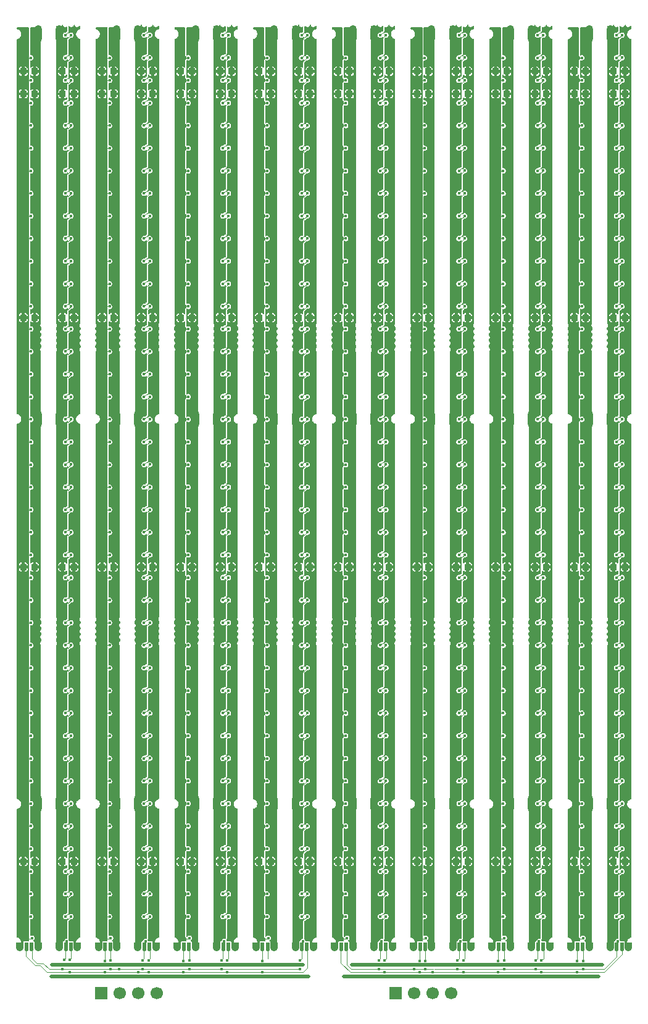
<source format=gbr>
%TF.GenerationSoftware,KiCad,Pcbnew,9.0.3*%
%TF.CreationDate,2025-08-08T13:36:56-04:00*%
%TF.ProjectId,flowstick_led_strip_panel,666c6f77-7374-4696-936b-5f6c65645f73,rev?*%
%TF.SameCoordinates,Original*%
%TF.FileFunction,Copper,L2,Bot*%
%TF.FilePolarity,Positive*%
%FSLAX46Y46*%
G04 Gerber Fmt 4.6, Leading zero omitted, Abs format (unit mm)*
G04 Created by KiCad (PCBNEW 9.0.3) date 2025-08-08 13:36:56*
%MOMM*%
%LPD*%
G01*
G04 APERTURE LIST*
G04 Aperture macros list*
%AMRoundRect*
0 Rectangle with rounded corners*
0 $1 Rounding radius*
0 $2 $3 $4 $5 $6 $7 $8 $9 X,Y pos of 4 corners*
0 Add a 4 corners polygon primitive as box body*
4,1,4,$2,$3,$4,$5,$6,$7,$8,$9,$2,$3,0*
0 Add four circle primitives for the rounded corners*
1,1,$1+$1,$2,$3*
1,1,$1+$1,$4,$5*
1,1,$1+$1,$6,$7*
1,1,$1+$1,$8,$9*
0 Add four rect primitives between the rounded corners*
20,1,$1+$1,$2,$3,$4,$5,0*
20,1,$1+$1,$4,$5,$6,$7,0*
20,1,$1+$1,$6,$7,$8,$9,0*
20,1,$1+$1,$8,$9,$2,$3,0*%
%AMFreePoly0*
4,1,16,-0.600000,0.500000,0.100000,0.500000,0.206283,0.488573,0.339624,0.438839,0.453553,0.353553,0.538839,0.239624,0.588573,0.106283,0.600000,0.000000,0.588573,-0.106283,0.538839,-0.239624,0.453553,-0.353553,0.339624,-0.438839,0.206283,-0.488573,0.100000,-0.500000,-0.600000,-0.500000,-0.600000,0.500000,-0.600000,0.500000,$1*%
%AMFreePoly1*
4,1,12,-0.600000,0.250000,0.350000,0.250000,0.445671,0.230970,0.526777,0.176777,0.580970,0.095671,0.600000,0.000000,0.580970,-0.095671,0.526777,-0.176777,0.445671,-0.230970,0.350000,-0.250000,-0.600000,-0.250000,-0.600000,0.250000,-0.600000,0.250000,$1*%
G04 Aperture macros list end*
%TA.AperFunction,ComponentPad*%
%ADD10R,1.700000X1.700000*%
%TD*%
%TA.AperFunction,ComponentPad*%
%ADD11C,1.700000*%
%TD*%
%TA.AperFunction,SMDPad,CuDef*%
%ADD12RoundRect,0.225000X0.225000X0.250000X-0.225000X0.250000X-0.225000X-0.250000X0.225000X-0.250000X0*%
%TD*%
%TA.AperFunction,SMDPad,CuDef*%
%ADD13O,1.000000X2.400000*%
%TD*%
%TA.AperFunction,SMDPad,CuDef*%
%ADD14RoundRect,0.225000X-0.225000X-0.250000X0.225000X-0.250000X0.225000X0.250000X-0.225000X0.250000X0*%
%TD*%
%TA.AperFunction,SMDPad,CuDef*%
%ADD15FreePoly0,270.000000*%
%TD*%
%TA.AperFunction,SMDPad,CuDef*%
%ADD16FreePoly1,270.000000*%
%TD*%
%TA.AperFunction,ViaPad*%
%ADD17C,0.420000*%
%TD*%
%TA.AperFunction,Conductor*%
%ADD18C,0.110000*%
%TD*%
%TA.AperFunction,Conductor*%
%ADD19C,0.500000*%
%TD*%
G04 APERTURE END LIST*
D10*
%TO.P,J3,1,Pin_1*%
%TO.N,/strip_l/+5V*%
X103000000Y-160000000D03*
D11*
%TO.P,J3,2,Pin_2*%
%TO.N,/strip_l/CKI*%
X105540000Y-160000000D03*
%TO.P,J3,3,Pin_3*%
%TO.N,/strip_l/SDI*%
X108080000Y-160000000D03*
%TO.P,J3,4,Pin_4*%
%TO.N,/strip_l/GND*%
X110620000Y-160000000D03*
%TD*%
D10*
%TO.P,J3,1,Pin_1*%
%TO.N,/strip_l/+5V*%
X62590000Y-160000000D03*
D11*
%TO.P,J3,2,Pin_2*%
%TO.N,/strip_l/CKI*%
X65130000Y-160000000D03*
%TO.P,J3,3,Pin_3*%
%TO.N,/strip_l/SDI*%
X67670000Y-160000000D03*
%TO.P,J3,4,Pin_4*%
%TO.N,/strip_l/GND*%
X70210000Y-160000000D03*
%TD*%
D12*
%TO.P,C2,1*%
%TO.N,/strip_l/+5V*%
X53475000Y-101500000D03*
%TO.P,C2,2*%
%TO.N,/strip_l/GND*%
X51925000Y-101500000D03*
%TD*%
%TO.P,C2,1*%
%TO.N,/strip_l/+5V*%
X107475000Y-101500000D03*
%TO.P,C2,2*%
%TO.N,/strip_l/GND*%
X105925000Y-101500000D03*
%TD*%
D13*
%TO.P,H5,1,1*%
%TO.N,/strip_l/+5V*%
X64750000Y-28400000D03*
%TD*%
D12*
%TO.P,C1,1*%
%TO.N,/strip_l/+5V*%
X107475000Y-141900000D03*
%TO.P,C1,2*%
%TO.N,/strip_l/GND*%
X105925000Y-141900000D03*
%TD*%
D13*
%TO.P,H4,1,1*%
%TO.N,/strip_l/+5V*%
X67650000Y-81250000D03*
%TD*%
D12*
%TO.P,C5,1*%
%TO.N,/strip_l/+5V*%
X96675000Y-33500000D03*
%TO.P,C5,2*%
%TO.N,/strip_l/GND*%
X95125000Y-33500000D03*
%TD*%
%TO.P,C1,1*%
%TO.N,/strip_l/+5V*%
X53475000Y-141900000D03*
%TO.P,C1,2*%
%TO.N,/strip_l/GND*%
X51925000Y-141900000D03*
%TD*%
D14*
%TO.P,C10,1*%
%TO.N,/strip_l/+5V*%
X132925000Y-33500000D03*
%TO.P,C10,2*%
%TO.N,/strip_l/GND*%
X134475000Y-33500000D03*
%TD*%
D15*
%TO.P,J1,1,Pin_1*%
%TO.N,/strip_l/GND*%
X116250000Y-153600000D03*
D16*
%TO.P,J1,2,Pin_2*%
%TO.N,/strip_l/SDI*%
X117150000Y-153600000D03*
%TO.P,J1,3,Pin_3*%
%TO.N,/strip_l/CKI*%
X117850000Y-153600000D03*
D15*
%TO.P,J1,4,Pin_4*%
%TO.N,/strip_l/+5V*%
X118750000Y-153600000D03*
%TD*%
D12*
%TO.P,C1,1*%
%TO.N,/strip_l/+5V*%
X96675000Y-141900000D03*
%TO.P,C1,2*%
%TO.N,/strip_l/GND*%
X95125000Y-141900000D03*
%TD*%
D14*
%TO.P,C10,1*%
%TO.N,/strip_l/+5V*%
X111325000Y-33500000D03*
%TO.P,C10,2*%
%TO.N,/strip_l/GND*%
X112875000Y-33500000D03*
%TD*%
%TO.P,C9,1*%
%TO.N,/strip_l/+5V*%
X122125000Y-36600000D03*
%TO.P,C9,2*%
%TO.N,/strip_l/GND*%
X123675000Y-36600000D03*
%TD*%
D15*
%TO.P,J1,1,Pin_1*%
%TO.N,/strip_l/GND*%
X105450000Y-153600000D03*
D16*
%TO.P,J1,2,Pin_2*%
%TO.N,/strip_l/SDI*%
X106350000Y-153600000D03*
%TO.P,J1,3,Pin_3*%
%TO.N,/strip_l/CKI*%
X107050000Y-153600000D03*
D15*
%TO.P,J1,4,Pin_4*%
%TO.N,/strip_l/+5V*%
X107950000Y-153600000D03*
%TD*%
D13*
%TO.P,H2,1,1*%
%TO.N,/strip_l/+5V*%
X89250000Y-133950000D03*
%TD*%
D12*
%TO.P,C4,1*%
%TO.N,/strip_l/+5V*%
X85875000Y-36600000D03*
%TO.P,C4,2*%
%TO.N,/strip_l/GND*%
X84325000Y-36600000D03*
%TD*%
D13*
%TO.P,H2,1,1*%
%TO.N,/strip_l/+5V*%
X121650000Y-133950000D03*
%TD*%
D12*
%TO.P,C4,1*%
%TO.N,/strip_l/+5V*%
X64275000Y-36600000D03*
%TO.P,C4,2*%
%TO.N,/strip_l/GND*%
X62725000Y-36600000D03*
%TD*%
D13*
%TO.P,H5,1,1*%
%TO.N,/strip_l/+5V*%
X86350000Y-28400000D03*
%TD*%
D12*
%TO.P,C4,1*%
%TO.N,/strip_l/+5V*%
X96675000Y-36600000D03*
%TO.P,C4,2*%
%TO.N,/strip_l/GND*%
X95125000Y-36600000D03*
%TD*%
D13*
%TO.P,H5,1,1*%
%TO.N,/strip_l/+5V*%
X97150000Y-28400000D03*
%TD*%
D12*
%TO.P,C4,1*%
%TO.N,/strip_l/+5V*%
X75075000Y-36600000D03*
%TO.P,C4,2*%
%TO.N,/strip_l/GND*%
X73525000Y-36600000D03*
%TD*%
D14*
%TO.P,C10,1*%
%TO.N,/strip_l/+5V*%
X57325000Y-33500000D03*
%TO.P,C10,2*%
%TO.N,/strip_l/GND*%
X58875000Y-33500000D03*
%TD*%
D15*
%TO.P,J2,1,Pin_1*%
%TO.N,/strip_l/+5V*%
X132450000Y-153600000D03*
D16*
%TO.P,J2,2,Pin_2*%
%TO.N,/strip_l/CKI*%
X133350000Y-153600000D03*
%TO.P,J2,3,Pin_3*%
%TO.N,/strip_l/SDI*%
X134050000Y-153600000D03*
D15*
%TO.P,J2,4,Pin_4*%
%TO.N,/strip_l/GND*%
X134950000Y-153600000D03*
%TD*%
D14*
%TO.P,C8,1*%
%TO.N,/strip_l/+5V*%
X89725000Y-67300000D03*
%TO.P,C8,2*%
%TO.N,/strip_l/GND*%
X91275000Y-67300000D03*
%TD*%
D13*
%TO.P,H2,1,1*%
%TO.N,/strip_l/+5V*%
X110850000Y-133950000D03*
%TD*%
D14*
%TO.P,C7,1*%
%TO.N,/strip_l/+5V*%
X100525000Y-101500000D03*
%TO.P,C7,2*%
%TO.N,/strip_l/GND*%
X102075000Y-101500000D03*
%TD*%
D12*
%TO.P,C3,1*%
%TO.N,/strip_l/+5V*%
X53475000Y-67300000D03*
%TO.P,C3,2*%
%TO.N,/strip_l/GND*%
X51925000Y-67300000D03*
%TD*%
%TO.P,C2,1*%
%TO.N,/strip_l/+5V*%
X64275000Y-101500000D03*
%TO.P,C2,2*%
%TO.N,/strip_l/GND*%
X62725000Y-101500000D03*
%TD*%
D13*
%TO.P,H4,1,1*%
%TO.N,/strip_l/+5V*%
X110850000Y-81250000D03*
%TD*%
D12*
%TO.P,C4,1*%
%TO.N,/strip_l/+5V*%
X129075000Y-36600000D03*
%TO.P,C4,2*%
%TO.N,/strip_l/GND*%
X127525000Y-36600000D03*
%TD*%
%TO.P,C1,1*%
%TO.N,/strip_l/+5V*%
X129075000Y-141900000D03*
%TO.P,C1,2*%
%TO.N,/strip_l/GND*%
X127525000Y-141900000D03*
%TD*%
D15*
%TO.P,J1,1,Pin_1*%
%TO.N,/strip_l/GND*%
X127050000Y-153600000D03*
D16*
%TO.P,J1,2,Pin_2*%
%TO.N,/strip_l/SDI*%
X127950000Y-153600000D03*
%TO.P,J1,3,Pin_3*%
%TO.N,/strip_l/CKI*%
X128650000Y-153600000D03*
D15*
%TO.P,J1,4,Pin_4*%
%TO.N,/strip_l/+5V*%
X129550000Y-153600000D03*
%TD*%
D13*
%TO.P,H6,1,1*%
%TO.N,/strip_l/+5V*%
X67650000Y-28400000D03*
%TD*%
%TO.P,H3,1,1*%
%TO.N,/strip_l/+5V*%
X118750000Y-81250000D03*
%TD*%
D14*
%TO.P,C10,1*%
%TO.N,/strip_l/+5V*%
X78925000Y-33500000D03*
%TO.P,C10,2*%
%TO.N,/strip_l/GND*%
X80475000Y-33500000D03*
%TD*%
D12*
%TO.P,C5,1*%
%TO.N,/strip_l/+5V*%
X75075000Y-33500000D03*
%TO.P,C5,2*%
%TO.N,/strip_l/GND*%
X73525000Y-33500000D03*
%TD*%
D14*
%TO.P,C7,1*%
%TO.N,/strip_l/+5V*%
X78925000Y-101500000D03*
%TO.P,C7,2*%
%TO.N,/strip_l/GND*%
X80475000Y-101500000D03*
%TD*%
D13*
%TO.P,H3,1,1*%
%TO.N,/strip_l/+5V*%
X129550000Y-81250000D03*
%TD*%
%TO.P,H1,1,1*%
%TO.N,/strip_l/+5V*%
X118750000Y-133950000D03*
%TD*%
D12*
%TO.P,C2,1*%
%TO.N,/strip_l/+5V*%
X129075000Y-101500000D03*
%TO.P,C2,2*%
%TO.N,/strip_l/GND*%
X127525000Y-101500000D03*
%TD*%
D13*
%TO.P,H5,1,1*%
%TO.N,/strip_l/+5V*%
X53950000Y-28400000D03*
%TD*%
D12*
%TO.P,C2,1*%
%TO.N,/strip_l/+5V*%
X118275000Y-101500000D03*
%TO.P,C2,2*%
%TO.N,/strip_l/GND*%
X116725000Y-101500000D03*
%TD*%
D13*
%TO.P,H5,1,1*%
%TO.N,/strip_l/+5V*%
X118750000Y-28400000D03*
%TD*%
%TO.P,H1,1,1*%
%TO.N,/strip_l/+5V*%
X53950000Y-133950000D03*
%TD*%
D14*
%TO.P,C7,1*%
%TO.N,/strip_l/+5V*%
X89725000Y-101500000D03*
%TO.P,C7,2*%
%TO.N,/strip_l/GND*%
X91275000Y-101500000D03*
%TD*%
D13*
%TO.P,H2,1,1*%
%TO.N,/strip_l/+5V*%
X132450000Y-133950000D03*
%TD*%
D14*
%TO.P,C8,1*%
%TO.N,/strip_l/+5V*%
X100525000Y-67300000D03*
%TO.P,C8,2*%
%TO.N,/strip_l/GND*%
X102075000Y-67300000D03*
%TD*%
%TO.P,C9,1*%
%TO.N,/strip_l/+5V*%
X89725000Y-36600000D03*
%TO.P,C9,2*%
%TO.N,/strip_l/GND*%
X91275000Y-36600000D03*
%TD*%
%TO.P,C10,1*%
%TO.N,/strip_l/+5V*%
X68125000Y-33500000D03*
%TO.P,C10,2*%
%TO.N,/strip_l/GND*%
X69675000Y-33500000D03*
%TD*%
D15*
%TO.P,J1,1,Pin_1*%
%TO.N,/strip_l/GND*%
X62250000Y-153600000D03*
D16*
%TO.P,J1,2,Pin_2*%
%TO.N,/strip_l/SDI*%
X63150000Y-153600000D03*
%TO.P,J1,3,Pin_3*%
%TO.N,/strip_l/CKI*%
X63850000Y-153600000D03*
D15*
%TO.P,J1,4,Pin_4*%
%TO.N,/strip_l/+5V*%
X64750000Y-153600000D03*
%TD*%
%TO.P,J1,1,Pin_1*%
%TO.N,/strip_l/GND*%
X51450000Y-153600000D03*
D16*
%TO.P,J1,2,Pin_2*%
%TO.N,/strip_l/SDI*%
X52350000Y-153600000D03*
%TO.P,J1,3,Pin_3*%
%TO.N,/strip_l/CKI*%
X53050000Y-153600000D03*
D15*
%TO.P,J1,4,Pin_4*%
%TO.N,/strip_l/+5V*%
X53950000Y-153600000D03*
%TD*%
D12*
%TO.P,C2,1*%
%TO.N,/strip_l/+5V*%
X96675000Y-101500000D03*
%TO.P,C2,2*%
%TO.N,/strip_l/GND*%
X95125000Y-101500000D03*
%TD*%
D14*
%TO.P,C10,1*%
%TO.N,/strip_l/+5V*%
X89725000Y-33500000D03*
%TO.P,C10,2*%
%TO.N,/strip_l/GND*%
X91275000Y-33500000D03*
%TD*%
D12*
%TO.P,C3,1*%
%TO.N,/strip_l/+5V*%
X75075000Y-67300000D03*
%TO.P,C3,2*%
%TO.N,/strip_l/GND*%
X73525000Y-67300000D03*
%TD*%
D14*
%TO.P,C7,1*%
%TO.N,/strip_l/+5V*%
X111325000Y-101500000D03*
%TO.P,C7,2*%
%TO.N,/strip_l/GND*%
X112875000Y-101500000D03*
%TD*%
D12*
%TO.P,C1,1*%
%TO.N,/strip_l/+5V*%
X64275000Y-141900000D03*
%TO.P,C1,2*%
%TO.N,/strip_l/GND*%
X62725000Y-141900000D03*
%TD*%
D13*
%TO.P,H5,1,1*%
%TO.N,/strip_l/+5V*%
X75550000Y-28400000D03*
%TD*%
%TO.P,H6,1,1*%
%TO.N,/strip_l/+5V*%
X78450000Y-28400000D03*
%TD*%
D12*
%TO.P,C5,1*%
%TO.N,/strip_l/+5V*%
X85875000Y-33500000D03*
%TO.P,C5,2*%
%TO.N,/strip_l/GND*%
X84325000Y-33500000D03*
%TD*%
D13*
%TO.P,H1,1,1*%
%TO.N,/strip_l/+5V*%
X64750000Y-133950000D03*
%TD*%
D14*
%TO.P,C6,1*%
%TO.N,/strip_l/+5V*%
X57325000Y-141900000D03*
%TO.P,C6,2*%
%TO.N,/strip_l/GND*%
X58875000Y-141900000D03*
%TD*%
D13*
%TO.P,H3,1,1*%
%TO.N,/strip_l/+5V*%
X53950000Y-81250000D03*
%TD*%
D14*
%TO.P,C7,1*%
%TO.N,/strip_l/+5V*%
X57325000Y-101500000D03*
%TO.P,C7,2*%
%TO.N,/strip_l/GND*%
X58875000Y-101500000D03*
%TD*%
D12*
%TO.P,C4,1*%
%TO.N,/strip_l/+5V*%
X107475000Y-36600000D03*
%TO.P,C4,2*%
%TO.N,/strip_l/GND*%
X105925000Y-36600000D03*
%TD*%
D13*
%TO.P,H2,1,1*%
%TO.N,/strip_l/+5V*%
X67650000Y-133950000D03*
%TD*%
D14*
%TO.P,C9,1*%
%TO.N,/strip_l/+5V*%
X132925000Y-36600000D03*
%TO.P,C9,2*%
%TO.N,/strip_l/GND*%
X134475000Y-36600000D03*
%TD*%
%TO.P,C10,1*%
%TO.N,/strip_l/+5V*%
X100525000Y-33500000D03*
%TO.P,C10,2*%
%TO.N,/strip_l/GND*%
X102075000Y-33500000D03*
%TD*%
%TO.P,C9,1*%
%TO.N,/strip_l/+5V*%
X100525000Y-36600000D03*
%TO.P,C9,2*%
%TO.N,/strip_l/GND*%
X102075000Y-36600000D03*
%TD*%
D13*
%TO.P,H6,1,1*%
%TO.N,/strip_l/+5V*%
X100050000Y-28400000D03*
%TD*%
%TO.P,H6,1,1*%
%TO.N,/strip_l/+5V*%
X110850000Y-28400000D03*
%TD*%
%TO.P,H6,1,1*%
%TO.N,/strip_l/+5V*%
X56850000Y-28400000D03*
%TD*%
D15*
%TO.P,J2,1,Pin_1*%
%TO.N,/strip_l/+5V*%
X100050000Y-153600000D03*
D16*
%TO.P,J2,2,Pin_2*%
%TO.N,/strip_l/CKI*%
X100950000Y-153600000D03*
%TO.P,J2,3,Pin_3*%
%TO.N,/strip_l/SDI*%
X101650000Y-153600000D03*
D15*
%TO.P,J2,4,Pin_4*%
%TO.N,/strip_l/GND*%
X102550000Y-153600000D03*
%TD*%
D14*
%TO.P,C7,1*%
%TO.N,/strip_l/+5V*%
X122125000Y-101500000D03*
%TO.P,C7,2*%
%TO.N,/strip_l/GND*%
X123675000Y-101500000D03*
%TD*%
D15*
%TO.P,J2,1,Pin_1*%
%TO.N,/strip_l/+5V*%
X121650000Y-153600000D03*
D16*
%TO.P,J2,2,Pin_2*%
%TO.N,/strip_l/CKI*%
X122550000Y-153600000D03*
%TO.P,J2,3,Pin_3*%
%TO.N,/strip_l/SDI*%
X123250000Y-153600000D03*
D15*
%TO.P,J2,4,Pin_4*%
%TO.N,/strip_l/GND*%
X124150000Y-153600000D03*
%TD*%
D12*
%TO.P,C3,1*%
%TO.N,/strip_l/+5V*%
X64275000Y-67300000D03*
%TO.P,C3,2*%
%TO.N,/strip_l/GND*%
X62725000Y-67300000D03*
%TD*%
D14*
%TO.P,C8,1*%
%TO.N,/strip_l/+5V*%
X68125000Y-67300000D03*
%TO.P,C8,2*%
%TO.N,/strip_l/GND*%
X69675000Y-67300000D03*
%TD*%
D15*
%TO.P,J2,1,Pin_1*%
%TO.N,/strip_l/+5V*%
X110850000Y-153600000D03*
D16*
%TO.P,J2,2,Pin_2*%
%TO.N,/strip_l/CKI*%
X111750000Y-153600000D03*
%TO.P,J2,3,Pin_3*%
%TO.N,/strip_l/SDI*%
X112450000Y-153600000D03*
D15*
%TO.P,J2,4,Pin_4*%
%TO.N,/strip_l/GND*%
X113350000Y-153600000D03*
%TD*%
D13*
%TO.P,H6,1,1*%
%TO.N,/strip_l/+5V*%
X89250000Y-28400000D03*
%TD*%
D14*
%TO.P,C6,1*%
%TO.N,/strip_l/+5V*%
X100525000Y-141900000D03*
%TO.P,C6,2*%
%TO.N,/strip_l/GND*%
X102075000Y-141900000D03*
%TD*%
%TO.P,C9,1*%
%TO.N,/strip_l/+5V*%
X78925000Y-36600000D03*
%TO.P,C9,2*%
%TO.N,/strip_l/GND*%
X80475000Y-36600000D03*
%TD*%
D12*
%TO.P,C4,1*%
%TO.N,/strip_l/+5V*%
X53475000Y-36600000D03*
%TO.P,C4,2*%
%TO.N,/strip_l/GND*%
X51925000Y-36600000D03*
%TD*%
%TO.P,C2,1*%
%TO.N,/strip_l/+5V*%
X85875000Y-101500000D03*
%TO.P,C2,2*%
%TO.N,/strip_l/GND*%
X84325000Y-101500000D03*
%TD*%
%TO.P,C4,1*%
%TO.N,/strip_l/+5V*%
X118275000Y-36600000D03*
%TO.P,C4,2*%
%TO.N,/strip_l/GND*%
X116725000Y-36600000D03*
%TD*%
D15*
%TO.P,J2,1,Pin_1*%
%TO.N,/strip_l/+5V*%
X56850000Y-153600000D03*
D16*
%TO.P,J2,2,Pin_2*%
%TO.N,/strip_l/CKI*%
X57750000Y-153600000D03*
%TO.P,J2,3,Pin_3*%
%TO.N,/strip_l/SDI*%
X58450000Y-153600000D03*
D15*
%TO.P,J2,4,Pin_4*%
%TO.N,/strip_l/GND*%
X59350000Y-153600000D03*
%TD*%
D13*
%TO.P,H1,1,1*%
%TO.N,/strip_l/+5V*%
X75550000Y-133950000D03*
%TD*%
%TO.P,H3,1,1*%
%TO.N,/strip_l/+5V*%
X75550000Y-81250000D03*
%TD*%
D15*
%TO.P,J1,1,Pin_1*%
%TO.N,/strip_l/GND*%
X73050000Y-153600000D03*
D16*
%TO.P,J1,2,Pin_2*%
%TO.N,/strip_l/SDI*%
X73950000Y-153600000D03*
%TO.P,J1,3,Pin_3*%
%TO.N,/strip_l/CKI*%
X74650000Y-153600000D03*
D15*
%TO.P,J1,4,Pin_4*%
%TO.N,/strip_l/+5V*%
X75550000Y-153600000D03*
%TD*%
D13*
%TO.P,H2,1,1*%
%TO.N,/strip_l/+5V*%
X56850000Y-133950000D03*
%TD*%
D15*
%TO.P,J2,1,Pin_1*%
%TO.N,/strip_l/+5V*%
X89250000Y-153600000D03*
D16*
%TO.P,J2,2,Pin_2*%
%TO.N,/strip_l/CKI*%
X90150000Y-153600000D03*
%TO.P,J2,3,Pin_3*%
%TO.N,/strip_l/SDI*%
X90850000Y-153600000D03*
D15*
%TO.P,J2,4,Pin_4*%
%TO.N,/strip_l/GND*%
X91750000Y-153600000D03*
%TD*%
D14*
%TO.P,C10,1*%
%TO.N,/strip_l/+5V*%
X122125000Y-33500000D03*
%TO.P,C10,2*%
%TO.N,/strip_l/GND*%
X123675000Y-33500000D03*
%TD*%
D13*
%TO.P,H4,1,1*%
%TO.N,/strip_l/+5V*%
X121650000Y-81250000D03*
%TD*%
D12*
%TO.P,C5,1*%
%TO.N,/strip_l/+5V*%
X118275000Y-33500000D03*
%TO.P,C5,2*%
%TO.N,/strip_l/GND*%
X116725000Y-33500000D03*
%TD*%
%TO.P,C3,1*%
%TO.N,/strip_l/+5V*%
X129075000Y-67300000D03*
%TO.P,C3,2*%
%TO.N,/strip_l/GND*%
X127525000Y-67300000D03*
%TD*%
%TO.P,C5,1*%
%TO.N,/strip_l/+5V*%
X64275000Y-33500000D03*
%TO.P,C5,2*%
%TO.N,/strip_l/GND*%
X62725000Y-33500000D03*
%TD*%
D14*
%TO.P,C6,1*%
%TO.N,/strip_l/+5V*%
X68125000Y-141900000D03*
%TO.P,C6,2*%
%TO.N,/strip_l/GND*%
X69675000Y-141900000D03*
%TD*%
D12*
%TO.P,C5,1*%
%TO.N,/strip_l/+5V*%
X53475000Y-33500000D03*
%TO.P,C5,2*%
%TO.N,/strip_l/GND*%
X51925000Y-33500000D03*
%TD*%
%TO.P,C3,1*%
%TO.N,/strip_l/+5V*%
X107475000Y-67300000D03*
%TO.P,C3,2*%
%TO.N,/strip_l/GND*%
X105925000Y-67300000D03*
%TD*%
D13*
%TO.P,H6,1,1*%
%TO.N,/strip_l/+5V*%
X132450000Y-28400000D03*
%TD*%
D12*
%TO.P,C5,1*%
%TO.N,/strip_l/+5V*%
X107475000Y-33500000D03*
%TO.P,C5,2*%
%TO.N,/strip_l/GND*%
X105925000Y-33500000D03*
%TD*%
D14*
%TO.P,C8,1*%
%TO.N,/strip_l/+5V*%
X111325000Y-67300000D03*
%TO.P,C8,2*%
%TO.N,/strip_l/GND*%
X112875000Y-67300000D03*
%TD*%
D13*
%TO.P,H1,1,1*%
%TO.N,/strip_l/+5V*%
X107950000Y-133950000D03*
%TD*%
D12*
%TO.P,C1,1*%
%TO.N,/strip_l/+5V*%
X75075000Y-141900000D03*
%TO.P,C1,2*%
%TO.N,/strip_l/GND*%
X73525000Y-141900000D03*
%TD*%
D13*
%TO.P,H3,1,1*%
%TO.N,/strip_l/+5V*%
X107950000Y-81250000D03*
%TD*%
D14*
%TO.P,C6,1*%
%TO.N,/strip_l/+5V*%
X111325000Y-141900000D03*
%TO.P,C6,2*%
%TO.N,/strip_l/GND*%
X112875000Y-141900000D03*
%TD*%
D13*
%TO.P,H5,1,1*%
%TO.N,/strip_l/+5V*%
X129550000Y-28400000D03*
%TD*%
D14*
%TO.P,C7,1*%
%TO.N,/strip_l/+5V*%
X68125000Y-101500000D03*
%TO.P,C7,2*%
%TO.N,/strip_l/GND*%
X69675000Y-101500000D03*
%TD*%
D13*
%TO.P,H6,1,1*%
%TO.N,/strip_l/+5V*%
X121650000Y-28400000D03*
%TD*%
%TO.P,H5,1,1*%
%TO.N,/strip_l/+5V*%
X107950000Y-28400000D03*
%TD*%
%TO.P,H3,1,1*%
%TO.N,/strip_l/+5V*%
X64750000Y-81250000D03*
%TD*%
D14*
%TO.P,C6,1*%
%TO.N,/strip_l/+5V*%
X78925000Y-141900000D03*
%TO.P,C6,2*%
%TO.N,/strip_l/GND*%
X80475000Y-141900000D03*
%TD*%
%TO.P,C8,1*%
%TO.N,/strip_l/+5V*%
X122125000Y-67300000D03*
%TO.P,C8,2*%
%TO.N,/strip_l/GND*%
X123675000Y-67300000D03*
%TD*%
%TO.P,C9,1*%
%TO.N,/strip_l/+5V*%
X111325000Y-36600000D03*
%TO.P,C9,2*%
%TO.N,/strip_l/GND*%
X112875000Y-36600000D03*
%TD*%
%TO.P,C9,1*%
%TO.N,/strip_l/+5V*%
X68125000Y-36600000D03*
%TO.P,C9,2*%
%TO.N,/strip_l/GND*%
X69675000Y-36600000D03*
%TD*%
%TO.P,C8,1*%
%TO.N,/strip_l/+5V*%
X132925000Y-67300000D03*
%TO.P,C8,2*%
%TO.N,/strip_l/GND*%
X134475000Y-67300000D03*
%TD*%
D13*
%TO.P,H4,1,1*%
%TO.N,/strip_l/+5V*%
X56850000Y-81250000D03*
%TD*%
D14*
%TO.P,C6,1*%
%TO.N,/strip_l/+5V*%
X122125000Y-141900000D03*
%TO.P,C6,2*%
%TO.N,/strip_l/GND*%
X123675000Y-141900000D03*
%TD*%
D15*
%TO.P,J2,1,Pin_1*%
%TO.N,/strip_l/+5V*%
X78450000Y-153600000D03*
D16*
%TO.P,J2,2,Pin_2*%
%TO.N,/strip_l/CKI*%
X79350000Y-153600000D03*
%TO.P,J2,3,Pin_3*%
%TO.N,/strip_l/SDI*%
X80050000Y-153600000D03*
D15*
%TO.P,J2,4,Pin_4*%
%TO.N,/strip_l/GND*%
X80950000Y-153600000D03*
%TD*%
D14*
%TO.P,C7,1*%
%TO.N,/strip_l/+5V*%
X132925000Y-101500000D03*
%TO.P,C7,2*%
%TO.N,/strip_l/GND*%
X134475000Y-101500000D03*
%TD*%
D13*
%TO.P,H1,1,1*%
%TO.N,/strip_l/+5V*%
X129550000Y-133950000D03*
%TD*%
D15*
%TO.P,J1,1,Pin_1*%
%TO.N,/strip_l/GND*%
X94650000Y-153600000D03*
D16*
%TO.P,J1,2,Pin_2*%
%TO.N,/strip_l/SDI*%
X95550000Y-153600000D03*
%TO.P,J1,3,Pin_3*%
%TO.N,/strip_l/CKI*%
X96250000Y-153600000D03*
D15*
%TO.P,J1,4,Pin_4*%
%TO.N,/strip_l/+5V*%
X97150000Y-153600000D03*
%TD*%
%TO.P,J1,1,Pin_1*%
%TO.N,/strip_l/GND*%
X83850000Y-153600000D03*
D16*
%TO.P,J1,2,Pin_2*%
%TO.N,/strip_l/SDI*%
X84750000Y-153600000D03*
%TO.P,J1,3,Pin_3*%
%TO.N,/strip_l/CKI*%
X85450000Y-153600000D03*
D15*
%TO.P,J1,4,Pin_4*%
%TO.N,/strip_l/+5V*%
X86350000Y-153600000D03*
%TD*%
D12*
%TO.P,C1,1*%
%TO.N,/strip_l/+5V*%
X85875000Y-141900000D03*
%TO.P,C1,2*%
%TO.N,/strip_l/GND*%
X84325000Y-141900000D03*
%TD*%
%TO.P,C3,1*%
%TO.N,/strip_l/+5V*%
X118275000Y-67300000D03*
%TO.P,C3,2*%
%TO.N,/strip_l/GND*%
X116725000Y-67300000D03*
%TD*%
D13*
%TO.P,H4,1,1*%
%TO.N,/strip_l/+5V*%
X132450000Y-81250000D03*
%TD*%
%TO.P,H4,1,1*%
%TO.N,/strip_l/+5V*%
X100050000Y-81250000D03*
%TD*%
D14*
%TO.P,C6,1*%
%TO.N,/strip_l/+5V*%
X132925000Y-141900000D03*
%TO.P,C6,2*%
%TO.N,/strip_l/GND*%
X134475000Y-141900000D03*
%TD*%
D12*
%TO.P,C5,1*%
%TO.N,/strip_l/+5V*%
X129075000Y-33500000D03*
%TO.P,C5,2*%
%TO.N,/strip_l/GND*%
X127525000Y-33500000D03*
%TD*%
D13*
%TO.P,H4,1,1*%
%TO.N,/strip_l/+5V*%
X78450000Y-81250000D03*
%TD*%
D14*
%TO.P,C6,1*%
%TO.N,/strip_l/+5V*%
X89725000Y-141900000D03*
%TO.P,C6,2*%
%TO.N,/strip_l/GND*%
X91275000Y-141900000D03*
%TD*%
D12*
%TO.P,C1,1*%
%TO.N,/strip_l/+5V*%
X118275000Y-141900000D03*
%TO.P,C1,2*%
%TO.N,/strip_l/GND*%
X116725000Y-141900000D03*
%TD*%
D13*
%TO.P,H1,1,1*%
%TO.N,/strip_l/+5V*%
X86350000Y-133950000D03*
%TD*%
D12*
%TO.P,C3,1*%
%TO.N,/strip_l/+5V*%
X96675000Y-67300000D03*
%TO.P,C3,2*%
%TO.N,/strip_l/GND*%
X95125000Y-67300000D03*
%TD*%
D14*
%TO.P,C8,1*%
%TO.N,/strip_l/+5V*%
X78925000Y-67300000D03*
%TO.P,C8,2*%
%TO.N,/strip_l/GND*%
X80475000Y-67300000D03*
%TD*%
D15*
%TO.P,J2,1,Pin_1*%
%TO.N,/strip_l/+5V*%
X67650000Y-153600000D03*
D16*
%TO.P,J2,2,Pin_2*%
%TO.N,/strip_l/CKI*%
X68550000Y-153600000D03*
%TO.P,J2,3,Pin_3*%
%TO.N,/strip_l/SDI*%
X69250000Y-153600000D03*
D15*
%TO.P,J2,4,Pin_4*%
%TO.N,/strip_l/GND*%
X70150000Y-153600000D03*
%TD*%
D12*
%TO.P,C2,1*%
%TO.N,/strip_l/+5V*%
X75075000Y-101500000D03*
%TO.P,C2,2*%
%TO.N,/strip_l/GND*%
X73525000Y-101500000D03*
%TD*%
D13*
%TO.P,H1,1,1*%
%TO.N,/strip_l/+5V*%
X97150000Y-133950000D03*
%TD*%
%TO.P,H3,1,1*%
%TO.N,/strip_l/+5V*%
X97150000Y-81250000D03*
%TD*%
D14*
%TO.P,C8,1*%
%TO.N,/strip_l/+5V*%
X57325000Y-67300000D03*
%TO.P,C8,2*%
%TO.N,/strip_l/GND*%
X58875000Y-67300000D03*
%TD*%
D13*
%TO.P,H3,1,1*%
%TO.N,/strip_l/+5V*%
X86350000Y-81250000D03*
%TD*%
%TO.P,H2,1,1*%
%TO.N,/strip_l/+5V*%
X78450000Y-133950000D03*
%TD*%
D14*
%TO.P,C9,1*%
%TO.N,/strip_l/+5V*%
X57325000Y-36600000D03*
%TO.P,C9,2*%
%TO.N,/strip_l/GND*%
X58875000Y-36600000D03*
%TD*%
D13*
%TO.P,H4,1,1*%
%TO.N,/strip_l/+5V*%
X89250000Y-81250000D03*
%TD*%
D12*
%TO.P,C3,1*%
%TO.N,/strip_l/+5V*%
X85875000Y-67300000D03*
%TO.P,C3,2*%
%TO.N,/strip_l/GND*%
X84325000Y-67300000D03*
%TD*%
D13*
%TO.P,H2,1,1*%
%TO.N,/strip_l/+5V*%
X100050000Y-133950000D03*
%TD*%
D17*
%TO.N,/strip_l/GND*%
X134700000Y-65729998D03*
X113100000Y-121529998D03*
X111700000Y-81250000D03*
X74561356Y-106050001D03*
X62125000Y-153850000D03*
X106700000Y-157700000D03*
X90100000Y-62650000D03*
X90100000Y-87450000D03*
X80700000Y-68829998D03*
X123900000Y-115329998D03*
X100900000Y-53350000D03*
X69900000Y-34729998D03*
X62225000Y-93649999D03*
X59100000Y-115329998D03*
X117761356Y-81250001D03*
X83825000Y-118449999D03*
X91500000Y-34729998D03*
X80700000Y-109129998D03*
X124340000Y-80300000D03*
X123900000Y-93629998D03*
X62225000Y-71949999D03*
X51425000Y-124649999D03*
X90100000Y-31650000D03*
X117927103Y-152410046D03*
X117761356Y-115350001D03*
X117761356Y-44050001D03*
X122500000Y-47150000D03*
X117761356Y-93650001D03*
X94625000Y-90549999D03*
X133300000Y-106050000D03*
X128561356Y-56450001D03*
X116225000Y-149449999D03*
X73025000Y-50249999D03*
X73025000Y-140149999D03*
X101900000Y-157700000D03*
X111700000Y-140150000D03*
X96161356Y-50250001D03*
X63761356Y-47150001D03*
X116550000Y-153500000D03*
X116225000Y-78149999D03*
X133300000Y-53350000D03*
X52961356Y-50250001D03*
X52961356Y-68850001D03*
X117761356Y-62650001D03*
X91500000Y-37829998D03*
X52961356Y-118450001D03*
X63600000Y-157700000D03*
X69900000Y-115329998D03*
X68500000Y-137050000D03*
X90100000Y-56450000D03*
X80700000Y-44029998D03*
X102300000Y-102929998D03*
X85361356Y-90550001D03*
X62225000Y-44049999D03*
X133300000Y-137050000D03*
X83825000Y-40949999D03*
X123300000Y-152600000D03*
X57700000Y-146350000D03*
X73025000Y-121549999D03*
X105425000Y-53349999D03*
X113100000Y-37829998D03*
X105425000Y-106049999D03*
X83825000Y-140149999D03*
X74561356Y-78150001D03*
X128561356Y-146350001D03*
X63761356Y-109150001D03*
X116525978Y-152570002D03*
X113540000Y-133150000D03*
X59100000Y-124629998D03*
X105425000Y-93649999D03*
X83825000Y-75049999D03*
X123900000Y-68829998D03*
X79300000Y-115350000D03*
X100900000Y-143250000D03*
X102300000Y-68829998D03*
X127025000Y-140149999D03*
X117761356Y-106050001D03*
X62225000Y-34749999D03*
X59100000Y-109129998D03*
X128561356Y-118450001D03*
X59100000Y-106029998D03*
X116225000Y-31649999D03*
X134700000Y-99829998D03*
X123900000Y-137029998D03*
X74561356Y-47150001D03*
X83825000Y-93649999D03*
X79300000Y-102950000D03*
X100900000Y-62650000D03*
X113100000Y-109129998D03*
X133300000Y-87450000D03*
X134700000Y-40929998D03*
X83825000Y-62649999D03*
X117761356Y-87450001D03*
X51425000Y-44049999D03*
X83825000Y-102949999D03*
X123900000Y-53329998D03*
X94625000Y-140149999D03*
X123900000Y-96729998D03*
X83825000Y-59549999D03*
X51425000Y-78149999D03*
X74561356Y-40950001D03*
X80700000Y-121529998D03*
X69900000Y-109129998D03*
X123900000Y-99829998D03*
X80700000Y-40929998D03*
X74561356Y-124650001D03*
X57700000Y-68850000D03*
X134700000Y-149429998D03*
X52961356Y-65750001D03*
X63761356Y-115350001D03*
X57700000Y-121550000D03*
X134700000Y-109129998D03*
X52961356Y-121550001D03*
X123900000Y-34729998D03*
X100900000Y-47150000D03*
X68500000Y-140150000D03*
X111700000Y-47150000D03*
X106961356Y-75050001D03*
X117761356Y-53350001D03*
X52961356Y-106050001D03*
X127025000Y-40949999D03*
X96161356Y-56450001D03*
X117761356Y-109150001D03*
X123900000Y-102929998D03*
X122500000Y-102950000D03*
X68500000Y-71950000D03*
X117761356Y-50250001D03*
X63761356Y-127750001D03*
X122500000Y-71950000D03*
X94625000Y-44049999D03*
X91500000Y-62629998D03*
X69900000Y-149429998D03*
X133300000Y-50250000D03*
X85361356Y-84350001D03*
X52961356Y-56450001D03*
X62225000Y-115349999D03*
X84150000Y-153500000D03*
X69900000Y-124629998D03*
X83825000Y-78149999D03*
X83825000Y-53349999D03*
X122500000Y-146350000D03*
X91500000Y-84329998D03*
X91500000Y-140129998D03*
X63761356Y-84350001D03*
X59100000Y-90529998D03*
X74561356Y-93650001D03*
X96161356Y-84350001D03*
X111700000Y-62650000D03*
X127025000Y-44049999D03*
X124340000Y-151850000D03*
X91500000Y-40929998D03*
X128561356Y-90550001D03*
X68500000Y-40950000D03*
X123900000Y-130829998D03*
X96161356Y-65750001D03*
X63761356Y-44050001D03*
X113540000Y-80300000D03*
X106961356Y-133950001D03*
X111700000Y-78150000D03*
X83825000Y-112249999D03*
X106961356Y-68850001D03*
X134700000Y-112229998D03*
X79300000Y-146350000D03*
X79300000Y-81250000D03*
X94625000Y-31649999D03*
X52961356Y-71950001D03*
X85361356Y-71950001D03*
X105425000Y-87449999D03*
X69900000Y-44029998D03*
X57700000Y-102950000D03*
X80700000Y-106029998D03*
X133300000Y-140150000D03*
X96161356Y-143250001D03*
X128561356Y-59550001D03*
X63761356Y-143250001D03*
X90100000Y-75050000D03*
X113100000Y-75029998D03*
X106961356Y-34750001D03*
X102300000Y-127729998D03*
X80700000Y-118429998D03*
X52961356Y-124650001D03*
X52961356Y-75050001D03*
X122500000Y-140150000D03*
X51425000Y-87449999D03*
X74300000Y-157700000D03*
X122500000Y-31650000D03*
X73025000Y-99849999D03*
X57700000Y-28550000D03*
X117500000Y-157700000D03*
X90100000Y-133950000D03*
X127025000Y-78149999D03*
X52961356Y-137050001D03*
X85361356Y-68850001D03*
X59100000Y-143229998D03*
X69300000Y-152600000D03*
X85361356Y-93650001D03*
X133300000Y-112250000D03*
X91500000Y-87429998D03*
X59100000Y-59529998D03*
X133300000Y-78150000D03*
X79300000Y-65750000D03*
X63761356Y-34750001D03*
X111700000Y-93650000D03*
X128561356Y-106050001D03*
X123900000Y-56429998D03*
X59100000Y-93629998D03*
X123900000Y-71929998D03*
X128561356Y-133950001D03*
X63761356Y-137050001D03*
X111700000Y-59550000D03*
X85361356Y-143250001D03*
X62225000Y-140149999D03*
X111700000Y-124650000D03*
X134700000Y-31629998D03*
X133300000Y-124650000D03*
X69900000Y-146329998D03*
X111700000Y-137050000D03*
X123900000Y-109129998D03*
X113100000Y-96729998D03*
X127025000Y-109149999D03*
X68500000Y-81250000D03*
X90100000Y-68850000D03*
X96161356Y-40950001D03*
X102300000Y-137029998D03*
X62225000Y-75049999D03*
X113100000Y-140129998D03*
X113100000Y-102929998D03*
X111700000Y-133950000D03*
X57700000Y-149450000D03*
X73025000Y-56449999D03*
X73025000Y-106049999D03*
X69900000Y-90529998D03*
X59100000Y-140129998D03*
X74561356Y-34750001D03*
X83825000Y-34749999D03*
X100900000Y-40950000D03*
X113100000Y-56429998D03*
X59100000Y-112229998D03*
X116225000Y-109149999D03*
X128561356Y-130850001D03*
X106961356Y-112250001D03*
X113100000Y-99829998D03*
X91500000Y-99829998D03*
X79300000Y-56450000D03*
X122500000Y-109150000D03*
X74561356Y-37850001D03*
X63761356Y-53350001D03*
X133300000Y-68850000D03*
X62225000Y-118449999D03*
X52961356Y-62650001D03*
X124340000Y-133150000D03*
X133300000Y-28550000D03*
X117761356Y-84350001D03*
X62225000Y-130849999D03*
X127025000Y-84349999D03*
X113100000Y-50229998D03*
X105425000Y-124649999D03*
X69900000Y-118429998D03*
X133300000Y-65750000D03*
X51425000Y-75049999D03*
X85361356Y-37850001D03*
X73025000Y-31649999D03*
X106961356Y-71950001D03*
X96161356Y-81250001D03*
X127025000Y-34749999D03*
X94625000Y-106049999D03*
X74561356Y-81250001D03*
X96161356Y-53350001D03*
X100900000Y-93650000D03*
X94625000Y-75049999D03*
X51425000Y-143249999D03*
X68500000Y-90550000D03*
X83825000Y-149449999D03*
X100900000Y-127750000D03*
X122500000Y-96750000D03*
X122500000Y-99850000D03*
X113100000Y-84329998D03*
X62225000Y-87449999D03*
X102700000Y-153850000D03*
X102300000Y-146329998D03*
X51425000Y-50249999D03*
X106961356Y-44050001D03*
X69900000Y-87429998D03*
X102300000Y-84329998D03*
X62225000Y-59549999D03*
X57700000Y-37850000D03*
X122500000Y-78150000D03*
X79300000Y-37850000D03*
X59100000Y-68829998D03*
X116225000Y-96749999D03*
X73025000Y-130849999D03*
X134700000Y-44029998D03*
X62225000Y-106049999D03*
X102300000Y-37829998D03*
X105425000Y-137049999D03*
X69900000Y-50229998D03*
X62225000Y-99849999D03*
X80700000Y-78129998D03*
X90100000Y-53350000D03*
X85361356Y-133950001D03*
X62225000Y-143249999D03*
X63761356Y-106050001D03*
X100900000Y-81250000D03*
X83825000Y-127749999D03*
X134700000Y-78129998D03*
X57700000Y-56450000D03*
X79300000Y-143250000D03*
X127025000Y-149449999D03*
X100900000Y-109150000D03*
X94625000Y-78149999D03*
X91500000Y-78129998D03*
X90100000Y-34750000D03*
X100900000Y-99850000D03*
X74561356Y-109150001D03*
X52961356Y-127750001D03*
X133300000Y-81250000D03*
X133300000Y-133950000D03*
X102279267Y-153439527D03*
X111700000Y-109150000D03*
X102300000Y-31629998D03*
X69900000Y-130829998D03*
X111700000Y-68850000D03*
X113100000Y-59529998D03*
X128561356Y-84350001D03*
X128727103Y-152410046D03*
X105425000Y-90549999D03*
X57700000Y-44050000D03*
X74561356Y-99850001D03*
X100900000Y-130850000D03*
X102300000Y-47129998D03*
X57700000Y-130850000D03*
X73025000Y-102949999D03*
X68500000Y-124650000D03*
X133300000Y-96750000D03*
X79300000Y-99850000D03*
X51425000Y-53349999D03*
X105425000Y-84349999D03*
X117761356Y-90550001D03*
X106961356Y-109150001D03*
X102300000Y-124629998D03*
X52961356Y-47150001D03*
X52961356Y-84350001D03*
X106961356Y-37850001D03*
X106961356Y-81250001D03*
X127025000Y-90549999D03*
X62225000Y-56449999D03*
X74561356Y-149450001D03*
X123900000Y-124629998D03*
X73025000Y-84349999D03*
X91500000Y-118429998D03*
X96161356Y-127750001D03*
X68500000Y-47150000D03*
X96161356Y-47150001D03*
X123900000Y-87429998D03*
X91940000Y-133150000D03*
X123900000Y-118429998D03*
X117761356Y-118450001D03*
X58700000Y-157700000D03*
X51425000Y-140149999D03*
X79300000Y-75050000D03*
X52961356Y-90550001D03*
X105425000Y-115349999D03*
X111700000Y-96750000D03*
X52961356Y-53350001D03*
X69900000Y-59529998D03*
X135140000Y-151850000D03*
X123900000Y-90529998D03*
X124300000Y-153850000D03*
X123900000Y-140129998D03*
X112500000Y-152600000D03*
X59100000Y-146329998D03*
X51425000Y-99849999D03*
X63761356Y-50250001D03*
X123900000Y-149429998D03*
X96161356Y-68850001D03*
X128561356Y-68850001D03*
X52961356Y-133950001D03*
X83825000Y-37849999D03*
X91500000Y-71929998D03*
X106961356Y-149450001D03*
X122500000Y-68850000D03*
X96161356Y-96750001D03*
X69900000Y-75029998D03*
X133300000Y-56450000D03*
X80700000Y-75029998D03*
X57700000Y-87450000D03*
X63761356Y-118450001D03*
X113079267Y-153439527D03*
X68500000Y-112250000D03*
X68500000Y-149450000D03*
X91500000Y-68829998D03*
X59100000Y-96729998D03*
X83825000Y-90549999D03*
X90100000Y-118450000D03*
X74561356Y-133950001D03*
X73025000Y-112249999D03*
X94625000Y-62649999D03*
X113100000Y-47129998D03*
X63761356Y-140150001D03*
X90100000Y-81250000D03*
X73025000Y-68849999D03*
X105425000Y-44049999D03*
X116225000Y-37849999D03*
X57700000Y-47150000D03*
X122500000Y-87450000D03*
X74561356Y-96750001D03*
X51425000Y-102949999D03*
X107127103Y-152410046D03*
X111700000Y-143250000D03*
X85361356Y-140150001D03*
X59100000Y-121529998D03*
X85361356Y-50250001D03*
X128561356Y-127750001D03*
X111700000Y-87450000D03*
X79300000Y-106050000D03*
X105425000Y-118449999D03*
X83725000Y-153850000D03*
X117761356Y-99850001D03*
X80700000Y-124629998D03*
X122500000Y-143250000D03*
X91500000Y-90529998D03*
X57700000Y-112250000D03*
X134700000Y-143229998D03*
X105425000Y-99849999D03*
X96161356Y-78150001D03*
X51425000Y-59549999D03*
X122500000Y-75050000D03*
X96161356Y-90550001D03*
X83825000Y-71949999D03*
X51425000Y-115349999D03*
X63761356Y-96750001D03*
X128300000Y-157700000D03*
X116225000Y-56449999D03*
X96161356Y-93650001D03*
X91500000Y-146329998D03*
X52961356Y-112250001D03*
X134679267Y-153439527D03*
X74561356Y-102950001D03*
X117761356Y-96750001D03*
X122500000Y-127750000D03*
X96161356Y-106050001D03*
X122500000Y-93650000D03*
X100900000Y-56450000D03*
X74561356Y-62650001D03*
X52961356Y-44050001D03*
X85527103Y-152410046D03*
X123900000Y-146329998D03*
X63761356Y-99850001D03*
X85361356Y-124650001D03*
X80700000Y-127729998D03*
X100900000Y-50250000D03*
X51425000Y-71949999D03*
X69900000Y-37829998D03*
X94625000Y-127749999D03*
X105325000Y-153850000D03*
X57700000Y-140150000D03*
X111700000Y-71950000D03*
X69900000Y-84329998D03*
X113100000Y-62629998D03*
X113100000Y-40929998D03*
X80700000Y-146329998D03*
X100900000Y-121550000D03*
X134700000Y-137029998D03*
X122500000Y-81250000D03*
X128561356Y-140150001D03*
X79300000Y-71950000D03*
X113100000Y-149429998D03*
X113100000Y-93629998D03*
X73025000Y-37849999D03*
X128561356Y-109150001D03*
X57700000Y-75050000D03*
X59100000Y-118429998D03*
X62225000Y-84349999D03*
X102300000Y-93629998D03*
X100900000Y-96750000D03*
X110610000Y-157700000D03*
X51425000Y-118449999D03*
X96161356Y-109150001D03*
X122500000Y-50250000D03*
X116225000Y-143249999D03*
X102300000Y-53329998D03*
X74561356Y-71950001D03*
X52961356Y-93650001D03*
X51425000Y-146349999D03*
X68500000Y-59550000D03*
X57700000Y-99850000D03*
X51425000Y-106049999D03*
X63761356Y-149450001D03*
X57700000Y-115350000D03*
X105425000Y-143249999D03*
X59100000Y-78129998D03*
X113100000Y-90529998D03*
X106961356Y-53350001D03*
X62550000Y-153500000D03*
X80700000Y-130829998D03*
X113100000Y-127729998D03*
X73025000Y-40949999D03*
X117761356Y-59550001D03*
X102300000Y-75029998D03*
X96161356Y-137050001D03*
X85361356Y-115350001D03*
X63761356Y-31650001D03*
X91500000Y-106029998D03*
X105425000Y-68849999D03*
X94625000Y-115349999D03*
X102300000Y-40929998D03*
X69900000Y-137029998D03*
X68500000Y-106050000D03*
X51425000Y-37849999D03*
X134700000Y-127729998D03*
X90100000Y-28550000D03*
X69900000Y-96729998D03*
X111700000Y-31650000D03*
X134700000Y-34729998D03*
X74561356Y-75050001D03*
X111700000Y-40950000D03*
X74561356Y-130850001D03*
X116225000Y-65749999D03*
X90100000Y-112250000D03*
X127025000Y-118449999D03*
X59500000Y-153850000D03*
X113100000Y-53329998D03*
X69900000Y-143229998D03*
X84125978Y-152570002D03*
X85361356Y-44050001D03*
X80700000Y-84329998D03*
X122500000Y-84350000D03*
X51425000Y-149449999D03*
X90100000Y-127750000D03*
X133300000Y-127750000D03*
X102300000Y-130829998D03*
X134700000Y-50229998D03*
X81140000Y-151850000D03*
X96161356Y-87450001D03*
X111700000Y-44050000D03*
X51750000Y-153500000D03*
X122500000Y-112250000D03*
X83825000Y-106049999D03*
X85361356Y-127750001D03*
X106961356Y-93650001D03*
X80700000Y-99829998D03*
X57700000Y-133950000D03*
X96161356Y-102950001D03*
X74561356Y-146350001D03*
X117761356Y-146350001D03*
X85361356Y-109150001D03*
X94625000Y-102949999D03*
X94625000Y-71949999D03*
X105425000Y-112249999D03*
X106961356Y-78150001D03*
X68500000Y-84350000D03*
X90100000Y-40950000D03*
X94625000Y-68849999D03*
X102300000Y-143229998D03*
X127325978Y-152570002D03*
X100900000Y-90550000D03*
X91500000Y-112229998D03*
X127025000Y-93649999D03*
X111700000Y-102950000D03*
X62225000Y-121549999D03*
X90100000Y-143250000D03*
X59100000Y-137029998D03*
X94625000Y-40949999D03*
X102300000Y-96729998D03*
X128561356Y-31650001D03*
X91500000Y-137029998D03*
X127025000Y-71949999D03*
X127025000Y-121549999D03*
X106961356Y-106050001D03*
X79300000Y-124650000D03*
X105425000Y-149449999D03*
X51425000Y-65749999D03*
X128561356Y-93650001D03*
X57700000Y-40950000D03*
X63761356Y-71950001D03*
X94625000Y-87449999D03*
X73350000Y-153500000D03*
X116225000Y-115349999D03*
X117761356Y-31650001D03*
X117761356Y-68850001D03*
X85361356Y-149450001D03*
X102740000Y-133150000D03*
X116225000Y-68849999D03*
X134700000Y-53329998D03*
X52961356Y-59550001D03*
X57700000Y-90550000D03*
X111700000Y-53350000D03*
X94625000Y-146349999D03*
X59100000Y-87429998D03*
X69900000Y-65729998D03*
X122500000Y-56450000D03*
X100900000Y-78150000D03*
X68500000Y-28550000D03*
X134700000Y-115329998D03*
X96161356Y-44050001D03*
X133300000Y-109150000D03*
X127025000Y-62649999D03*
X52961356Y-96750001D03*
X128561356Y-143250001D03*
X134700000Y-106029998D03*
X85361356Y-121550001D03*
X74561356Y-118450001D03*
X79300000Y-68850000D03*
X79300000Y-53350000D03*
X85361356Y-146350001D03*
X106961356Y-143250001D03*
X96161356Y-59550001D03*
X127025000Y-87449999D03*
X106961356Y-130850001D03*
X57700000Y-124650000D03*
X123900000Y-47129998D03*
X100900000Y-140150000D03*
X106961356Y-87450001D03*
X74561356Y-59550001D03*
X105425000Y-140149999D03*
X122500000Y-40950000D03*
X85361356Y-87450001D03*
X102740000Y-151850000D03*
X51425000Y-137049999D03*
X52961356Y-109150001D03*
X73025000Y-59549999D03*
X128561356Y-102950001D03*
X59540000Y-80300000D03*
X91500000Y-75029998D03*
X91500000Y-96729998D03*
X105425000Y-50249999D03*
X106961356Y-96750001D03*
X96161356Y-118450001D03*
X83825000Y-109149999D03*
X83825000Y-99849999D03*
X80100000Y-152600000D03*
X128561356Y-87450001D03*
X128561356Y-124650001D03*
X106961356Y-65750001D03*
X51425000Y-62649999D03*
X74561356Y-84350001D03*
X133300000Y-34750000D03*
X96161356Y-31650001D03*
X57700000Y-31650000D03*
X59100000Y-75029998D03*
X59100000Y-99829998D03*
X52961356Y-143250001D03*
X116225000Y-93649999D03*
X62225000Y-65749999D03*
X57700000Y-93650000D03*
X59100000Y-56429998D03*
X83825000Y-130849999D03*
X79300000Y-118450000D03*
X113100000Y-146329998D03*
X85361356Y-56450001D03*
X100900000Y-124650000D03*
X63761356Y-102950001D03*
X100900000Y-87450000D03*
X91500000Y-50229998D03*
X69900000Y-106029998D03*
X94625000Y-50249999D03*
X85361356Y-65750001D03*
X127025000Y-130849999D03*
X68500000Y-53350000D03*
X105425000Y-47149999D03*
X94625000Y-53349999D03*
X105425000Y-75049999D03*
X90100000Y-44050000D03*
X111700000Y-56450000D03*
X122500000Y-44050000D03*
X68500000Y-34750000D03*
X91500000Y-121529998D03*
X106961356Y-124650001D03*
X94925978Y-152570002D03*
X105725978Y-152570002D03*
X52961356Y-102950001D03*
X111700000Y-75050000D03*
X96161356Y-130850001D03*
X62225000Y-112249999D03*
X106961356Y-47150001D03*
X123900000Y-127729998D03*
X105425000Y-96749999D03*
X116225000Y-137049999D03*
X62225000Y-90549999D03*
X91500000Y-65729998D03*
X116225000Y-71949999D03*
X91500000Y-47129998D03*
X94625000Y-121549999D03*
X52961356Y-34750001D03*
X123900000Y-44029998D03*
X113100000Y-31629998D03*
X79300000Y-34750000D03*
X73025000Y-90549999D03*
X91100000Y-157700000D03*
X106961356Y-50250001D03*
X57700000Y-143250000D03*
X80700000Y-56429998D03*
X68500000Y-99850000D03*
X106961356Y-59550001D03*
X123900000Y-121529998D03*
X100900000Y-31650000D03*
X117761356Y-78150001D03*
X127025000Y-53349999D03*
X73025000Y-115349999D03*
X74561356Y-143250001D03*
X113100000Y-118429998D03*
X113100000Y-137029998D03*
X69900000Y-47129998D03*
X113100000Y-44029998D03*
X96161356Y-146350001D03*
X133300000Y-143250000D03*
X91500000Y-53329998D03*
X83825000Y-56449999D03*
X102300000Y-121529998D03*
X79300000Y-137050000D03*
X90100000Y-109150000D03*
X62225000Y-124649999D03*
X111700000Y-37850000D03*
X127025000Y-37849999D03*
X59540000Y-133150000D03*
X85361356Y-47150001D03*
X134700000Y-93629998D03*
X83825000Y-44049999D03*
X113500000Y-153850000D03*
X113540000Y-151850000D03*
X111700000Y-50250000D03*
X74561356Y-31650001D03*
X73025000Y-149449999D03*
X128561356Y-99850001D03*
X83825000Y-87449999D03*
X133300000Y-121550000D03*
X62225000Y-149449999D03*
X123900000Y-65729998D03*
X83825000Y-124649999D03*
X91500000Y-124629998D03*
X105425000Y-127749999D03*
X91500000Y-93629998D03*
X94625000Y-65749999D03*
X69900000Y-56429998D03*
X91500000Y-102929998D03*
X52961356Y-99850001D03*
X57700000Y-84350000D03*
X102300000Y-87429998D03*
X128561356Y-149450001D03*
X52961356Y-146350001D03*
X133300000Y-75050000D03*
X128561356Y-47150001D03*
X57700000Y-53350000D03*
X102300000Y-106029998D03*
X111700000Y-130850000D03*
X122500000Y-130850000D03*
X134700000Y-121529998D03*
X59100000Y-102929998D03*
X133300000Y-47150000D03*
X74561356Y-137050001D03*
X73025000Y-143249999D03*
X117761356Y-65750001D03*
X69900000Y-127729998D03*
X111700000Y-127750000D03*
X90100000Y-96750000D03*
X106961356Y-127750001D03*
X68500000Y-133950000D03*
X83825000Y-84349999D03*
X134700000Y-130829998D03*
X133300000Y-99850000D03*
X90100000Y-115350000D03*
X79300000Y-31650000D03*
X80700000Y-71929998D03*
X68500000Y-115350000D03*
X127025000Y-106049999D03*
X102300000Y-112229998D03*
X116225000Y-127749999D03*
X69900000Y-78129998D03*
X123900000Y-75029998D03*
X123500000Y-157700000D03*
X122500000Y-37850000D03*
X62225000Y-137049999D03*
X91500000Y-143229998D03*
X62225000Y-40949999D03*
X79300000Y-40950000D03*
X128561356Y-137050001D03*
X100900000Y-59550000D03*
X116225000Y-87449999D03*
X102300000Y-56429998D03*
X80700000Y-62629998D03*
X68500000Y-130850000D03*
X96161356Y-112250001D03*
X123900000Y-84329998D03*
X80700000Y-59529998D03*
X69900000Y-112229998D03*
X106961356Y-118450001D03*
X91500000Y-109129998D03*
X83825000Y-143249999D03*
X69900000Y-121529998D03*
X57700000Y-137050000D03*
X68500000Y-102950000D03*
X94625000Y-137049999D03*
X83825000Y-47149999D03*
X73025000Y-109149999D03*
X105425000Y-102949999D03*
X73025000Y-62649999D03*
X117761356Y-37850001D03*
X96161356Y-115350001D03*
X59540000Y-151850000D03*
X117761356Y-34750001D03*
X90100000Y-149450000D03*
X122500000Y-133950000D03*
X91900000Y-153850000D03*
X106961356Y-90550001D03*
X62225000Y-102949999D03*
X94625000Y-84349999D03*
X85361356Y-40950001D03*
X59100000Y-40929998D03*
X116225000Y-90549999D03*
X68500000Y-56450000D03*
X113100000Y-143229998D03*
X63761356Y-75050001D03*
X128561356Y-34750001D03*
X100900000Y-149450000D03*
X116225000Y-62649999D03*
X69879267Y-153439527D03*
X69900000Y-62629998D03*
X94950000Y-153500000D03*
X127350000Y-153500000D03*
X68500000Y-93650000D03*
X90100000Y-84350000D03*
X83825000Y-146349999D03*
X127025000Y-124649999D03*
X91940000Y-151850000D03*
X63761356Y-124650001D03*
X80700000Y-47129998D03*
X127025000Y-99849999D03*
X80700000Y-149429998D03*
X79300000Y-28550000D03*
X127025000Y-143249999D03*
X57700000Y-109150000D03*
X122500000Y-59550000D03*
X128561356Y-121550001D03*
X117761356Y-143250001D03*
X100900000Y-65750000D03*
X122500000Y-62650000D03*
X90100000Y-65750000D03*
X94625000Y-59549999D03*
X85100000Y-157700000D03*
X111700000Y-99850000D03*
X51425000Y-96749999D03*
X74561356Y-115350001D03*
X79300000Y-59550000D03*
X116225000Y-140149999D03*
X85361356Y-102950001D03*
X69900000Y-31629998D03*
X59100000Y-130829998D03*
X69500000Y-157700000D03*
X85361356Y-99850001D03*
X96161356Y-133950001D03*
X133300000Y-118450000D03*
X51425000Y-84349999D03*
X51425000Y-109149999D03*
X62225000Y-50249999D03*
X68500000Y-143250000D03*
X79300000Y-127750000D03*
X63761356Y-40950001D03*
X127025000Y-31649999D03*
X105425000Y-121549999D03*
X111700000Y-115350000D03*
X63927103Y-152410046D03*
X102300000Y-34729998D03*
X80700000Y-93629998D03*
X102300000Y-59529998D03*
X113100000Y-106029998D03*
X105425000Y-109149999D03*
X102300000Y-62629998D03*
X80700000Y-140129998D03*
X63761356Y-65750001D03*
X100900000Y-102950000D03*
X90100000Y-50250000D03*
X100900000Y-37850000D03*
X52961356Y-87450001D03*
X100900000Y-118450000D03*
X90100000Y-146350000D03*
X123900000Y-112229998D03*
X51425000Y-93649999D03*
X57700000Y-81250000D03*
X123900000Y-40929998D03*
X122500000Y-118450000D03*
X94625000Y-56449999D03*
X127025000Y-102949999D03*
X105425000Y-56449999D03*
X73025000Y-137049999D03*
X51425000Y-68849999D03*
X74561356Y-112250001D03*
X96327103Y-152410046D03*
X102300000Y-78129998D03*
X105425000Y-37849999D03*
X134100000Y-152600000D03*
X100900000Y-133950000D03*
X90100000Y-121550000D03*
X90100000Y-47150000D03*
X69900000Y-53329998D03*
X133300000Y-40950000D03*
X81140000Y-80300000D03*
X91500000Y-115329998D03*
X116225000Y-34749999D03*
X116125000Y-153850000D03*
X59100000Y-47129998D03*
X106961356Y-137050001D03*
X80700000Y-102929998D03*
X91500000Y-149429998D03*
X91500000Y-130829998D03*
X116225000Y-106049999D03*
X111700000Y-84350000D03*
X116225000Y-121549999D03*
X123900000Y-143229998D03*
X116225000Y-118449999D03*
X79300000Y-149450000D03*
X128561356Y-75050001D03*
X135140000Y-133150000D03*
X90100000Y-78150000D03*
X96161356Y-34750001D03*
X69900000Y-40929998D03*
X85361356Y-96750001D03*
X106961356Y-99850001D03*
X102740000Y-80300000D03*
X96161356Y-62650001D03*
X94625000Y-96749999D03*
X90100000Y-137050000D03*
X70340000Y-151850000D03*
X51725978Y-152570002D03*
X134700000Y-75029998D03*
X73025000Y-146349999D03*
X111700000Y-90550000D03*
X123879267Y-153439527D03*
X62525978Y-152570002D03*
X123900000Y-59529998D03*
X133300000Y-71950000D03*
X90100000Y-130850000D03*
X90100000Y-59550000D03*
X95900000Y-157700000D03*
X122500000Y-115350000D03*
X106961356Y-62650001D03*
X70300000Y-153850000D03*
X51425000Y-34749999D03*
X116225000Y-130849999D03*
X123900000Y-62629998D03*
X128561356Y-50250001D03*
X102300000Y-90529998D03*
X127025000Y-146349999D03*
X117761356Y-71950001D03*
X59100000Y-62629998D03*
X134700000Y-102929998D03*
X112700000Y-157700000D03*
X116225000Y-47149999D03*
X68500000Y-31650000D03*
X116225000Y-50249999D03*
X83825000Y-50249999D03*
X52961356Y-81250001D03*
X116225000Y-59549999D03*
X117761356Y-127750001D03*
X134700000Y-124629998D03*
X102300000Y-140129998D03*
X79300000Y-140150000D03*
X94625000Y-112249999D03*
X133300000Y-84350000D03*
X100900000Y-28550000D03*
X73025000Y-118449999D03*
X68500000Y-62650000D03*
X85361356Y-75050001D03*
X51425000Y-56449999D03*
X57700000Y-65750000D03*
X59100000Y-127729998D03*
X128561356Y-65750001D03*
X127025000Y-56449999D03*
X85361356Y-34750001D03*
X111700000Y-65750000D03*
X116225000Y-146349999D03*
X94625000Y-143249999D03*
X94625000Y-34749999D03*
X113100000Y-34729998D03*
X83825000Y-68849999D03*
X127025000Y-50249999D03*
X73025000Y-53349999D03*
X113100000Y-115329998D03*
X85361356Y-62650001D03*
X111700000Y-146350000D03*
X105425000Y-59549999D03*
X69900000Y-71929998D03*
X94625000Y-130849999D03*
X128561356Y-71950001D03*
X113100000Y-130829998D03*
X51425000Y-121549999D03*
X85361356Y-59550001D03*
X127025000Y-137049999D03*
X116225000Y-99849999D03*
X133300000Y-146350000D03*
X105425000Y-146349999D03*
X83825000Y-96749999D03*
X117761356Y-47150001D03*
X101700000Y-152600000D03*
X94625000Y-124649999D03*
X90100000Y-102950000D03*
X91500000Y-59529998D03*
X90900000Y-152600000D03*
X63761356Y-37850001D03*
X73025000Y-87449999D03*
X134700000Y-62629998D03*
X52961356Y-37850001D03*
X127025000Y-47149999D03*
X116225000Y-84349999D03*
X127025000Y-112249999D03*
X79300000Y-84350000D03*
X74561356Y-56450001D03*
X59100000Y-149429998D03*
X52961356Y-78150001D03*
X117761356Y-149450001D03*
X111700000Y-106050000D03*
X63761356Y-112250001D03*
X62225000Y-78149999D03*
X57700000Y-62650000D03*
X91500000Y-44029998D03*
X73025000Y-44049999D03*
X94625000Y-118449999D03*
X79300000Y-87450000D03*
X79300000Y-133950000D03*
X79300000Y-62650000D03*
X83825000Y-31649999D03*
X83825000Y-137049999D03*
X128561356Y-81250001D03*
X85361356Y-130850001D03*
X90100000Y-124650000D03*
X80700000Y-37829998D03*
X73025000Y-75049999D03*
X68500000Y-127750000D03*
X85361356Y-53350001D03*
X69900000Y-140129998D03*
X117761356Y-40950001D03*
X105425000Y-71949999D03*
X94625000Y-47149999D03*
X130900000Y-157700000D03*
X57700000Y-106050000D03*
X68500000Y-87450000D03*
X102300000Y-71929998D03*
X73025000Y-127749999D03*
X81140000Y-133150000D03*
X59100000Y-50229998D03*
X62225000Y-31649999D03*
X133300000Y-44050000D03*
X128561356Y-40950001D03*
X74561356Y-90550001D03*
X80700000Y-31629998D03*
X57700000Y-78150000D03*
X81100000Y-153850000D03*
X79300000Y-109150000D03*
X116225000Y-75049999D03*
X134700000Y-68829998D03*
X85361356Y-81250001D03*
X59100000Y-37829998D03*
X63761356Y-121550001D03*
X74561356Y-44050001D03*
X116225000Y-124649999D03*
X96161356Y-37850001D03*
X70340000Y-80300000D03*
X59100000Y-65729998D03*
X133300000Y-93650000D03*
X100900000Y-44050000D03*
X122500000Y-149450000D03*
X105425000Y-34749999D03*
X74561356Y-50250001D03*
X123900000Y-106029998D03*
X105425000Y-130849999D03*
X83825000Y-65749999D03*
X122500000Y-34750000D03*
X68500000Y-44050000D03*
X122500000Y-90550000D03*
X123900000Y-37829998D03*
X113100000Y-87429998D03*
X134700000Y-47129998D03*
X123900000Y-50229998D03*
X79300000Y-44050000D03*
X69900000Y-99829998D03*
X79300000Y-121550000D03*
X105425000Y-62649999D03*
X62225000Y-146349999D03*
X68500000Y-37850000D03*
X105425000Y-40949999D03*
X134700000Y-140129998D03*
X79300000Y-112250000D03*
X117761356Y-56450001D03*
X80700000Y-87429998D03*
X96161356Y-99850001D03*
X106961356Y-140150001D03*
X133300000Y-90550000D03*
X52961356Y-140150001D03*
X133300000Y-37850000D03*
X94525000Y-153850000D03*
X80700000Y-137029998D03*
X79300000Y-78150000D03*
X100900000Y-84350000D03*
X79300000Y-96750000D03*
X122500000Y-106050000D03*
X74561356Y-87450001D03*
X90100000Y-93650000D03*
X83825000Y-115349999D03*
X128561356Y-44050001D03*
X117761356Y-137050001D03*
X80700000Y-50229998D03*
X134700000Y-71929998D03*
X100900000Y-75050000D03*
X68500000Y-78150000D03*
X96161356Y-149450001D03*
X52961356Y-149450001D03*
X102300000Y-149429998D03*
X51425000Y-90549999D03*
X117761356Y-102950001D03*
X128561356Y-112250001D03*
X127025000Y-115349999D03*
X59100000Y-34729998D03*
X122500000Y-121550000D03*
X73025000Y-71949999D03*
X102300000Y-118429998D03*
X102300000Y-65729998D03*
X73025000Y-47149999D03*
X68500000Y-121550000D03*
X100900000Y-34750000D03*
X63761356Y-133950001D03*
X123900000Y-78129998D03*
X134700000Y-56429998D03*
X133300000Y-115350000D03*
X51425000Y-112249999D03*
X62225000Y-109149999D03*
X135100000Y-153850000D03*
X116225000Y-44049999D03*
X96161356Y-75050001D03*
X116225000Y-112249999D03*
X128561356Y-53350001D03*
X128561356Y-96750001D03*
X111700000Y-118450000D03*
X113100000Y-71929998D03*
X128561356Y-115350001D03*
X133300000Y-149450000D03*
X80679267Y-153439527D03*
X57700000Y-59550000D03*
X127025000Y-75049999D03*
X133300000Y-102950000D03*
X91479267Y-153439527D03*
X57700000Y-127750000D03*
X102300000Y-109129998D03*
X113100000Y-112229998D03*
X116225000Y-40949999D03*
X105425000Y-31649999D03*
X57700000Y-50250000D03*
X111700000Y-28550000D03*
X96161356Y-71950001D03*
X134700000Y-87429998D03*
X96161356Y-121550001D03*
X106961356Y-56450001D03*
X100900000Y-71950000D03*
X117761356Y-75050001D03*
X122500000Y-137050000D03*
X79300000Y-50250000D03*
X106961356Y-146350001D03*
X133300000Y-130850000D03*
X62225000Y-68849999D03*
X80700000Y-65729998D03*
X90100000Y-37850000D03*
X94625000Y-93649999D03*
X105425000Y-65749999D03*
X62225000Y-96749999D03*
X91500000Y-56429998D03*
X90100000Y-140150000D03*
X111700000Y-121550000D03*
X59100000Y-84329998D03*
X73025000Y-34749999D03*
X96161356Y-140150001D03*
X80300000Y-157700000D03*
X134700000Y-37829998D03*
X85361356Y-137050001D03*
X59100000Y-71929998D03*
X128561356Y-62650001D03*
X134700000Y-96729998D03*
X134700000Y-146329998D03*
X74561356Y-53350001D03*
X80700000Y-143229998D03*
X83825000Y-121549999D03*
X105425000Y-78149999D03*
X122500000Y-53350000D03*
X106961356Y-102950001D03*
X73025000Y-78149999D03*
X51425000Y-47149999D03*
X134700000Y-118429998D03*
X70340000Y-133150000D03*
X113100000Y-124629998D03*
X51425000Y-40949999D03*
X122500000Y-65750000D03*
X57700000Y-34750000D03*
X85361356Y-31650001D03*
X128561356Y-78150001D03*
X73025000Y-65749999D03*
X96161356Y-124650001D03*
X59100000Y-44029998D03*
X68500000Y-146350000D03*
X100900000Y-137050000D03*
X79300000Y-93650000D03*
X73325978Y-152570002D03*
X68500000Y-118450000D03*
X100900000Y-115350000D03*
X94625000Y-99849999D03*
X100900000Y-106050000D03*
X69900000Y-102929998D03*
X113100000Y-65729998D03*
X55800000Y-157700000D03*
X57700000Y-118450000D03*
X127025000Y-127749999D03*
X90100000Y-71950000D03*
X62225000Y-47149999D03*
X51425000Y-130849999D03*
X80700000Y-112229998D03*
X94625000Y-37849999D03*
X74561356Y-121550001D03*
X52961356Y-130850001D03*
X51425000Y-31649999D03*
X85361356Y-106050001D03*
X134700000Y-90529998D03*
X106961356Y-40950001D03*
X85361356Y-78150001D03*
X100900000Y-112250000D03*
X127025000Y-65749999D03*
X105750000Y-153500000D03*
X133300000Y-59550000D03*
X134700000Y-59529998D03*
X63761356Y-87450001D03*
X63761356Y-81250001D03*
X79300000Y-90550000D03*
X68500000Y-109150000D03*
X126925000Y-153850000D03*
X102300000Y-50229998D03*
X70200000Y-157700000D03*
X62225000Y-53349999D03*
X116225000Y-102949999D03*
X74727103Y-152410046D03*
X80700000Y-115329998D03*
X117761356Y-112250001D03*
X80700000Y-90529998D03*
X63761356Y-56450001D03*
X113100000Y-78129998D03*
X68500000Y-96750000D03*
X52961356Y-115350001D03*
X113100000Y-68829998D03*
X53127103Y-152410046D03*
X85361356Y-112250001D03*
X63761356Y-68850001D03*
X102300000Y-44029998D03*
X74561356Y-127750001D03*
X51325000Y-153850000D03*
X117761356Y-121550001D03*
X122500000Y-28550000D03*
X73025000Y-124649999D03*
X91500000Y-127729998D03*
X133300000Y-31650000D03*
X63761356Y-62650001D03*
X72925000Y-153850000D03*
X80700000Y-53329998D03*
X122500000Y-124650000D03*
X74561356Y-140150001D03*
X63761356Y-130850001D03*
X117761356Y-130850001D03*
X57700000Y-96750000D03*
X90100000Y-90550000D03*
X90100000Y-99850000D03*
X74561356Y-65750001D03*
X117761356Y-140150001D03*
X85361356Y-118450001D03*
X117761356Y-133950001D03*
X52961356Y-40950001D03*
X127025000Y-59549999D03*
X106961356Y-121550001D03*
X106961356Y-115350001D03*
X80700000Y-96729998D03*
X79300000Y-47150000D03*
X73025000Y-93649999D03*
X59100000Y-53329998D03*
X127025000Y-96749999D03*
X111700000Y-112250000D03*
X52961356Y-31650001D03*
X68500000Y-65750000D03*
X117761356Y-124650001D03*
X79300000Y-130850000D03*
X127025000Y-68849999D03*
X111700000Y-149450000D03*
X135140000Y-80300000D03*
X106961356Y-84350001D03*
X94625000Y-109149999D03*
X80700000Y-34729998D03*
X91940000Y-80300000D03*
X134700000Y-84329998D03*
X128561356Y-37850001D03*
X94625000Y-149449999D03*
X68500000Y-75050000D03*
X69900000Y-93629998D03*
X100900000Y-146350000D03*
X69900000Y-68829998D03*
X102300000Y-115329998D03*
X68500000Y-50250000D03*
X116225000Y-53349999D03*
X63761356Y-59550001D03*
X62225000Y-62649999D03*
X100900000Y-68850000D03*
X123900000Y-31629998D03*
X57700000Y-71950000D03*
X106961356Y-31650001D03*
X63761356Y-90550001D03*
X91500000Y-31629998D03*
X73025000Y-96749999D03*
X90100000Y-106050000D03*
X68500000Y-68850000D03*
X63761356Y-93650001D03*
X133300000Y-62650000D03*
X62225000Y-127749999D03*
X102300000Y-99829998D03*
X63761356Y-78150001D03*
X111700000Y-34750000D03*
X51425000Y-127749999D03*
X59079267Y-153439527D03*
X74561356Y-68850001D03*
X63761356Y-146350001D03*
X62225000Y-37849999D03*
X59100000Y-31629998D03*
X58500000Y-152600000D03*
%TO.N,/strip_l/+5V*%
X129740000Y-44750000D03*
X75700000Y-27850000D03*
X69275000Y-50243280D03*
X64940000Y-106750000D03*
X108140000Y-100550000D03*
X58475000Y-93643280D03*
X134075000Y-68843280D03*
X112475000Y-115343280D03*
X75740000Y-72650000D03*
X97340000Y-94350000D03*
X101675000Y-93643280D03*
X121550000Y-133950000D03*
X97340000Y-147050000D03*
X64940000Y-119150000D03*
X123275000Y-143243280D03*
X80075000Y-115343280D03*
X112475000Y-37843280D03*
X101675000Y-106043280D03*
X112475000Y-53343280D03*
X69275000Y-84343280D03*
X75740000Y-103650000D03*
X58475000Y-56443280D03*
X69275000Y-121543280D03*
X54140000Y-106750000D03*
X58475000Y-137043280D03*
X129740000Y-147050000D03*
X118940000Y-81950000D03*
X90875000Y-56443280D03*
X90875000Y-50243280D03*
X97300000Y-133950000D03*
X101675000Y-99843280D03*
X58475000Y-127743280D03*
X80075000Y-121543280D03*
X112475000Y-130843280D03*
X129100000Y-156100000D03*
X134075000Y-81243280D03*
X108140000Y-112950000D03*
X86540000Y-78850000D03*
X97340000Y-38550000D03*
X69275000Y-75043280D03*
X112475000Y-62643280D03*
X99900000Y-28600000D03*
X89150000Y-81250000D03*
X101675000Y-53343280D03*
X69275000Y-68843280D03*
X108140000Y-32350000D03*
X101675000Y-59543280D03*
X134075000Y-47143280D03*
X134075000Y-143243280D03*
X97340000Y-81950000D03*
X58475000Y-34743280D03*
X123275000Y-93643280D03*
X86540000Y-38550000D03*
X54140000Y-100550000D03*
X69275000Y-137043280D03*
X129700000Y-27850000D03*
X118940000Y-109850000D03*
X69275000Y-59543280D03*
X89250000Y-153700000D03*
X90875000Y-87443280D03*
X58475000Y-78143280D03*
X110700000Y-28600000D03*
X54140000Y-97450000D03*
X75740000Y-128450000D03*
X129740000Y-91250000D03*
X86540000Y-140850000D03*
X86540000Y-131550000D03*
X108140000Y-91250000D03*
X54140000Y-63350000D03*
X86540000Y-116050000D03*
X69275000Y-40943280D03*
X69275000Y-115343280D03*
X58475000Y-102943280D03*
X69275000Y-140143280D03*
X64300000Y-156100000D03*
X75740000Y-54050000D03*
X54140000Y-60250000D03*
X54140000Y-143950000D03*
X118940000Y-38550000D03*
X54140000Y-122250000D03*
X86540000Y-57150000D03*
X90875000Y-62643280D03*
X64940000Y-150150000D03*
X86540000Y-32350000D03*
X75740000Y-35450000D03*
X69275000Y-149443280D03*
X123275000Y-87443280D03*
X134075000Y-75043280D03*
X123275000Y-140143280D03*
X54140000Y-112950000D03*
X118940000Y-47850000D03*
X86540000Y-94350000D03*
X80075000Y-56443280D03*
X108100000Y-27850000D03*
X86540000Y-137750000D03*
X64940000Y-63350000D03*
X80075000Y-140143280D03*
X54140000Y-69550000D03*
X64900000Y-81250000D03*
X112475000Y-28543280D03*
X75740000Y-41650000D03*
X54140000Y-88150000D03*
X57800000Y-156100000D03*
X123275000Y-34743280D03*
X90875000Y-90543280D03*
X97340000Y-91250000D03*
X112475000Y-149443280D03*
X134075000Y-65743280D03*
X97300000Y-81250000D03*
X54140000Y-44750000D03*
X129740000Y-66450000D03*
X75740000Y-94350000D03*
X69275000Y-109143280D03*
X69275000Y-47143280D03*
X90300000Y-156100000D03*
X97340000Y-29250000D03*
X75740000Y-112950000D03*
X100050000Y-153700000D03*
X101675000Y-143243280D03*
X129740000Y-143950000D03*
X129740000Y-63350000D03*
X108140000Y-97450000D03*
X86540000Y-66450000D03*
X58475000Y-47143280D03*
X97340000Y-119150000D03*
X134075000Y-102943280D03*
X108140000Y-103650000D03*
X54140000Y-147050000D03*
X58475000Y-71943280D03*
X123275000Y-124643280D03*
X101675000Y-84343280D03*
X118940000Y-150150000D03*
X97340000Y-50950000D03*
X90875000Y-109143280D03*
X75740000Y-88150000D03*
X134075000Y-112243280D03*
X101675000Y-146343280D03*
X75740000Y-91250000D03*
X134075000Y-146343280D03*
X69275000Y-37843280D03*
X79500000Y-156100000D03*
X129740000Y-85050000D03*
X64940000Y-78850000D03*
X64940000Y-125350000D03*
X129740000Y-69550000D03*
X90875000Y-102943280D03*
X54140000Y-75750000D03*
X132450000Y-153700000D03*
X86540000Y-60250000D03*
X108140000Y-125350000D03*
X101675000Y-96743280D03*
X58475000Y-53343280D03*
X129740000Y-35450000D03*
X86540000Y-112950000D03*
X64940000Y-85050000D03*
X134075000Y-90543280D03*
X118940000Y-44750000D03*
X112475000Y-109143280D03*
X129740000Y-29250000D03*
X58475000Y-28543280D03*
X54140000Y-32350000D03*
X69275000Y-143243280D03*
X112475000Y-50243280D03*
X134075000Y-56443280D03*
X80075000Y-87443280D03*
X118940000Y-116050000D03*
X101675000Y-47143280D03*
X97340000Y-44750000D03*
X97150000Y-153700000D03*
X123275000Y-149443280D03*
X56700000Y-27850000D03*
X129740000Y-150150000D03*
X54140000Y-119150000D03*
X118940000Y-131550000D03*
X80075000Y-84343280D03*
X129740000Y-119150000D03*
X112475000Y-146343280D03*
X118940000Y-29250000D03*
X54140000Y-125350000D03*
X101675000Y-50243280D03*
X97340000Y-97450000D03*
X58475000Y-130843280D03*
X90875000Y-143243280D03*
X108140000Y-50950000D03*
X99900000Y-27850000D03*
X112475000Y-87443280D03*
X108140000Y-134650000D03*
X86540000Y-35450000D03*
X86540000Y-128450000D03*
X90875000Y-81243280D03*
X129740000Y-94350000D03*
X67500000Y-28600000D03*
X54140000Y-134650000D03*
X110850000Y-153700000D03*
X86540000Y-54050000D03*
X75740000Y-69550000D03*
X111900000Y-156100000D03*
X64940000Y-32350000D03*
X108140000Y-128450000D03*
X54140000Y-116050000D03*
X64940000Y-128450000D03*
X75740000Y-119150000D03*
X90875000Y-149443280D03*
X58475000Y-50243280D03*
X54140000Y-57150000D03*
X112475000Y-112243280D03*
X129740000Y-72650000D03*
X90875000Y-106043280D03*
X134075000Y-50243280D03*
X118940000Y-54050000D03*
X129740000Y-88150000D03*
X86540000Y-75750000D03*
X86540000Y-150150000D03*
X64940000Y-103650000D03*
X80075000Y-102943280D03*
X134075000Y-130843280D03*
X86540000Y-97450000D03*
X90875000Y-28543280D03*
X54140000Y-81950000D03*
X86500000Y-27850000D03*
X54140000Y-78850000D03*
X118940000Y-106750000D03*
X69275000Y-106043280D03*
X118940000Y-112950000D03*
X112475000Y-56443280D03*
X129740000Y-109850000D03*
X112475000Y-96743280D03*
X80075000Y-75043280D03*
X80075000Y-133943280D03*
X90875000Y-121543280D03*
X64940000Y-109850000D03*
X58475000Y-37843280D03*
X123275000Y-31643280D03*
X118940000Y-140850000D03*
X86540000Y-81950000D03*
X64940000Y-91250000D03*
X112475000Y-124643280D03*
X101675000Y-118443280D03*
X90875000Y-93643280D03*
X69275000Y-56443280D03*
X108140000Y-54050000D03*
X80075000Y-31643280D03*
X54140000Y-41650000D03*
X69275000Y-133943280D03*
X58475000Y-143243280D03*
X54140000Y-38550000D03*
X69275000Y-34743280D03*
X123275000Y-28543280D03*
X54100000Y-133950000D03*
X118940000Y-97450000D03*
X64750000Y-153700000D03*
X134075000Y-59543280D03*
X75700000Y-81250000D03*
X64900000Y-133950000D03*
X86540000Y-119150000D03*
X86500000Y-81250000D03*
X97340000Y-116050000D03*
X123275000Y-71943280D03*
X118900000Y-133950000D03*
X69275000Y-96743280D03*
X64940000Y-140850000D03*
X101675000Y-112243280D03*
X97340000Y-85050000D03*
X58475000Y-112243280D03*
X112475000Y-143243280D03*
X80075000Y-53343280D03*
X54140000Y-137750000D03*
X80075000Y-127743280D03*
X69275000Y-112243280D03*
X54140000Y-150150000D03*
X69275000Y-146343280D03*
X101675000Y-130843280D03*
X129740000Y-137750000D03*
X118940000Y-75750000D03*
X86500000Y-133950000D03*
X69275000Y-90543280D03*
X123275000Y-102943280D03*
X69275000Y-124643280D03*
X134075000Y-93643280D03*
X112475000Y-78143280D03*
X86540000Y-69550000D03*
X101675000Y-44043280D03*
X118940000Y-94350000D03*
X97340000Y-78850000D03*
X69275000Y-71943280D03*
X90875000Y-133943280D03*
X54140000Y-47850000D03*
X75740000Y-29250000D03*
X103010000Y-156100000D03*
X69275000Y-87443280D03*
X112475000Y-81243280D03*
X97300000Y-27850000D03*
X129740000Y-122250000D03*
X134075000Y-53343280D03*
X75740000Y-150150000D03*
X112475000Y-137043280D03*
X123275000Y-47143280D03*
X97340000Y-57150000D03*
X129740000Y-125350000D03*
X97340000Y-150150000D03*
X56750000Y-81250000D03*
X101675000Y-37843280D03*
X118940000Y-122250000D03*
X67550000Y-133950000D03*
X134075000Y-115343280D03*
X69275000Y-81243280D03*
X112475000Y-93643280D03*
X134075000Y-84343280D03*
X64940000Y-143950000D03*
X85500000Y-156100000D03*
X75740000Y-47850000D03*
X86540000Y-63350000D03*
X97340000Y-69550000D03*
X86540000Y-143950000D03*
X97340000Y-47850000D03*
X134075000Y-28543280D03*
X80075000Y-65743280D03*
X134075000Y-127743280D03*
X80075000Y-71943280D03*
X129740000Y-97450000D03*
X110750000Y-81250000D03*
X134075000Y-87443280D03*
X64940000Y-97450000D03*
X75700000Y-133950000D03*
X121500000Y-28600000D03*
X64940000Y-122250000D03*
X80075000Y-37843280D03*
X58475000Y-149443280D03*
X118940000Y-147050000D03*
X90875000Y-127743280D03*
X86540000Y-103650000D03*
X75740000Y-106750000D03*
X80075000Y-59543280D03*
X118940000Y-63350000D03*
X123275000Y-121543280D03*
X80075000Y-109143280D03*
X123275000Y-137043280D03*
X64940000Y-57150000D03*
X132350000Y-133950000D03*
X64940000Y-29250000D03*
X75740000Y-116050000D03*
X123275000Y-118443280D03*
X64940000Y-81950000D03*
X58475000Y-59543280D03*
X123275000Y-146343280D03*
X67650000Y-153700000D03*
X58475000Y-31643280D03*
X101675000Y-140143280D03*
X134075000Y-99843280D03*
X75740000Y-32350000D03*
X90875000Y-68843280D03*
X108140000Y-38550000D03*
X118940000Y-72650000D03*
X75740000Y-131550000D03*
X58475000Y-62643280D03*
X64940000Y-66450000D03*
X97340000Y-72650000D03*
X101675000Y-62643280D03*
X101675000Y-34743280D03*
X121650000Y-153700000D03*
X107500000Y-156100000D03*
X118940000Y-50950000D03*
X97340000Y-41650000D03*
X134075000Y-109143280D03*
X108140000Y-88150000D03*
X123275000Y-109143280D03*
X54100000Y-27850000D03*
X134075000Y-124643280D03*
X78300000Y-27850000D03*
X86540000Y-106750000D03*
X110750000Y-133950000D03*
X108140000Y-140850000D03*
X97340000Y-109850000D03*
X118940000Y-119150000D03*
X101675000Y-149443280D03*
X97340000Y-103650000D03*
X123275000Y-99843280D03*
X86540000Y-109850000D03*
X75740000Y-147050000D03*
X58475000Y-121543280D03*
X75740000Y-38550000D03*
X69275000Y-31643280D03*
X90875000Y-65743280D03*
X108140000Y-122250000D03*
X134075000Y-78143280D03*
X132350000Y-81250000D03*
X112475000Y-40943280D03*
X123275000Y-75043280D03*
X54140000Y-91250000D03*
X112475000Y-34743280D03*
X108140000Y-41650000D03*
X75740000Y-143950000D03*
X75740000Y-57150000D03*
X58475000Y-40943280D03*
X75740000Y-125350000D03*
X86540000Y-122250000D03*
X118940000Y-143950000D03*
X64900000Y-27850000D03*
X97340000Y-106750000D03*
X80075000Y-81243280D03*
X108100000Y-133950000D03*
X78350000Y-81250000D03*
X112475000Y-65743280D03*
X101675000Y-124643280D03*
X118940000Y-100550000D03*
X129740000Y-134650000D03*
X134075000Y-71943280D03*
X108140000Y-57150000D03*
X80075000Y-99843280D03*
X80075000Y-118443280D03*
X123275000Y-127743280D03*
X90875000Y-44043280D03*
X64940000Y-88150000D03*
X108140000Y-29250000D03*
X75740000Y-60250000D03*
X129700000Y-81250000D03*
X58475000Y-75043280D03*
X69275000Y-130843280D03*
X101675000Y-28543280D03*
X108140000Y-150150000D03*
X80075000Y-62643280D03*
X101675000Y-31643280D03*
X97340000Y-32350000D03*
X129550000Y-153700000D03*
X89100000Y-28600000D03*
X112475000Y-44043280D03*
X64940000Y-38550000D03*
X86540000Y-91250000D03*
X129740000Y-100550000D03*
X75740000Y-100550000D03*
X101675000Y-109143280D03*
X118900000Y-27850000D03*
X58475000Y-109143280D03*
X90875000Y-75043280D03*
X112475000Y-118443280D03*
X129740000Y-103650000D03*
X118940000Y-103650000D03*
X123275000Y-112243280D03*
X108140000Y-85050000D03*
X80075000Y-44043280D03*
X90875000Y-84343280D03*
X123275000Y-65743280D03*
X55840000Y-156100000D03*
X123275000Y-68843280D03*
X69275000Y-65743280D03*
X69275000Y-93643280D03*
X58475000Y-65743280D03*
X118300000Y-156100000D03*
X108140000Y-131550000D03*
X86540000Y-41650000D03*
X121500000Y-27850000D03*
X80075000Y-68843280D03*
X54140000Y-29250000D03*
X64940000Y-69550000D03*
X108140000Y-116050000D03*
X89150000Y-133950000D03*
X101675000Y-127743280D03*
X108140000Y-143950000D03*
X86540000Y-134650000D03*
X64940000Y-50950000D03*
X80075000Y-34743280D03*
X101675000Y-121543280D03*
X129740000Y-75750000D03*
X123275000Y-37843280D03*
X97340000Y-125350000D03*
X129700000Y-133950000D03*
X132300000Y-28600000D03*
X129740000Y-57150000D03*
X97340000Y-131550000D03*
X90875000Y-40943280D03*
X80075000Y-124643280D03*
X101675000Y-115343280D03*
X75740000Y-85050000D03*
X90875000Y-34743280D03*
X75740000Y-50950000D03*
X129740000Y-60250000D03*
X86540000Y-72650000D03*
X118940000Y-88150000D03*
X123275000Y-53343280D03*
X64940000Y-72650000D03*
X108140000Y-35450000D03*
X64940000Y-54050000D03*
X101675000Y-40943280D03*
X80075000Y-28543280D03*
X89100000Y-27850000D03*
X90875000Y-137043280D03*
X75740000Y-66450000D03*
X118940000Y-134650000D03*
X118940000Y-128450000D03*
X86540000Y-44750000D03*
X108140000Y-44750000D03*
X134075000Y-140143280D03*
X80075000Y-106043280D03*
X112475000Y-47143280D03*
X101675000Y-71943280D03*
X129740000Y-106750000D03*
X67500000Y-27850000D03*
X69275000Y-78143280D03*
X134075000Y-149443280D03*
X101675000Y-102943280D03*
X101675000Y-137043280D03*
X58475000Y-81243280D03*
X75740000Y-134650000D03*
X112475000Y-99843280D03*
X75740000Y-81950000D03*
X129740000Y-116050000D03*
X118940000Y-66450000D03*
X64940000Y-147050000D03*
X134075000Y-121543280D03*
X58475000Y-146343280D03*
X118940000Y-69550000D03*
X129740000Y-41650000D03*
X134075000Y-62643280D03*
X75740000Y-109850000D03*
X123275000Y-50243280D03*
X97340000Y-143950000D03*
X97340000Y-35450000D03*
X90875000Y-37843280D03*
X129740000Y-140850000D03*
X90875000Y-99843280D03*
X123275000Y-62643280D03*
X123275000Y-78143280D03*
X97000000Y-156100000D03*
X75740000Y-97450000D03*
X129740000Y-47850000D03*
X54140000Y-50950000D03*
X56700000Y-28600000D03*
X80075000Y-50243280D03*
X101675000Y-87443280D03*
X97340000Y-112950000D03*
X80075000Y-112243280D03*
X54140000Y-109850000D03*
X90875000Y-31643280D03*
X86540000Y-125350000D03*
X69275000Y-62643280D03*
X58475000Y-44043280D03*
X64940000Y-60250000D03*
X129740000Y-128450000D03*
X64940000Y-47850000D03*
X69275000Y-118443280D03*
X97340000Y-100550000D03*
X112475000Y-59543280D03*
X90875000Y-53343280D03*
X54140000Y-128450000D03*
X101675000Y-65743280D03*
X54140000Y-54050000D03*
X108100000Y-81250000D03*
X112475000Y-68843280D03*
X134075000Y-137043280D03*
X69275000Y-28543280D03*
X112475000Y-133943280D03*
X123275000Y-59543280D03*
X134075000Y-106043280D03*
X54140000Y-94350000D03*
X123275000Y-81243280D03*
X112475000Y-71943280D03*
X86540000Y-147050000D03*
X86540000Y-29250000D03*
X99950000Y-133950000D03*
X80075000Y-93643280D03*
X112475000Y-90543280D03*
X129740000Y-32350000D03*
X101675000Y-56443280D03*
X118940000Y-35450000D03*
X108140000Y-72650000D03*
X97340000Y-122250000D03*
X132300000Y-27850000D03*
X118940000Y-85050000D03*
X69275000Y-99843280D03*
X108140000Y-119150000D03*
X75740000Y-63350000D03*
X86540000Y-85050000D03*
X118940000Y-41650000D03*
X112475000Y-106043280D03*
X64940000Y-134650000D03*
X123275000Y-40943280D03*
X86540000Y-47850000D03*
X69275000Y-44043280D03*
X112475000Y-31643280D03*
X54140000Y-103650000D03*
X58475000Y-140143280D03*
X75550000Y-153700000D03*
X67550000Y-81250000D03*
X101675000Y-81243280D03*
X123275000Y-44043280D03*
X97340000Y-137750000D03*
X122600000Y-156100000D03*
X58475000Y-99843280D03*
X134075000Y-96743280D03*
X90875000Y-146343280D03*
X58475000Y-115343280D03*
X101100000Y-156100000D03*
X134075000Y-118443280D03*
X101675000Y-78143280D03*
X123275000Y-96743280D03*
X129740000Y-131550000D03*
X80075000Y-78143280D03*
X58475000Y-90543280D03*
X80075000Y-137043280D03*
X118940000Y-137750000D03*
X75740000Y-78850000D03*
X58475000Y-124643280D03*
X64940000Y-35450000D03*
X53950000Y-153700000D03*
X64940000Y-41650000D03*
X64940000Y-116050000D03*
X123275000Y-133943280D03*
X123275000Y-90543280D03*
X108140000Y-137750000D03*
X108140000Y-78850000D03*
X90875000Y-59543280D03*
X108140000Y-60250000D03*
X64940000Y-75750000D03*
X108140000Y-69550000D03*
X80075000Y-149443280D03*
X78300000Y-28600000D03*
X97340000Y-60250000D03*
X80075000Y-47143280D03*
X112475000Y-102943280D03*
X80075000Y-96743280D03*
X112475000Y-140143280D03*
X97340000Y-88150000D03*
X69275000Y-102943280D03*
X75740000Y-137750000D03*
X101675000Y-68843280D03*
X54140000Y-35450000D03*
X90875000Y-115343280D03*
X97340000Y-128450000D03*
X69275000Y-127743280D03*
X58475000Y-106043280D03*
X118750000Y-153700000D03*
X90875000Y-112243280D03*
X54100000Y-81250000D03*
X108140000Y-94350000D03*
X99950000Y-81250000D03*
X75740000Y-44750000D03*
X90875000Y-140143280D03*
X68700000Y-156100000D03*
X131400000Y-156100000D03*
X80075000Y-143243280D03*
X75740000Y-75750000D03*
X64940000Y-100550000D03*
X108140000Y-106750000D03*
X75740000Y-140850000D03*
X80075000Y-90543280D03*
X69275000Y-53343280D03*
X90875000Y-96743280D03*
X112475000Y-121543280D03*
X101675000Y-90543280D03*
X129740000Y-81950000D03*
X78450000Y-153700000D03*
X56850000Y-153700000D03*
X134075000Y-34743280D03*
X123275000Y-106043280D03*
X90875000Y-130843280D03*
X129740000Y-38550000D03*
X90875000Y-47143280D03*
X58475000Y-87443280D03*
X123275000Y-84343280D03*
X75740000Y-122250000D03*
X118940000Y-78850000D03*
X108140000Y-47850000D03*
X123275000Y-130843280D03*
X75100000Y-156100000D03*
X97340000Y-140850000D03*
X97340000Y-54050000D03*
X97340000Y-134650000D03*
X123275000Y-56443280D03*
X118940000Y-57150000D03*
X121550000Y-81250000D03*
X118940000Y-32350000D03*
X129740000Y-78850000D03*
X134075000Y-44043280D03*
X54140000Y-66450000D03*
X112475000Y-75043280D03*
X108140000Y-75750000D03*
X58475000Y-133943280D03*
X134075000Y-133943280D03*
X58475000Y-68843280D03*
X90875000Y-71943280D03*
X129740000Y-50950000D03*
X86540000Y-100550000D03*
X97340000Y-66450000D03*
X58475000Y-118443280D03*
X80075000Y-130843280D03*
X90875000Y-118443280D03*
X64940000Y-137750000D03*
X54140000Y-72650000D03*
X86540000Y-88150000D03*
X54140000Y-85050000D03*
X97340000Y-63350000D03*
X108140000Y-81950000D03*
X78350000Y-133950000D03*
X58475000Y-84343280D03*
X64940000Y-44750000D03*
X90875000Y-124643280D03*
X110700000Y-27850000D03*
X134075000Y-37843280D03*
X108140000Y-66450000D03*
X64940000Y-94350000D03*
X123275000Y-115343280D03*
X54140000Y-131550000D03*
X108140000Y-147050000D03*
X80075000Y-40943280D03*
X118900000Y-81250000D03*
X86350000Y-153700000D03*
X56750000Y-133950000D03*
X101675000Y-133943280D03*
X90875000Y-78143280D03*
X134075000Y-31643280D03*
X118940000Y-125350000D03*
X86540000Y-50950000D03*
X101675000Y-75043280D03*
X118940000Y-60250000D03*
X62600000Y-156100000D03*
X58475000Y-96743280D03*
X129740000Y-54050000D03*
X108140000Y-109850000D03*
X97340000Y-75750000D03*
X134075000Y-40943280D03*
X112475000Y-84343280D03*
X112475000Y-127743280D03*
X107950000Y-153700000D03*
X64940000Y-112950000D03*
X64940000Y-131550000D03*
X108140000Y-63350000D03*
X118940000Y-91250000D03*
X80075000Y-146343280D03*
X129740000Y-112950000D03*
X54140000Y-140850000D03*
%TO.N,/strip_l/CKI*%
X79100000Y-155500000D03*
X133353338Y-153626000D03*
X74650000Y-153600000D03*
X68300000Y-156700000D03*
X111875000Y-152875000D03*
X89900000Y-155500000D03*
X79475000Y-152875000D03*
X68675000Y-152875000D03*
X68553338Y-153626000D03*
X122675000Y-152875000D03*
X74700000Y-155500000D03*
X57753338Y-153626000D03*
X111500000Y-156700000D03*
X65100000Y-156700000D03*
X57500000Y-155400000D03*
X89900000Y-156700000D03*
X74700000Y-156700000D03*
X90275000Y-152875000D03*
X107050000Y-153600000D03*
X101075000Y-152875000D03*
X57875000Y-152875000D03*
X68300000Y-155500000D03*
X133475000Y-152875000D03*
X105510000Y-156700000D03*
X117900000Y-156700000D03*
X63900000Y-156700000D03*
X128700000Y-156700000D03*
X85450000Y-153600000D03*
X117850000Y-153600000D03*
X100700000Y-155500000D03*
X122200000Y-156700000D03*
X117900000Y-155500000D03*
X53050000Y-153600000D03*
X90153338Y-153626000D03*
X100953338Y-153626000D03*
X63850000Y-153600000D03*
X111753338Y-153626000D03*
X107100000Y-155530000D03*
X128650000Y-153600000D03*
X107100000Y-156700000D03*
X122553338Y-153626000D03*
X100700000Y-156700000D03*
X111500000Y-155500000D03*
X128700000Y-155530000D03*
X122200000Y-155500000D03*
X57300000Y-156700000D03*
X79100000Y-156700000D03*
X96250000Y-153600000D03*
X63900000Y-155500000D03*
X79353338Y-153626000D03*
%TO.N,/strip_l/SDI*%
X117150000Y-153600000D03*
X84750000Y-153600000D03*
X101650000Y-153650000D03*
X117100000Y-155530000D03*
X63150000Y-153600000D03*
X52350000Y-153600000D03*
X112300000Y-155500000D03*
X73900000Y-155530000D03*
X63160000Y-157100000D03*
X108110000Y-157100000D03*
X58300000Y-157100000D03*
X127900000Y-157100000D03*
X101500000Y-157100000D03*
X106350000Y-153600000D03*
X69250000Y-153650000D03*
X84700000Y-155530000D03*
X58450000Y-153650000D03*
X112300000Y-157100000D03*
X95550000Y-153600000D03*
X79900000Y-155500000D03*
X117100000Y-157100000D03*
X127950000Y-153600000D03*
X80050000Y-153650000D03*
X63100000Y-155530000D03*
X123250000Y-153650000D03*
X69100000Y-155500000D03*
X101500000Y-155500000D03*
X84700000Y-157100000D03*
X58300000Y-155400000D03*
X112450000Y-153650000D03*
X123000000Y-155500000D03*
X79900000Y-157100000D03*
X73950000Y-153600000D03*
X73900000Y-157100000D03*
X134050000Y-153650000D03*
X90850000Y-153650000D03*
X69100000Y-157100000D03*
X106300000Y-157100000D03*
X106300000Y-155530000D03*
X67700000Y-157100000D03*
X123000000Y-157100000D03*
X127900000Y-155530000D03*
%TD*%
D18*
%TO.N,/strip_l/GND*%
X68500000Y-124650000D02*
X68800000Y-124350000D01*
X58000000Y-74750000D02*
X58200000Y-74750000D01*
X63350000Y-47150000D02*
X63350001Y-47150001D01*
X52961356Y-118450001D02*
X51300001Y-118450001D01*
X100900000Y-133950000D02*
X101200000Y-133650000D01*
X105300001Y-93650001D02*
X105300000Y-93650000D01*
X126900001Y-65750001D02*
X126900000Y-65750000D01*
X68500000Y-109150000D02*
X68800000Y-108850000D01*
X74561356Y-99850001D02*
X72900001Y-99850001D01*
X68500000Y-81250000D02*
X68800000Y-80950000D01*
X85361356Y-115350001D02*
X83700001Y-115350001D01*
X126900001Y-75050001D02*
X126900000Y-75050000D01*
X72900001Y-87450001D02*
X72900000Y-87450000D01*
X83700001Y-115350001D02*
X83700000Y-115350000D01*
X101200000Y-80950000D02*
X101400000Y-80950000D01*
X106961356Y-99850001D02*
X106450001Y-99850001D01*
X52961356Y-146350001D02*
X51300001Y-146350001D01*
X106961356Y-137050001D02*
X105300001Y-137050001D01*
X79300000Y-146350000D02*
X79600000Y-146050000D01*
X116100001Y-124650001D02*
X116100000Y-124650000D01*
X105300001Y-106050001D02*
X105300000Y-106050000D01*
X117761356Y-87450001D02*
X116100001Y-87450001D01*
X94625000Y-31649999D02*
X94625002Y-31650001D01*
X58000000Y-31350000D02*
X58200000Y-31350000D01*
X96161356Y-78150001D02*
X94500001Y-78150001D01*
X128561356Y-71950001D02*
X126900001Y-71950001D01*
X74637149Y-152500000D02*
X74200000Y-152500000D01*
X111700000Y-28550000D02*
X112000000Y-28250000D01*
X122800000Y-124350000D02*
X123000000Y-124350000D01*
X122800000Y-74750000D02*
X123000000Y-74750000D01*
X96161356Y-84350001D02*
X94500001Y-84350001D01*
X105300001Y-90550001D02*
X105300000Y-90550000D01*
X90100000Y-65750000D02*
X90400000Y-65450000D01*
X122500000Y-62650000D02*
X122800000Y-62350000D01*
X51300001Y-102950001D02*
X51300000Y-102950000D01*
X100900000Y-102950000D02*
X101200000Y-102650000D01*
X126900001Y-59550001D02*
X126900000Y-59550000D01*
X105300001Y-143250001D02*
X105300000Y-143250000D01*
X116100001Y-56450001D02*
X116100000Y-56450000D01*
X96161356Y-124650001D02*
X94500001Y-124650001D01*
X133600000Y-46850000D02*
X133800000Y-46850000D01*
X68500000Y-37850000D02*
X68800000Y-37550000D01*
X117761356Y-140150001D02*
X116100001Y-140150001D01*
X79600000Y-102650000D02*
X79800000Y-102650000D01*
X100900000Y-37850000D02*
X101200000Y-37550000D01*
X68500000Y-90550000D02*
X68800000Y-90250000D01*
X83700001Y-50250001D02*
X83700000Y-50250000D01*
X94500001Y-118450001D02*
X94500000Y-118450000D01*
X128561356Y-84350001D02*
X126900001Y-84350001D01*
X52961356Y-53350001D02*
X51300001Y-53350001D01*
X52961356Y-99850001D02*
X52450001Y-99850001D01*
X52961356Y-84350001D02*
X51300001Y-84350001D01*
X133600000Y-111950000D02*
X133800000Y-111950000D01*
X85361356Y-59550001D02*
X83700001Y-59550001D01*
X117761356Y-143250001D02*
X116100001Y-143250001D01*
X68500000Y-71950000D02*
X68800000Y-71650000D01*
X52961356Y-78150001D02*
X51300001Y-78150001D01*
X62100000Y-47150000D02*
X63350000Y-47150000D01*
X90100000Y-93650000D02*
X90400000Y-93350000D01*
X83825002Y-31650001D02*
X85361356Y-31650001D01*
X79600000Y-62350000D02*
X79800000Y-62350000D01*
X128561356Y-65750001D02*
X126900001Y-65750001D01*
X94500001Y-87450001D02*
X94500000Y-87450000D01*
X68500000Y-146350000D02*
X68800000Y-146050000D01*
X122500000Y-133950000D02*
X122800000Y-133650000D01*
X122500000Y-87450000D02*
X122800000Y-87150000D01*
X79600000Y-77850000D02*
X79800000Y-77850000D01*
X63761356Y-44050001D02*
X62100001Y-44050001D01*
X57700000Y-50250000D02*
X58000000Y-49950000D01*
X94500001Y-59550001D02*
X94500000Y-59550000D01*
X105300001Y-65750001D02*
X105300000Y-65750000D01*
X122500000Y-124650000D02*
X122800000Y-124350000D01*
X68500000Y-44050000D02*
X68800000Y-43750000D01*
X63761356Y-81250001D02*
X63149999Y-81250001D01*
X62100001Y-106050001D02*
X62100000Y-106050000D01*
X106961356Y-44050001D02*
X105300001Y-44050001D01*
X63761356Y-96750001D02*
X62100001Y-96750001D01*
X57700000Y-90550000D02*
X58000000Y-90250000D01*
X101200000Y-142950000D02*
X101400000Y-142950000D01*
X62100001Y-140150001D02*
X62100000Y-140150000D01*
X105300001Y-130850001D02*
X105300000Y-130850000D01*
X83700001Y-124650001D02*
X83700000Y-124650000D01*
X96161356Y-99850001D02*
X94500001Y-99850001D01*
X133300000Y-121550000D02*
X133600000Y-121250000D01*
X58000000Y-121250000D02*
X58200000Y-121250000D01*
X51300001Y-56450001D02*
X51300000Y-56450000D01*
X57700000Y-53350000D02*
X58000000Y-53050000D01*
X128637149Y-152500000D02*
X128200000Y-152500000D01*
X72900001Y-68850001D02*
X72900000Y-68850000D01*
X90100000Y-47150000D02*
X90400000Y-46850000D01*
X116225002Y-31650001D02*
X117761356Y-31650001D01*
X57700000Y-146350000D02*
X58000000Y-146050000D01*
X62100001Y-65750001D02*
X62100000Y-65750000D01*
X128561356Y-115350001D02*
X126900001Y-115350001D01*
X79600000Y-53050000D02*
X79800000Y-53050000D01*
X58000000Y-40650000D02*
X58200000Y-40650000D01*
X85361356Y-56450001D02*
X83700001Y-56450001D01*
X112000000Y-40650000D02*
X112200000Y-40650000D01*
X79300000Y-71950000D02*
X79600000Y-71650000D01*
X90100000Y-121550000D02*
X90400000Y-121250000D01*
X52961356Y-124650001D02*
X51300001Y-124650001D01*
X68800000Y-43750000D02*
X69000000Y-43750000D01*
X57700000Y-87450000D02*
X58000000Y-87150000D01*
X52961356Y-99850001D02*
X51300001Y-99850001D01*
X112000000Y-68550000D02*
X112200000Y-68550000D01*
X90100000Y-112250000D02*
X90400000Y-111950000D01*
X90100000Y-96750000D02*
X90400000Y-96450000D01*
X63761356Y-106050001D02*
X62100001Y-106050001D01*
X128561356Y-137050001D02*
X126900001Y-137050001D01*
X83700001Y-34750001D02*
X83700000Y-34750000D01*
X128561356Y-56450001D02*
X126900001Y-56450001D01*
X85361356Y-78150001D02*
X83700001Y-78150001D01*
X58000000Y-124350000D02*
X58200000Y-124350000D01*
X90400000Y-136750000D02*
X90600000Y-136750000D01*
X74561356Y-143250001D02*
X72900001Y-143250001D01*
X112000000Y-80950000D02*
X112200000Y-80950000D01*
X85361356Y-149450001D02*
X83700001Y-149450001D01*
X100900000Y-106050000D02*
X101200000Y-105750000D01*
X112000000Y-65450000D02*
X112200000Y-65450000D01*
X79300000Y-78150000D02*
X79600000Y-77850000D01*
X62100001Y-75050001D02*
X62100000Y-75050000D01*
X101200000Y-124350000D02*
X101400000Y-124350000D01*
X116100001Y-149450001D02*
X116100000Y-149450000D01*
X122500000Y-121550000D02*
X122800000Y-121250000D01*
X112000000Y-133650000D02*
X112200000Y-133650000D01*
X128561356Y-34750001D02*
X126900001Y-34750001D01*
X74561356Y-137050001D02*
X72900001Y-137050001D01*
X126900001Y-149450001D02*
X126900000Y-149450000D01*
X105300001Y-118450001D02*
X105300000Y-118450000D01*
X126900001Y-146350001D02*
X126900000Y-146350000D01*
X133300000Y-96750000D02*
X133600000Y-96450000D01*
X72900001Y-62650001D02*
X72900000Y-62650000D01*
X68500000Y-130850000D02*
X68800000Y-130550000D01*
X79600000Y-111950000D02*
X79800000Y-111950000D01*
X133600000Y-149150000D02*
X133800000Y-149150000D01*
X116100000Y-47150000D02*
X117350000Y-47150000D01*
X100900000Y-65750000D02*
X101200000Y-65450000D01*
X90400000Y-68550000D02*
X90600000Y-68550000D01*
X101200000Y-111950000D02*
X101400000Y-111950000D01*
X128561356Y-90550001D02*
X126900001Y-90550001D01*
X57700000Y-75050000D02*
X58000000Y-74750000D01*
X79600000Y-124350000D02*
X79800000Y-124350000D01*
X112000000Y-127450000D02*
X112200000Y-127450000D01*
X68500000Y-149450000D02*
X68800000Y-149150000D01*
X79300000Y-99850000D02*
X79600000Y-99550000D01*
X100900000Y-118450000D02*
X101200000Y-118150000D01*
X79600000Y-146050000D02*
X79800000Y-146050000D01*
X100900000Y-124650000D02*
X101200000Y-124350000D01*
X101200000Y-43750000D02*
X101400000Y-43750000D01*
X100900000Y-53350000D02*
X101200000Y-53050000D01*
X72900001Y-137050001D02*
X72900000Y-137050000D01*
X85361356Y-53350001D02*
X83700001Y-53350001D01*
X74561356Y-81250001D02*
X73949999Y-81250001D01*
X85361356Y-50250001D02*
X83700001Y-50250001D01*
X94500001Y-124650001D02*
X94500000Y-124650000D01*
X74561356Y-99850001D02*
X74050001Y-99850001D01*
X83700001Y-68850001D02*
X83700000Y-68850000D01*
X90400000Y-34450000D02*
X90600000Y-34450000D01*
X62100001Y-87450001D02*
X62100000Y-87450000D01*
X72900001Y-53350001D02*
X72900000Y-53350000D01*
X133300000Y-115350000D02*
X133600000Y-115050000D01*
X63761356Y-121550001D02*
X62100001Y-121550001D01*
X79600000Y-68550000D02*
X79800000Y-68550000D01*
X133600000Y-40650000D02*
X133800000Y-40650000D01*
X79600000Y-71650000D02*
X79800000Y-71650000D01*
X94500001Y-93650001D02*
X94500000Y-93650000D01*
X79600000Y-28250000D02*
X79800000Y-28250000D01*
X106961356Y-133950001D02*
X106250001Y-133950001D01*
X74150000Y-47150000D02*
X74150001Y-47150001D01*
X62100001Y-50250001D02*
X62100000Y-50250000D01*
X133600000Y-108850000D02*
X133800000Y-108850000D01*
X79600000Y-56150000D02*
X79800000Y-56150000D01*
X112000000Y-121250000D02*
X112200000Y-121250000D01*
X57700000Y-84350000D02*
X58000000Y-84050000D01*
X74561356Y-106050001D02*
X72900001Y-106050001D01*
X122500000Y-149450000D02*
X122800000Y-149150000D01*
X94500001Y-53350001D02*
X94500000Y-53350000D01*
X112000000Y-99550000D02*
X112200000Y-99550000D01*
X83700001Y-96750001D02*
X83700000Y-96750000D01*
X51425002Y-31650001D02*
X52961356Y-31650001D01*
X62100001Y-137050001D02*
X62100000Y-137050000D01*
X72900001Y-121550001D02*
X72900000Y-121550000D01*
X111700000Y-137050000D02*
X112000000Y-136750000D01*
X51300001Y-34750001D02*
X51300000Y-34750000D01*
X90400000Y-62350000D02*
X90600000Y-62350000D01*
X72900001Y-40950001D02*
X72900000Y-40950000D01*
X74561356Y-65750001D02*
X72900001Y-65750001D01*
X79300000Y-81250000D02*
X79600000Y-80950000D01*
X96161356Y-81250001D02*
X95549999Y-81250001D01*
X122500000Y-90550000D02*
X122800000Y-90250000D01*
X100900000Y-109150000D02*
X101200000Y-108850000D01*
X122500000Y-65750000D02*
X122800000Y-65450000D01*
X105300001Y-75050001D02*
X105300000Y-75050000D01*
X83700001Y-75050001D02*
X83700000Y-75050000D01*
X68500000Y-118450000D02*
X68800000Y-118150000D01*
X85361356Y-75050001D02*
X83700001Y-75050001D01*
X90400000Y-90250000D02*
X90600000Y-90250000D01*
X58000000Y-90250000D02*
X58200000Y-90250000D01*
X122500000Y-81250000D02*
X122800000Y-80950000D01*
X57700000Y-81250000D02*
X58000000Y-80950000D01*
X58000000Y-149150000D02*
X58200000Y-149150000D01*
X112000000Y-102650000D02*
X112200000Y-102650000D01*
X133600000Y-62350000D02*
X133800000Y-62350000D01*
X90100000Y-140150000D02*
X90400000Y-139850000D01*
X116100001Y-37850001D02*
X116100000Y-37850000D01*
X79600000Y-130550000D02*
X79800000Y-130550000D01*
X117761356Y-71950001D02*
X116100001Y-71950001D01*
X94500001Y-140150001D02*
X94500000Y-140150000D01*
X62100001Y-53350001D02*
X62100000Y-53350000D01*
X106961356Y-146350001D02*
X105300001Y-146350001D01*
X128561356Y-47150001D02*
X128150001Y-47150001D01*
X79600000Y-99550000D02*
X79800000Y-99550000D01*
X105300001Y-140150001D02*
X105300000Y-140150000D01*
X90100000Y-99850000D02*
X90400000Y-99550000D01*
X58000000Y-34450000D02*
X58200000Y-34450000D01*
X128561356Y-59550001D02*
X126900001Y-59550001D01*
X117761356Y-149450001D02*
X116100001Y-149450001D01*
X133300000Y-40950000D02*
X133600000Y-40650000D01*
X79300000Y-137050000D02*
X79600000Y-136750000D01*
X57700000Y-65750000D02*
X58000000Y-65450000D01*
X90100000Y-137050000D02*
X90400000Y-136750000D01*
X85361356Y-109150001D02*
X83700001Y-109150001D01*
X100900000Y-71950000D02*
X101200000Y-71650000D01*
X133300000Y-106050000D02*
X133600000Y-105750000D01*
X74561356Y-68850001D02*
X72900001Y-68850001D01*
X63761356Y-118450001D02*
X62100001Y-118450001D01*
X79300000Y-53350000D02*
X79600000Y-53050000D01*
X79600000Y-46850000D02*
X79800000Y-46850000D01*
X51300001Y-44050001D02*
X51300000Y-44050000D01*
X117761356Y-37850001D02*
X116100001Y-37850001D01*
X74561356Y-62650001D02*
X72900001Y-62650001D01*
X112000000Y-77850000D02*
X112200000Y-77850000D01*
X133600000Y-93350000D02*
X133800000Y-93350000D01*
X100900000Y-50250000D02*
X101200000Y-49950000D01*
X116100001Y-87450001D02*
X116100000Y-87450000D01*
X133600000Y-115050000D02*
X133800000Y-115050000D01*
X58000000Y-93350000D02*
X58200000Y-93350000D01*
D19*
X117500000Y-157700000D02*
X123500000Y-157700000D01*
D18*
X52961356Y-37850001D02*
X51300001Y-37850001D01*
X90400000Y-124350000D02*
X90600000Y-124350000D01*
X105300001Y-146350001D02*
X105300000Y-146350000D01*
X68800000Y-133650000D02*
X69000000Y-133650000D01*
X68800000Y-111950000D02*
X69000000Y-111950000D01*
X100900000Y-140150000D02*
X101200000Y-139850000D01*
X100900000Y-115350000D02*
X101200000Y-115050000D01*
X90100000Y-124650000D02*
X90400000Y-124350000D01*
X74561356Y-149450001D02*
X72900001Y-149450001D01*
X122500000Y-115350000D02*
X122800000Y-115050000D01*
X128561356Y-130850001D02*
X126900001Y-130850001D01*
X117761356Y-62650001D02*
X116100001Y-62650001D01*
X111700000Y-50250000D02*
X112000000Y-49950000D01*
X111700000Y-115350000D02*
X112000000Y-115050000D01*
X122500000Y-71950000D02*
X122800000Y-71650000D01*
X101200000Y-118150000D02*
X101400000Y-118150000D01*
X117761356Y-40950001D02*
X116100001Y-40950001D01*
X85361356Y-90550001D02*
X83700001Y-90550001D01*
X126900001Y-87450001D02*
X126900000Y-87450000D01*
X62100001Y-124650001D02*
X62100000Y-124650000D01*
X85361356Y-137050001D02*
X83700001Y-137050001D01*
X96161356Y-127750001D02*
X94500001Y-127750001D01*
X96161356Y-130850001D02*
X94500001Y-130850001D01*
X63761356Y-133950001D02*
X63050001Y-133950001D01*
X101200000Y-90250000D02*
X101400000Y-90250000D01*
X105300001Y-44050001D02*
X105300000Y-44050000D01*
X111700000Y-31650000D02*
X112000000Y-31350000D01*
X111700000Y-40950000D02*
X112000000Y-40650000D01*
X126900001Y-140150001D02*
X126900000Y-140150000D01*
X111700000Y-99850000D02*
X112000000Y-99550000D01*
D19*
X55800000Y-157700000D02*
X60000000Y-157700000D01*
D18*
X74561356Y-146350001D02*
X72900001Y-146350001D01*
X51300001Y-121550001D02*
X51300000Y-121550000D01*
X52961356Y-93650001D02*
X51300001Y-93650001D01*
X106961356Y-84350001D02*
X105300001Y-84350001D01*
X122800000Y-127450000D02*
X123000000Y-127450000D01*
X58000000Y-59250000D02*
X58200000Y-59250000D01*
X68500000Y-75050000D02*
X68800000Y-74750000D01*
X133300000Y-68850000D02*
X133600000Y-68550000D01*
X79600000Y-139850000D02*
X79800000Y-139850000D01*
X51300001Y-62650001D02*
X51300000Y-62650000D01*
X90400000Y-71650000D02*
X90600000Y-71650000D01*
X128561356Y-75050001D02*
X126900001Y-75050001D01*
X122800000Y-68550000D02*
X123000000Y-68550000D01*
X72900001Y-146350001D02*
X72900000Y-146350000D01*
X72900001Y-124650001D02*
X72900000Y-124650000D01*
X106961356Y-87450001D02*
X105300001Y-87450001D01*
X116100001Y-50250001D02*
X116100000Y-50250000D01*
X94500000Y-47150000D02*
X95750000Y-47150000D01*
X68500000Y-28550000D02*
X68800000Y-28250000D01*
X90400000Y-31350000D02*
X90600000Y-31350000D01*
X122500000Y-34750000D02*
X122800000Y-34450000D01*
X68500000Y-56450000D02*
X68800000Y-56150000D01*
X85361356Y-84350001D02*
X83700001Y-84350001D01*
X126900001Y-118450001D02*
X126900000Y-118450000D01*
X128561356Y-81250001D02*
X127949999Y-81250001D01*
X63761356Y-47150001D02*
X63350001Y-47150001D01*
X105300001Y-71950001D02*
X105300000Y-71950000D01*
X51300001Y-137050001D02*
X51300000Y-137050000D01*
X85361356Y-102950001D02*
X83700001Y-102950001D01*
X68800000Y-71650000D02*
X69000000Y-71650000D01*
X96161356Y-96750001D02*
X94500001Y-96750001D01*
X90400000Y-133650000D02*
X90600000Y-133650000D01*
X116225000Y-31649999D02*
X116225002Y-31650001D01*
X90100000Y-78150000D02*
X90400000Y-77850000D01*
X85361356Y-146350001D02*
X83700001Y-146350001D01*
X51300001Y-75050001D02*
X51300000Y-75050000D01*
X58000000Y-77850000D02*
X58200000Y-77850000D01*
X74561356Y-93650001D02*
X72900001Y-93650001D01*
X68800000Y-28250000D02*
X69000000Y-28250000D01*
X122800000Y-146050000D02*
X123000000Y-146050000D01*
X62100001Y-44050001D02*
X62100000Y-44050000D01*
X79600000Y-40650000D02*
X79800000Y-40650000D01*
X128561356Y-124650001D02*
X126900001Y-124650001D01*
X57700000Y-106050000D02*
X58000000Y-105750000D01*
X122800000Y-80950000D02*
X123000000Y-80950000D01*
X57700000Y-149450000D02*
X58000000Y-149150000D01*
X79300000Y-109150000D02*
X79600000Y-108850000D01*
X111700000Y-112250000D02*
X112000000Y-111950000D01*
X83700001Y-143250001D02*
X83700000Y-143250000D01*
X96161356Y-90550001D02*
X94500001Y-90550001D01*
X96161356Y-37850001D02*
X94500001Y-37850001D01*
X90400000Y-74750000D02*
X90600000Y-74750000D01*
X79300000Y-47150000D02*
X79600000Y-46850000D01*
X105300001Y-40950001D02*
X105300000Y-40950000D01*
X122800000Y-65450000D02*
X123000000Y-65450000D01*
X111700000Y-65750000D02*
X112000000Y-65450000D01*
X62100001Y-40950001D02*
X62100000Y-40950000D01*
X57700000Y-62650000D02*
X58000000Y-62350000D01*
X101200000Y-136750000D02*
X101400000Y-136750000D01*
X79300000Y-75050000D02*
X79600000Y-74750000D01*
X57700000Y-31650000D02*
X58000000Y-31350000D01*
X128561356Y-109150001D02*
X126900001Y-109150001D01*
X62100001Y-146350001D02*
X62100000Y-146350000D01*
X117761356Y-96750001D02*
X116100001Y-96750001D01*
X96161356Y-137050001D02*
X94500001Y-137050001D01*
X116100001Y-96750001D02*
X116100000Y-96750000D01*
X96161356Y-40950001D02*
X94500001Y-40950001D01*
X62100001Y-115350001D02*
X62100000Y-115350000D01*
X51300001Y-149450001D02*
X51300000Y-149450000D01*
X72900001Y-96750001D02*
X72900000Y-96750000D01*
X58000000Y-68550000D02*
X58200000Y-68550000D01*
X100900000Y-31650000D02*
X101200000Y-31350000D01*
X105300001Y-96750001D02*
X105300000Y-96750000D01*
X74561356Y-102950001D02*
X72900001Y-102950001D01*
X133600000Y-84050000D02*
X133800000Y-84050000D01*
X90100000Y-118450000D02*
X90400000Y-118150000D01*
X62100001Y-143250001D02*
X62100000Y-143250000D01*
X52961356Y-121550001D02*
X51300001Y-121550001D01*
X63761356Y-140150001D02*
X62100001Y-140150001D01*
X111700000Y-47150000D02*
X112000000Y-46850000D01*
X94500001Y-130850001D02*
X94500000Y-130850000D01*
X105300001Y-149450001D02*
X105300000Y-149450000D01*
X68800000Y-99550000D02*
X69000000Y-99550000D01*
X122500000Y-40950000D02*
X122800000Y-40650000D01*
X117761356Y-59550001D02*
X116100001Y-59550001D01*
X52961356Y-90550001D02*
X51300001Y-90550001D01*
X101200000Y-53050000D02*
X101400000Y-53050000D01*
X128561356Y-78150001D02*
X126900001Y-78150001D01*
X74561356Y-53350001D02*
X72900001Y-53350001D01*
X72900001Y-34750001D02*
X72900000Y-34750000D01*
X105300001Y-59550001D02*
X105300000Y-59550000D01*
X96161356Y-143250001D02*
X94500001Y-143250001D01*
X79300000Y-121550000D02*
X79600000Y-121250000D01*
X117761356Y-133950001D02*
X117050001Y-133950001D01*
X101200000Y-149150000D02*
X101400000Y-149150000D01*
X68800000Y-93350000D02*
X69000000Y-93350000D01*
X90400000Y-28250000D02*
X90600000Y-28250000D01*
X85361356Y-44050001D02*
X83700001Y-44050001D01*
X117761356Y-99850001D02*
X117250001Y-99850001D01*
X68800000Y-105750000D02*
X69000000Y-105750000D01*
X90100000Y-75050000D02*
X90400000Y-74750000D01*
X122800000Y-43750000D02*
X123000000Y-43750000D01*
X72900000Y-47150000D02*
X74150000Y-47150000D01*
X57700000Y-28550000D02*
X58000000Y-28250000D01*
X126900001Y-127750001D02*
X126900000Y-127750000D01*
X52961356Y-109150001D02*
X51300001Y-109150001D01*
X106961356Y-56450001D02*
X105300001Y-56450001D01*
X58000000Y-87150000D02*
X58200000Y-87150000D01*
X96161356Y-140150001D02*
X94500001Y-140150001D01*
X96161356Y-102950001D02*
X94500001Y-102950001D01*
X79300000Y-68850000D02*
X79600000Y-68550000D01*
X101200000Y-56150000D02*
X101400000Y-56150000D01*
X73025002Y-31650001D02*
X74561356Y-31650001D01*
X57700000Y-143250000D02*
X58000000Y-142950000D01*
X51300001Y-118450001D02*
X51300000Y-118450000D01*
X72900001Y-50250001D02*
X72900000Y-50250000D01*
X83700001Y-102950001D02*
X83700000Y-102950000D01*
X126900001Y-130850001D02*
X126900000Y-130850000D01*
X111700000Y-71950000D02*
X112000000Y-71650000D01*
X128561356Y-96750001D02*
X126900001Y-96750001D01*
X133300000Y-34750000D02*
X133600000Y-34450000D01*
X126900001Y-34750001D02*
X126900000Y-34750000D01*
X112000000Y-105750000D02*
X112200000Y-105750000D01*
X117761356Y-47150001D02*
X117350001Y-47150001D01*
X52961356Y-96750001D02*
X51300001Y-96750001D01*
X72900001Y-75050001D02*
X72900000Y-75050000D01*
X79600000Y-65450000D02*
X79800000Y-65450000D01*
D19*
X112700000Y-157700000D02*
X117500000Y-157700000D01*
D18*
X133600000Y-49950000D02*
X133800000Y-49950000D01*
X72900001Y-106050001D02*
X72900000Y-106050000D01*
X85361356Y-140150001D02*
X83700001Y-140150001D01*
X128561356Y-133950001D02*
X127850001Y-133950001D01*
X63761356Y-68850001D02*
X62100001Y-68850001D01*
X58000000Y-65450000D02*
X58200000Y-65450000D01*
X122800000Y-56150000D02*
X123000000Y-56150000D01*
X106961356Y-68850001D02*
X105300001Y-68850001D01*
D19*
X70200000Y-157700000D02*
X71800000Y-157700000D01*
D18*
X79600000Y-93350000D02*
X79800000Y-93350000D01*
X62100001Y-62650001D02*
X62100000Y-62650000D01*
X83700001Y-56450001D02*
X83700000Y-56450000D01*
X133600000Y-87150000D02*
X133800000Y-87150000D01*
X63761356Y-124650001D02*
X62100001Y-124650001D01*
X57700000Y-115350000D02*
X58000000Y-115050000D01*
X111700000Y-68850000D02*
X112000000Y-68550000D01*
X62100001Y-130850001D02*
X62100000Y-130850000D01*
X57700000Y-130850000D02*
X58000000Y-130550000D01*
X100900000Y-143250000D02*
X101200000Y-142950000D01*
X72900001Y-143250001D02*
X72900000Y-143250000D01*
X117761356Y-56450001D02*
X116100001Y-56450001D01*
X68800000Y-108850000D02*
X69000000Y-108850000D01*
X79300000Y-65750000D02*
X79600000Y-65450000D01*
X79600000Y-80950000D02*
X79800000Y-80950000D01*
X105300001Y-62650001D02*
X105300000Y-62650000D01*
X100900000Y-93650000D02*
X101200000Y-93350000D01*
X133600000Y-90250000D02*
X133800000Y-90250000D01*
X83700001Y-90550001D02*
X83700000Y-90550000D01*
X112000000Y-146050000D02*
X112200000Y-146050000D01*
X72900001Y-130850001D02*
X72900000Y-130850000D01*
X94500001Y-37850001D02*
X94500000Y-37850000D01*
X68800000Y-49950000D02*
X69000000Y-49950000D01*
X111700000Y-109150000D02*
X112000000Y-108850000D01*
X106961356Y-62650001D02*
X105300001Y-62650001D01*
X100900000Y-112250000D02*
X101200000Y-111950000D01*
X106961356Y-143250001D02*
X105300001Y-143250001D01*
X112000000Y-56150000D02*
X112200000Y-56150000D01*
X90100000Y-130850000D02*
X90400000Y-130550000D01*
X68500000Y-53350000D02*
X68800000Y-53050000D01*
X100900000Y-47150000D02*
X101200000Y-46850000D01*
X126900001Y-112250001D02*
X126900000Y-112250000D01*
X122800000Y-77850000D02*
X123000000Y-77850000D01*
X51300001Y-65750001D02*
X51300000Y-65750000D01*
X68800000Y-56150000D02*
X69000000Y-56150000D01*
X128561356Y-112250001D02*
X126900001Y-112250001D01*
X107127103Y-152410046D02*
X107037149Y-152500000D01*
X112000000Y-46850000D02*
X112200000Y-46850000D01*
X90100000Y-68850000D02*
X90400000Y-68550000D01*
X133600000Y-139850000D02*
X133800000Y-139850000D01*
X63761356Y-71950001D02*
X62100001Y-71950001D01*
X116100001Y-68850001D02*
X116100000Y-68850000D01*
X122500000Y-102950000D02*
X122800000Y-102650000D01*
X94500001Y-65750001D02*
X94500000Y-65750000D01*
D19*
X85200000Y-157700000D02*
X91100000Y-157700000D01*
D18*
X85361356Y-87450001D02*
X83700001Y-87450001D01*
X116100001Y-109150001D02*
X116100000Y-109150000D01*
X57700000Y-133950000D02*
X58000000Y-133650000D01*
X94500001Y-84350001D02*
X94500000Y-84350000D01*
X79300000Y-130850000D02*
X79600000Y-130550000D01*
X105300001Y-53350001D02*
X105300000Y-53350000D01*
X90100000Y-34750000D02*
X90400000Y-34450000D01*
D19*
X63600000Y-157700000D02*
X69500000Y-157700000D01*
D18*
X58000000Y-28250000D02*
X58200000Y-28250000D01*
X90400000Y-121250000D02*
X90600000Y-121250000D01*
X68800000Y-102650000D02*
X69000000Y-102650000D01*
X112000000Y-84050000D02*
X112200000Y-84050000D01*
X51300001Y-127750001D02*
X51300000Y-127750000D01*
X133600000Y-71650000D02*
X133800000Y-71650000D01*
X83700001Y-146350001D02*
X83700000Y-146350000D01*
X68800000Y-77850000D02*
X69000000Y-77850000D01*
X117761356Y-81250001D02*
X117149999Y-81250001D01*
X85437149Y-152500000D02*
X85000000Y-152500000D01*
X72900001Y-93650001D02*
X72900000Y-93650000D01*
X68500000Y-121550000D02*
X68800000Y-121250000D01*
X83700001Y-71950001D02*
X83700000Y-71950000D01*
X51300001Y-130850001D02*
X51300000Y-130850000D01*
X68800000Y-74750000D02*
X69000000Y-74750000D01*
X90400000Y-111950000D02*
X90600000Y-111950000D01*
X58000000Y-102650000D02*
X58200000Y-102650000D01*
X101200000Y-68550000D02*
X101400000Y-68550000D01*
X79300000Y-84350000D02*
X79600000Y-84050000D01*
X74561356Y-59550001D02*
X72900001Y-59550001D01*
X74561356Y-47150001D02*
X74150001Y-47150001D01*
X122800000Y-133650000D02*
X123000000Y-133650000D01*
X58000000Y-53050000D02*
X58200000Y-53050000D01*
X85361356Y-81250001D02*
X84749999Y-81250001D01*
X79300000Y-37850000D02*
X79600000Y-37550000D01*
X68800000Y-31350000D02*
X69000000Y-31350000D01*
X122800000Y-71650000D02*
X123000000Y-71650000D01*
X94500001Y-62650001D02*
X94500000Y-62650000D01*
X116100001Y-59550001D02*
X116100000Y-59550000D01*
X79600000Y-142950000D02*
X79800000Y-142950000D01*
X57700000Y-40950000D02*
X58000000Y-40650000D01*
X128561356Y-102950001D02*
X126900001Y-102950001D01*
X117761356Y-99850001D02*
X116100001Y-99850001D01*
X100900000Y-90550000D02*
X101200000Y-90250000D01*
X90400000Y-84050000D02*
X90600000Y-84050000D01*
X62100001Y-109150001D02*
X62100000Y-109150000D01*
X51300001Y-124650001D02*
X51300000Y-124650000D01*
X116100001Y-34750001D02*
X116100000Y-34750000D01*
X79300000Y-96750000D02*
X79600000Y-96450000D01*
X74561356Y-112250001D02*
X72900001Y-112250001D01*
X63761356Y-99850001D02*
X62100001Y-99850001D01*
X117761356Y-68850001D02*
X116100001Y-68850001D01*
X105300001Y-127750001D02*
X105300000Y-127750000D01*
X79300000Y-50250000D02*
X79600000Y-49950000D01*
X63761356Y-146350001D02*
X62100001Y-146350001D01*
X72900001Y-149450001D02*
X72900000Y-149450000D01*
X133600000Y-59250000D02*
X133800000Y-59250000D01*
X122800000Y-53050000D02*
X123000000Y-53050000D01*
X52961356Y-71950001D02*
X51300001Y-71950001D01*
X96161356Y-62650001D02*
X94500001Y-62650001D01*
X127025002Y-31650001D02*
X128561356Y-31650001D01*
X117837149Y-152500000D02*
X117400000Y-152500000D01*
X101200000Y-28250000D02*
X101400000Y-28250000D01*
X62100001Y-96750001D02*
X62100000Y-96750000D01*
X116100001Y-115350001D02*
X116100000Y-115350000D01*
X94500001Y-102950001D02*
X94500000Y-102950000D01*
X122800000Y-46850000D02*
X123000000Y-46850000D01*
X126900001Y-102950001D02*
X126900000Y-102950000D01*
X83700001Y-44050001D02*
X83700000Y-44050000D01*
X83700001Y-37850001D02*
X83700000Y-37850000D01*
X122800000Y-142950000D02*
X123000000Y-142950000D01*
X58000000Y-80950000D02*
X58200000Y-80950000D01*
X79300000Y-149450000D02*
X79600000Y-149150000D01*
X57700000Y-99850000D02*
X58000000Y-99550000D01*
X58000000Y-108850000D02*
X58200000Y-108850000D01*
X106961356Y-34750001D02*
X105300001Y-34750001D01*
X112000000Y-142950000D02*
X112200000Y-142950000D01*
X133300000Y-137050000D02*
X133600000Y-136750000D01*
X133300000Y-143250000D02*
X133600000Y-142950000D01*
X111700000Y-133950000D02*
X112000000Y-133650000D01*
X133300000Y-109150000D02*
X133600000Y-108850000D01*
X68800000Y-53050000D02*
X69000000Y-53050000D01*
X100900000Y-96750000D02*
X101200000Y-96450000D01*
X68500000Y-112250000D02*
X68800000Y-111950000D01*
X133600000Y-127450000D02*
X133800000Y-127450000D01*
X90400000Y-146050000D02*
X90600000Y-146050000D01*
X62100001Y-118450001D02*
X62100000Y-118450000D01*
X63761356Y-84350001D02*
X62100001Y-84350001D01*
X72900001Y-78150001D02*
X72900000Y-78150000D01*
X117761356Y-78150001D02*
X116100001Y-78150001D01*
X105300001Y-115350001D02*
X105300000Y-115350000D01*
X79600000Y-49950000D02*
X79800000Y-49950000D01*
D19*
X60000000Y-157700000D02*
X63600000Y-157700000D01*
D18*
X52961356Y-106050001D02*
X51300001Y-106050001D01*
X85361356Y-143250001D02*
X83700001Y-143250001D01*
X106961356Y-109150001D02*
X105300001Y-109150001D01*
X133300000Y-127750000D02*
X133600000Y-127450000D01*
X116100001Y-78150001D02*
X116100000Y-78150000D01*
X111700000Y-121550000D02*
X112000000Y-121250000D01*
X122800000Y-108850000D02*
X123000000Y-108850000D01*
X133300000Y-84350000D02*
X133600000Y-84050000D01*
X111700000Y-143250000D02*
X112000000Y-142950000D01*
X52961356Y-75050001D02*
X51300001Y-75050001D01*
X74561356Y-121550001D02*
X72900001Y-121550001D01*
X79300000Y-40950000D02*
X79600000Y-40650000D01*
X105300001Y-137050001D02*
X105300000Y-137050000D01*
X96161356Y-133950001D02*
X95450001Y-133950001D01*
X63761356Y-65750001D02*
X62100001Y-65750001D01*
X58000000Y-46850000D02*
X58200000Y-46850000D01*
X117761356Y-34750001D02*
X116100001Y-34750001D01*
X106961356Y-90550001D02*
X105300001Y-90550001D01*
X116100001Y-130850001D02*
X116100000Y-130850000D01*
X122800000Y-90250000D02*
X123000000Y-90250000D01*
X100900000Y-62650000D02*
X101200000Y-62350000D01*
X122500000Y-31650000D02*
X122800000Y-31350000D01*
X106961356Y-53350001D02*
X105300001Y-53350001D01*
X51300001Y-93650001D02*
X51300000Y-93650000D01*
X63761356Y-56450001D02*
X62100001Y-56450001D01*
X96161356Y-146350001D02*
X94500001Y-146350001D01*
X126900001Y-137050001D02*
X126900000Y-137050000D01*
X72900001Y-118450001D02*
X72900000Y-118450000D01*
X126900001Y-84350001D02*
X126900000Y-84350000D01*
X112000000Y-136750000D02*
X112200000Y-136750000D01*
X106961356Y-121550001D02*
X105300001Y-121550001D01*
X122800000Y-130550000D02*
X123000000Y-130550000D01*
X51300001Y-146350001D02*
X51300000Y-146350000D01*
X94500001Y-40950001D02*
X94500000Y-40950000D01*
X133300000Y-124650000D02*
X133600000Y-124350000D01*
X90100000Y-109150000D02*
X90400000Y-108850000D01*
X74561356Y-109150001D02*
X72900001Y-109150001D01*
X79300000Y-90550000D02*
X79600000Y-90250000D01*
X94500001Y-78150001D02*
X94500000Y-78150000D01*
X133600000Y-136750000D02*
X133800000Y-136750000D01*
X68800000Y-65450000D02*
X69000000Y-65450000D01*
X83825000Y-31649999D02*
X83825002Y-31650001D01*
X90100000Y-106050000D02*
X90400000Y-105750000D01*
X73025000Y-31649999D02*
X73025002Y-31650001D01*
X133300000Y-99850000D02*
X133600000Y-99550000D01*
X94500001Y-109150001D02*
X94500000Y-109150000D01*
X133600000Y-53050000D02*
X133800000Y-53050000D01*
X133300000Y-50250000D02*
X133600000Y-49950000D01*
X101200000Y-121250000D02*
X101400000Y-121250000D01*
X79600000Y-115050000D02*
X79800000Y-115050000D01*
X52961356Y-65750001D02*
X51300001Y-65750001D01*
X105425000Y-31649999D02*
X105425002Y-31650001D01*
X63761356Y-75050001D02*
X62100001Y-75050001D01*
X51425000Y-31649999D02*
X51425002Y-31650001D01*
X63761356Y-127750001D02*
X62100001Y-127750001D01*
X68500000Y-133950000D02*
X68800000Y-133650000D01*
X68800000Y-149150000D02*
X69000000Y-149150000D01*
X84950000Y-47150000D02*
X84950001Y-47150001D01*
X122500000Y-140150000D02*
X122800000Y-139850000D01*
X122500000Y-68850000D02*
X122800000Y-68550000D01*
X90100000Y-59550000D02*
X90400000Y-59250000D01*
X133600000Y-80950000D02*
X133800000Y-80950000D01*
D19*
X74400000Y-157700000D02*
X80300000Y-157700000D01*
D18*
X68500000Y-40950000D02*
X68800000Y-40650000D01*
X128561356Y-87450001D02*
X126900001Y-87450001D01*
X68500000Y-137050000D02*
X68800000Y-136750000D01*
X122500000Y-93650000D02*
X122800000Y-93350000D01*
X79600000Y-43750000D02*
X79800000Y-43750000D01*
X68800000Y-130550000D02*
X69000000Y-130550000D01*
X128561356Y-146350001D02*
X126900001Y-146350001D01*
X72900001Y-102950001D02*
X72900000Y-102950000D01*
X133300000Y-75050000D02*
X133600000Y-74750000D01*
X127025000Y-31649999D02*
X127025002Y-31650001D01*
X90100000Y-146350000D02*
X90400000Y-146050000D01*
X79600000Y-108850000D02*
X79800000Y-108850000D01*
X122500000Y-99850000D02*
X122800000Y-99550000D01*
X117761356Y-109150001D02*
X116100001Y-109150001D01*
X111700000Y-56450000D02*
X112000000Y-56150000D01*
X111700000Y-149450000D02*
X112000000Y-149150000D01*
X52961356Y-81250001D02*
X52349999Y-81250001D01*
X94500001Y-127750001D02*
X94500000Y-127750000D01*
X83700001Y-62650001D02*
X83700000Y-62650000D01*
X112000000Y-31350000D02*
X112200000Y-31350000D01*
X133300000Y-56450000D02*
X133600000Y-56150000D01*
X90400000Y-139850000D02*
X90600000Y-139850000D01*
X122800000Y-31350000D02*
X123000000Y-31350000D01*
X68800000Y-46850000D02*
X69000000Y-46850000D01*
X62100001Y-149450001D02*
X62100000Y-149450000D01*
X57700000Y-102950000D02*
X58000000Y-102650000D01*
X122500000Y-28550000D02*
X122800000Y-28250000D01*
X90400000Y-65450000D02*
X90600000Y-65450000D01*
X85361356Y-71950001D02*
X83700001Y-71950001D01*
X117761356Y-75050001D02*
X116100001Y-75050001D01*
D19*
X69500000Y-157700000D02*
X70200000Y-157700000D01*
D18*
X122500000Y-56450000D02*
X122800000Y-56150000D01*
X105300001Y-84350001D02*
X105300000Y-84350000D01*
X79600000Y-121250000D02*
X79800000Y-121250000D01*
X90100000Y-71950000D02*
X90400000Y-71650000D01*
X117761356Y-53350001D02*
X116100001Y-53350001D01*
X90100000Y-133950000D02*
X90400000Y-133650000D01*
X94500001Y-96750001D02*
X94500000Y-96750000D01*
X58000000Y-142950000D02*
X58200000Y-142950000D01*
X51300001Y-112250001D02*
X51300000Y-112250000D01*
X105300001Y-102950001D02*
X105300000Y-102950000D01*
X52961356Y-102950001D02*
X51300001Y-102950001D01*
X133600000Y-77850000D02*
X133800000Y-77850000D01*
X68800000Y-142950000D02*
X69000000Y-142950000D01*
X51300001Y-68850001D02*
X51300000Y-68850000D01*
X52961356Y-87450001D02*
X51300001Y-87450001D01*
X112000000Y-111950000D02*
X112200000Y-111950000D01*
X111700000Y-127750000D02*
X112000000Y-127450000D01*
X96161356Y-109150001D02*
X94500001Y-109150001D01*
X111700000Y-93650000D02*
X112000000Y-93350000D01*
X68800000Y-84050000D02*
X69000000Y-84050000D01*
X85361356Y-34750001D02*
X83700001Y-34750001D01*
X68500000Y-34750000D02*
X68800000Y-34450000D01*
X122800000Y-118150000D02*
X123000000Y-118150000D01*
X111700000Y-78150000D02*
X112000000Y-77850000D01*
X90400000Y-87150000D02*
X90600000Y-87150000D01*
X94625002Y-31650001D02*
X96161356Y-31650001D01*
X128150000Y-47150000D02*
X128150001Y-47150001D01*
X122500000Y-59550000D02*
X122800000Y-59250000D01*
X58000000Y-146050000D02*
X58200000Y-146050000D01*
X133600000Y-105750000D02*
X133800000Y-105750000D01*
X83700001Y-84350001D02*
X83700000Y-84350000D01*
X85361356Y-99850001D02*
X84850001Y-99850001D01*
X122800000Y-34450000D02*
X123000000Y-34450000D01*
X133600000Y-124350000D02*
X133800000Y-124350000D01*
X126900001Y-121550001D02*
X126900000Y-121550000D01*
X106961356Y-81250001D02*
X106349999Y-81250001D01*
X68500000Y-62650000D02*
X68800000Y-62350000D01*
X57700000Y-96750000D02*
X58000000Y-96450000D01*
X126900001Y-40950001D02*
X126900000Y-40950000D01*
X107037149Y-152500000D02*
X106600000Y-152500000D01*
X52961356Y-50250001D02*
X51300001Y-50250001D01*
X90400000Y-77850000D02*
X90600000Y-77850000D01*
X112000000Y-90250000D02*
X112200000Y-90250000D01*
X106961356Y-130850001D02*
X105300001Y-130850001D01*
X96161356Y-112250001D02*
X94500001Y-112250001D01*
X90100000Y-84350000D02*
X90400000Y-84050000D01*
X100900000Y-34750000D02*
X101200000Y-34450000D01*
X112000000Y-149150000D02*
X112200000Y-149150000D01*
X57700000Y-37850000D02*
X58000000Y-37550000D01*
X100900000Y-68850000D02*
X101200000Y-68550000D01*
X62100001Y-34750001D02*
X62100000Y-34750000D01*
X51300001Y-50250001D02*
X51300000Y-50250000D01*
X106961356Y-102950001D02*
X105300001Y-102950001D01*
X128561356Y-53350001D02*
X126900001Y-53350001D01*
X101200000Y-146050000D02*
X101400000Y-146050000D01*
X96161356Y-71950001D02*
X94500001Y-71950001D01*
X83700001Y-118450001D02*
X83700000Y-118450000D01*
X101200000Y-127450000D02*
X101400000Y-127450000D01*
X68800000Y-34450000D02*
X69000000Y-34450000D01*
X85361356Y-133950001D02*
X84650001Y-133950001D01*
X79600000Y-34450000D02*
X79800000Y-34450000D01*
X101200000Y-130550000D02*
X101400000Y-130550000D01*
X122500000Y-146350000D02*
X122800000Y-146050000D01*
X62100001Y-56450001D02*
X62100000Y-56450000D01*
X58000000Y-56150000D02*
X58200000Y-56150000D01*
X62100001Y-93650001D02*
X62100000Y-93650000D01*
X79600000Y-87150000D02*
X79800000Y-87150000D01*
X83700001Y-65750001D02*
X83700000Y-65750000D01*
X52961356Y-47150001D02*
X52550001Y-47150001D01*
X126900001Y-53350001D02*
X126900000Y-53350000D01*
X116100001Y-40950001D02*
X116100000Y-40950000D01*
X133600000Y-118150000D02*
X133800000Y-118150000D01*
X52961356Y-115350001D02*
X51300001Y-115350001D01*
X100900000Y-59550000D02*
X101200000Y-59250000D01*
X96161356Y-75050001D02*
X94500001Y-75050001D01*
X57700000Y-44050000D02*
X58000000Y-43750000D01*
X117761356Y-90550001D02*
X116100001Y-90550001D01*
X72900001Y-112250001D02*
X72900000Y-112250000D01*
X111700000Y-37850000D02*
X112000000Y-37550000D01*
X117761356Y-118450001D02*
X116100001Y-118450001D01*
X68800000Y-139850000D02*
X69000000Y-139850000D01*
X94500001Y-149450001D02*
X94500000Y-149450000D01*
X105300001Y-109150001D02*
X105300000Y-109150000D01*
X79600000Y-90250000D02*
X79800000Y-90250000D01*
X106961356Y-37850001D02*
X105300001Y-37850001D01*
X68500000Y-84350000D02*
X68800000Y-84050000D01*
X90100000Y-40950000D02*
X90400000Y-40650000D01*
X68800000Y-124350000D02*
X69000000Y-124350000D01*
X51300001Y-37850001D02*
X51300000Y-37850000D01*
X111700000Y-87450000D02*
X112000000Y-87150000D01*
X83700001Y-78150001D02*
X83700000Y-78150000D01*
X112000000Y-62350000D02*
X112200000Y-62350000D01*
X122500000Y-84350000D02*
X122800000Y-84050000D01*
X63761356Y-87450001D02*
X62100001Y-87450001D01*
X122800000Y-62350000D02*
X123000000Y-62350000D01*
X74561356Y-90550001D02*
X72900001Y-90550001D01*
X111700000Y-75050000D02*
X112000000Y-74750000D01*
X133300000Y-37850000D02*
X133600000Y-37550000D01*
X96327103Y-152410046D02*
X96237149Y-152500000D01*
X111700000Y-124650000D02*
X112000000Y-124350000D01*
X63761356Y-53350001D02*
X62100001Y-53350001D01*
X112000000Y-28250000D02*
X112200000Y-28250000D01*
X133300000Y-149450000D02*
X133600000Y-149150000D01*
X117761356Y-121550001D02*
X116100001Y-121550001D01*
X116100001Y-65750001D02*
X116100000Y-65750000D01*
X83700001Y-106050001D02*
X83700000Y-106050000D01*
X72900001Y-140150001D02*
X72900000Y-140150000D01*
X57700000Y-71950000D02*
X58000000Y-71650000D01*
X122500000Y-53350000D02*
X122800000Y-53050000D01*
X74561356Y-50250001D02*
X72900001Y-50250001D01*
X101200000Y-34450000D02*
X101400000Y-34450000D01*
X126900001Y-68850001D02*
X126900000Y-68850000D01*
X51300001Y-78150001D02*
X51300000Y-78150000D01*
X74561356Y-96750001D02*
X72900001Y-96750001D01*
X90400000Y-59250000D02*
X90600000Y-59250000D01*
X68500000Y-78150000D02*
X68800000Y-77850000D01*
X100900000Y-130850000D02*
X101200000Y-130550000D01*
X117761356Y-124650001D02*
X116100001Y-124650001D01*
X112000000Y-53050000D02*
X112200000Y-53050000D01*
X117761356Y-65750001D02*
X116100001Y-65750001D01*
X122800000Y-149150000D02*
X123000000Y-149150000D01*
X112000000Y-130550000D02*
X112200000Y-130550000D01*
X126900001Y-106050001D02*
X126900000Y-106050000D01*
X126900001Y-115350001D02*
X126900000Y-115350000D01*
X57700000Y-56450000D02*
X58000000Y-56150000D01*
X112000000Y-115050000D02*
X112200000Y-115050000D01*
X122800000Y-87150000D02*
X123000000Y-87150000D01*
X133600000Y-74750000D02*
X133800000Y-74750000D01*
X57700000Y-109150000D02*
X58000000Y-108850000D01*
X62100001Y-127750001D02*
X62100000Y-127750000D01*
X90100000Y-37850000D02*
X90400000Y-37550000D01*
X79300000Y-106050000D02*
X79600000Y-105750000D01*
X63927103Y-152410046D02*
X63837149Y-152500000D01*
X133300000Y-146350000D02*
X133600000Y-146050000D01*
X58000000Y-139850000D02*
X58200000Y-139850000D01*
X90400000Y-118150000D02*
X90600000Y-118150000D01*
X133600000Y-142950000D02*
X133800000Y-142950000D01*
X122800000Y-40650000D02*
X123000000Y-40650000D01*
X72900001Y-56450001D02*
X72900000Y-56450000D01*
X85361356Y-47150001D02*
X84950001Y-47150001D01*
X133600000Y-146050000D02*
X133800000Y-146050000D01*
X106961356Y-127750001D02*
X105300001Y-127750001D01*
X117761356Y-146350001D02*
X116100001Y-146350001D01*
X122500000Y-50250000D02*
X122800000Y-49950000D01*
X68500000Y-106050000D02*
X68800000Y-105750000D01*
X101200000Y-59250000D02*
X101400000Y-59250000D01*
X83700001Y-137050001D02*
X83700000Y-137050000D01*
X68500000Y-102950000D02*
X68800000Y-102650000D01*
X94500001Y-68850001D02*
X94500000Y-68850000D01*
X128561356Y-149450001D02*
X126900001Y-149450001D01*
X83700001Y-87450001D02*
X83700000Y-87450000D01*
X133300000Y-87450000D02*
X133600000Y-87150000D01*
X96161356Y-53350001D02*
X94500001Y-53350001D01*
X117761356Y-106050001D02*
X116100001Y-106050001D01*
X52961356Y-137050001D02*
X51300001Y-137050001D01*
X74561356Y-118450001D02*
X72900001Y-118450001D01*
X111700000Y-130850000D02*
X112000000Y-130550000D01*
X116100001Y-106050001D02*
X116100000Y-106050000D01*
X111700000Y-118450000D02*
X112000000Y-118150000D01*
X111700000Y-96750000D02*
X112000000Y-96450000D01*
X63761356Y-59550001D02*
X62100001Y-59550001D01*
X79300000Y-31650000D02*
X79600000Y-31350000D01*
X79600000Y-127450000D02*
X79800000Y-127450000D01*
X63761356Y-50250001D02*
X62100001Y-50250001D01*
D19*
X106800000Y-157700000D02*
X112700000Y-157700000D01*
D18*
X51300001Y-84350001D02*
X51300000Y-84350000D01*
X63761356Y-102950001D02*
X62100001Y-102950001D01*
X68800000Y-68550000D02*
X69000000Y-68550000D01*
X62225002Y-31650001D02*
X63761356Y-31650001D01*
X133300000Y-140150000D02*
X133600000Y-139850000D01*
X74561356Y-84350001D02*
X72900001Y-84350001D01*
X101200000Y-40650000D02*
X101400000Y-40650000D01*
X122800000Y-96450000D02*
X123000000Y-96450000D01*
X79300000Y-44050000D02*
X79600000Y-43750000D01*
X57700000Y-121550000D02*
X58000000Y-121250000D01*
X79600000Y-105750000D02*
X79800000Y-105750000D01*
X53127103Y-152410046D02*
X53037149Y-152500000D01*
X68800000Y-121250000D02*
X69000000Y-121250000D01*
X57700000Y-93650000D02*
X58000000Y-93350000D01*
X94500001Y-50250001D02*
X94500000Y-50250000D01*
X112000000Y-34450000D02*
X112200000Y-34450000D01*
X128561356Y-127750001D02*
X126900001Y-127750001D01*
X122500000Y-112250000D02*
X122800000Y-111950000D01*
X112000000Y-124350000D02*
X112200000Y-124350000D01*
X122800000Y-139850000D02*
X123000000Y-139850000D01*
X79600000Y-118150000D02*
X79800000Y-118150000D01*
X74561356Y-115350001D02*
X72900001Y-115350001D01*
X133600000Y-31350000D02*
X133800000Y-31350000D01*
X133600000Y-43750000D02*
X133800000Y-43750000D01*
X52961356Y-140150001D02*
X51300001Y-140150001D01*
X51300001Y-109150001D02*
X51300000Y-109150000D01*
X90100000Y-90550000D02*
X90400000Y-90250000D01*
X106961356Y-65750001D02*
X105300001Y-65750001D01*
X68500000Y-65750000D02*
X68800000Y-65450000D01*
X58000000Y-43750000D02*
X58200000Y-43750000D01*
X85361356Y-112250001D02*
X83700001Y-112250001D01*
X72900001Y-44050001D02*
X72900000Y-44050000D01*
X90400000Y-43750000D02*
X90600000Y-43750000D01*
X111700000Y-53350000D02*
X112000000Y-53050000D01*
X58000000Y-127450000D02*
X58200000Y-127450000D01*
X68800000Y-62350000D02*
X69000000Y-62350000D01*
X111700000Y-62650000D02*
X112000000Y-62350000D01*
X133300000Y-118450000D02*
X133600000Y-118150000D01*
X63761356Y-93650001D02*
X62100001Y-93650001D01*
X100900000Y-40950000D02*
X101200000Y-40650000D01*
X117761356Y-127750001D02*
X116100001Y-127750001D01*
X96161356Y-59550001D02*
X94500001Y-59550001D01*
X122800000Y-49950000D02*
X123000000Y-49950000D01*
X133600000Y-65450000D02*
X133800000Y-65450000D01*
X63761356Y-40950001D02*
X62100001Y-40950001D01*
X62225000Y-31649999D02*
X62225002Y-31650001D01*
X57700000Y-59550000D02*
X58000000Y-59250000D01*
X72900001Y-127750001D02*
X72900000Y-127750000D01*
X68500000Y-99850000D02*
X68800000Y-99550000D01*
X116100001Y-121550001D02*
X116100000Y-121550000D01*
X90100000Y-31650000D02*
X90400000Y-31350000D01*
X117761356Y-112250001D02*
X116100001Y-112250001D01*
X101200000Y-105750000D02*
X101400000Y-105750000D01*
X106961356Y-59550001D02*
X105300001Y-59550001D01*
X128561356Y-99850001D02*
X126900001Y-99850001D01*
X79300000Y-87450000D02*
X79600000Y-87150000D01*
X106961356Y-78150001D02*
X105300001Y-78150001D01*
X53037149Y-152500000D02*
X52600000Y-152500000D01*
X100900000Y-121550000D02*
X101200000Y-121250000D01*
X79600000Y-136750000D02*
X79800000Y-136750000D01*
X94500001Y-137050001D02*
X94500000Y-137050000D01*
X74561356Y-44050001D02*
X72900001Y-44050001D01*
X100900000Y-81250000D02*
X101200000Y-80950000D01*
X122500000Y-118450000D02*
X122800000Y-118150000D01*
X111700000Y-44050000D02*
X112000000Y-43750000D01*
X133600000Y-96450000D02*
X133800000Y-96450000D01*
X63761356Y-37850001D02*
X62100001Y-37850001D01*
X79600000Y-96450000D02*
X79800000Y-96450000D01*
X116100001Y-143250001D02*
X116100000Y-143250000D01*
X68500000Y-31650000D02*
X68800000Y-31350000D01*
X62100001Y-84350001D02*
X62100000Y-84350000D01*
X106961356Y-71950001D02*
X105300001Y-71950001D01*
X51300001Y-96750001D02*
X51300000Y-96750000D01*
X94500001Y-71950001D02*
X94500000Y-71950000D01*
X58000000Y-111950000D02*
X58200000Y-111950000D01*
X83700001Y-93650001D02*
X83700000Y-93650000D01*
X122800000Y-93350000D02*
X123000000Y-93350000D01*
X79600000Y-149150000D02*
X79800000Y-149150000D01*
X112000000Y-139850000D02*
X112200000Y-139850000D01*
X90400000Y-115050000D02*
X90600000Y-115050000D01*
X95750000Y-47150000D02*
X95750001Y-47150001D01*
X117761356Y-130850001D02*
X116100001Y-130850001D01*
X116100001Y-53350001D02*
X116100000Y-53350000D01*
X100900000Y-127750000D02*
X101200000Y-127450000D01*
X96161356Y-149450001D02*
X94500001Y-149450001D01*
X52961356Y-68850001D02*
X51300001Y-68850001D01*
X133300000Y-102950000D02*
X133600000Y-102650000D01*
X128561356Y-118450001D02*
X126900001Y-118450001D01*
X79600000Y-59250000D02*
X79800000Y-59250000D01*
X79600000Y-31350000D02*
X79800000Y-31350000D01*
X122500000Y-44050000D02*
X122800000Y-43750000D01*
X133600000Y-56150000D02*
X133800000Y-56150000D01*
X83700001Y-40950001D02*
X83700000Y-40950000D01*
X79300000Y-59550000D02*
X79600000Y-59250000D01*
X122500000Y-37850000D02*
X122800000Y-37550000D01*
X106961356Y-106050001D02*
X105300001Y-106050001D01*
X126900001Y-50250001D02*
X126900000Y-50250000D01*
X96161356Y-115350001D02*
X94500001Y-115350001D01*
X133600000Y-130550000D02*
X133800000Y-130550000D01*
X63761356Y-90550001D02*
X62100001Y-90550001D01*
X112000000Y-96450000D02*
X112200000Y-96450000D01*
X90400000Y-142950000D02*
X90600000Y-142950000D01*
X90400000Y-93350000D02*
X90600000Y-93350000D01*
X83700001Y-109150001D02*
X83700000Y-109150000D01*
X101200000Y-115050000D02*
X101400000Y-115050000D01*
X57700000Y-112250000D02*
X58000000Y-111950000D01*
X90400000Y-108850000D02*
X90600000Y-108850000D01*
X57700000Y-78150000D02*
X58000000Y-77850000D01*
X101200000Y-84050000D02*
X101400000Y-84050000D01*
X105300001Y-68850001D02*
X105300000Y-68850000D01*
X116100001Y-90550001D02*
X116100000Y-90550000D01*
X96161356Y-68850001D02*
X94500001Y-68850001D01*
X126900001Y-90550001D02*
X126900000Y-90550000D01*
X100900000Y-56450000D02*
X101200000Y-56150000D01*
X51300001Y-53350001D02*
X51300000Y-53350000D01*
D19*
X71800000Y-157700000D02*
X74300000Y-157700000D01*
D18*
X133300000Y-81250000D02*
X133600000Y-80950000D01*
X105300000Y-47150000D02*
X106550000Y-47150000D01*
X100900000Y-146350000D02*
X101200000Y-146050000D01*
X74727103Y-152410046D02*
X74637149Y-152500000D01*
X58000000Y-130550000D02*
X58200000Y-130550000D01*
X83700001Y-130850001D02*
X83700000Y-130850000D01*
X83700000Y-47150000D02*
X84950000Y-47150000D01*
X133300000Y-59550000D02*
X133600000Y-59250000D01*
X101200000Y-65450000D02*
X101400000Y-65450000D01*
X63761356Y-34750001D02*
X62100001Y-34750001D01*
X52961356Y-44050001D02*
X51300001Y-44050001D01*
X133300000Y-31650000D02*
X133600000Y-31350000D01*
X117350000Y-47150000D02*
X117350001Y-47150001D01*
X122800000Y-115050000D02*
X123000000Y-115050000D01*
X72900001Y-59550001D02*
X72900000Y-59550000D01*
X117927103Y-152410046D02*
X117837149Y-152500000D01*
X63761356Y-137050001D02*
X62100001Y-137050001D01*
X133600000Y-37550000D02*
X133800000Y-37550000D01*
X68800000Y-37550000D02*
X69000000Y-37550000D01*
X106961356Y-149450001D02*
X105300001Y-149450001D01*
X68800000Y-90250000D02*
X69000000Y-90250000D01*
X122500000Y-137050000D02*
X122800000Y-136750000D01*
X85361356Y-62650001D02*
X83700001Y-62650001D01*
X58000000Y-96450000D02*
X58200000Y-96450000D01*
X105425002Y-31650001D02*
X106961356Y-31650001D01*
X63761356Y-78150001D02*
X62100001Y-78150001D01*
X96161356Y-47150001D02*
X95750001Y-47150001D01*
X133300000Y-53350000D02*
X133600000Y-53050000D01*
X79600000Y-37550000D02*
X79800000Y-37550000D01*
X116100001Y-137050001D02*
X116100000Y-137050000D01*
X62100001Y-102950001D02*
X62100000Y-102950000D01*
X116100001Y-146350001D02*
X116100000Y-146350000D01*
X51300000Y-47150000D02*
X52550000Y-47150000D01*
X83700001Y-127750001D02*
X83700000Y-127750000D01*
X58000000Y-84050000D02*
X58200000Y-84050000D01*
X74561356Y-56450001D02*
X72900001Y-56450001D01*
X68500000Y-50250000D02*
X68800000Y-49950000D01*
X79300000Y-115350000D02*
X79600000Y-115050000D01*
X90400000Y-37550000D02*
X90600000Y-37550000D01*
X94500001Y-146350001D02*
X94500000Y-146350000D01*
X51300001Y-143250001D02*
X51300000Y-143250000D01*
X133600000Y-34450000D02*
X133800000Y-34450000D01*
X90400000Y-40650000D02*
X90600000Y-40650000D01*
X72900001Y-115350001D02*
X72900000Y-115350000D01*
X90100000Y-149450000D02*
X90400000Y-149150000D01*
X94500001Y-56450001D02*
X94500000Y-56450000D01*
X96161356Y-56450001D02*
X94500001Y-56450001D01*
X96161356Y-118450001D02*
X94500001Y-118450001D01*
X122500000Y-130850000D02*
X122800000Y-130550000D01*
X58000000Y-105750000D02*
X58200000Y-105750000D01*
X63761356Y-115350001D02*
X62100001Y-115350001D01*
X96161356Y-99850001D02*
X95650001Y-99850001D01*
X68500000Y-115350000D02*
X68800000Y-115050000D01*
X101200000Y-71650000D02*
X101400000Y-71650000D01*
X68800000Y-115050000D02*
X69000000Y-115050000D01*
X133300000Y-28550000D02*
X133600000Y-28250000D01*
X85361356Y-37850001D02*
X83700001Y-37850001D01*
X79300000Y-28550000D02*
X79600000Y-28250000D01*
X85361356Y-124650001D02*
X83700001Y-124650001D01*
X111700000Y-59550000D02*
X112000000Y-59250000D01*
X126900001Y-71950001D02*
X126900000Y-71950000D01*
X74561356Y-127750001D02*
X72900001Y-127750001D01*
X79300000Y-127750000D02*
X79600000Y-127450000D01*
X122500000Y-109150000D02*
X122800000Y-108850000D01*
X105300001Y-124650001D02*
X105300000Y-124650000D01*
X90400000Y-130550000D02*
X90600000Y-130550000D01*
X100900000Y-78150000D02*
X101200000Y-77850000D01*
X52961356Y-59550001D02*
X51300001Y-59550001D01*
X90400000Y-56150000D02*
X90600000Y-56150000D01*
X68800000Y-96450000D02*
X69000000Y-96450000D01*
X133300000Y-47150000D02*
X133600000Y-46850000D01*
X94500001Y-106050001D02*
X94500000Y-106050000D01*
X90400000Y-149150000D02*
X90600000Y-149150000D01*
X68800000Y-87150000D02*
X69000000Y-87150000D01*
X85361356Y-96750001D02*
X83700001Y-96750001D01*
X105300001Y-87450001D02*
X105300000Y-87450000D01*
X105300001Y-112250001D02*
X105300000Y-112250000D01*
X90100000Y-115350000D02*
X90400000Y-115050000D01*
X116100001Y-127750001D02*
X116100000Y-127750000D01*
X62100001Y-112250001D02*
X62100000Y-112250000D01*
X126900001Y-44050001D02*
X126900000Y-44050000D01*
X133300000Y-133950000D02*
X133600000Y-133650000D01*
X74561356Y-87450001D02*
X72900001Y-87450001D01*
X63761356Y-130850001D02*
X62100001Y-130850001D01*
X128727103Y-152410046D02*
X128637149Y-152500000D01*
X100900000Y-28550000D02*
X101200000Y-28250000D01*
X58000000Y-133650000D02*
X58200000Y-133650000D01*
X57700000Y-47150000D02*
X58000000Y-46850000D01*
X57700000Y-137050000D02*
X58000000Y-136750000D01*
X128561356Y-93650001D02*
X126900001Y-93650001D01*
X74561356Y-34750001D02*
X72900001Y-34750001D01*
X85361356Y-130850001D02*
X83700001Y-130850001D01*
X51300001Y-106050001D02*
X51300000Y-106050000D01*
X85361356Y-99850001D02*
X83700001Y-99850001D01*
X133300000Y-90550000D02*
X133600000Y-90250000D01*
X122500000Y-78150000D02*
X122800000Y-77850000D01*
X128561356Y-140150001D02*
X126900001Y-140150001D01*
X122800000Y-102650000D02*
X123000000Y-102650000D01*
X133600000Y-68550000D02*
X133800000Y-68550000D01*
X68800000Y-80950000D02*
X69000000Y-80950000D01*
X94500001Y-115350001D02*
X94500000Y-115350000D01*
X94500001Y-34750001D02*
X94500000Y-34750000D01*
X51300001Y-59550001D02*
X51300000Y-59550000D01*
X83700001Y-53350001D02*
X83700000Y-53350000D01*
X58000000Y-99550000D02*
X58200000Y-99550000D01*
X85361356Y-40950001D02*
X83700001Y-40950001D01*
X111700000Y-106050000D02*
X112000000Y-105750000D01*
X101200000Y-93350000D02*
X101400000Y-93350000D01*
X100900000Y-149450000D02*
X101200000Y-149150000D01*
X126900001Y-93650001D02*
X126900000Y-93650000D01*
X96161356Y-34750001D02*
X94500001Y-34750001D01*
X58000000Y-62350000D02*
X58200000Y-62350000D01*
X62100001Y-90550001D02*
X62100000Y-90550000D01*
X128561356Y-62650001D02*
X126900001Y-62650001D01*
X90100000Y-87450000D02*
X90400000Y-87150000D01*
X117761356Y-102950001D02*
X116100001Y-102950001D01*
X90100000Y-44050000D02*
X90400000Y-43750000D01*
X94500001Y-44050001D02*
X94500000Y-44050000D01*
X85361356Y-93650001D02*
X83700001Y-93650001D01*
X62100001Y-71950001D02*
X62100000Y-71950000D01*
X116100001Y-75050001D02*
X116100000Y-75050000D01*
X128561356Y-106050001D02*
X126900001Y-106050001D01*
X74561356Y-71950001D02*
X72900001Y-71950001D01*
X106961356Y-50250001D02*
X105300001Y-50250001D01*
X117761356Y-137050001D02*
X116100001Y-137050001D01*
X51300001Y-115350001D02*
X51300000Y-115350000D01*
X68800000Y-118150000D02*
X69000000Y-118150000D01*
X51300001Y-40950001D02*
X51300000Y-40950000D01*
X94500001Y-90550001D02*
X94500000Y-90550000D01*
X112000000Y-87150000D02*
X112200000Y-87150000D01*
X117761356Y-115350001D02*
X116100001Y-115350001D01*
X106961356Y-93650001D02*
X105300001Y-93650001D01*
X94500001Y-143250001D02*
X94500000Y-143250000D01*
X122500000Y-75050000D02*
X122800000Y-74750000D01*
X100900000Y-44050000D02*
X101200000Y-43750000D01*
X122500000Y-127750000D02*
X122800000Y-127450000D01*
X52961356Y-56450001D02*
X51300001Y-56450001D01*
X68800000Y-59250000D02*
X69000000Y-59250000D01*
X90100000Y-143250000D02*
X90400000Y-142950000D01*
X79600000Y-74750000D02*
X79800000Y-74750000D01*
X106550000Y-47150000D02*
X106550001Y-47150001D01*
X52550000Y-47150000D02*
X52550001Y-47150001D01*
X106961356Y-124650001D02*
X105300001Y-124650001D01*
X90400000Y-80950000D02*
X90600000Y-80950000D01*
X133300000Y-112250000D02*
X133600000Y-111950000D01*
X96161356Y-44050001D02*
X94500001Y-44050001D01*
X111700000Y-81250000D02*
X112000000Y-80950000D01*
X74561356Y-40950001D02*
X72900001Y-40950001D01*
X128561356Y-99850001D02*
X128050001Y-99850001D01*
X79300000Y-112250000D02*
X79600000Y-111950000D01*
X68500000Y-93650000D02*
X68800000Y-93350000D01*
X58000000Y-37550000D02*
X58200000Y-37550000D01*
X122800000Y-59250000D02*
X123000000Y-59250000D01*
X126900001Y-56450001D02*
X126900000Y-56450000D01*
X133300000Y-78150000D02*
X133600000Y-77850000D01*
X62100001Y-37850001D02*
X62100000Y-37850000D01*
X68800000Y-127450000D02*
X69000000Y-127450000D01*
X96161356Y-87450001D02*
X94500001Y-87450001D01*
X126900000Y-47150000D02*
X128150000Y-47150000D01*
X68500000Y-143250000D02*
X68800000Y-142950000D01*
X58000000Y-115050000D02*
X58200000Y-115050000D01*
X90100000Y-62650000D02*
X90400000Y-62350000D01*
X52961356Y-62650001D02*
X51300001Y-62650001D01*
X52961356Y-133950001D02*
X52250001Y-133950001D01*
X116100001Y-44050001D02*
X116100000Y-44050000D01*
X57700000Y-68850000D02*
X58000000Y-68550000D01*
D19*
X80300000Y-157700000D02*
X85100000Y-157700000D01*
D18*
X133600000Y-102650000D02*
X133800000Y-102650000D01*
X111700000Y-34750000D02*
X112000000Y-34450000D01*
X105300001Y-56450001D02*
X105300000Y-56450000D01*
X79600000Y-133650000D02*
X79800000Y-133650000D01*
X62100001Y-78150001D02*
X62100000Y-78150000D01*
X96161356Y-121550001D02*
X94500001Y-121550001D01*
X112000000Y-93350000D02*
X112200000Y-93350000D01*
X90400000Y-127450000D02*
X90600000Y-127450000D01*
X58000000Y-71650000D02*
X58200000Y-71650000D01*
X101200000Y-37550000D02*
X101400000Y-37550000D01*
X52961356Y-149450001D02*
X51300001Y-149450001D01*
X68500000Y-96750000D02*
X68800000Y-96450000D01*
X63761356Y-109150001D02*
X62100001Y-109150001D01*
X90100000Y-81250000D02*
X90400000Y-80950000D01*
X116100001Y-71950001D02*
X116100000Y-71950000D01*
X96161356Y-65750001D02*
X94500001Y-65750001D01*
X111700000Y-84350000D02*
X112000000Y-84050000D01*
X101200000Y-102650000D02*
X101400000Y-102650000D01*
X90100000Y-53350000D02*
X90400000Y-53050000D01*
X52961356Y-127750001D02*
X51300001Y-127750001D01*
X57700000Y-124650000D02*
X58000000Y-124350000D01*
X111700000Y-140150000D02*
X112000000Y-139850000D01*
X122800000Y-105750000D02*
X123000000Y-105750000D01*
X133300000Y-65750000D02*
X133600000Y-65450000D01*
X74561356Y-140150001D02*
X72900001Y-140150001D01*
X57700000Y-140150000D02*
X58000000Y-139850000D01*
X106961356Y-47150001D02*
X106550001Y-47150001D01*
X68800000Y-40650000D02*
X69000000Y-40650000D01*
X122800000Y-99550000D02*
X123000000Y-99550000D01*
X74561356Y-124650001D02*
X72900001Y-124650001D01*
X79300000Y-140150000D02*
X79600000Y-139850000D01*
X85361356Y-118450001D02*
X83700001Y-118450001D01*
X63761356Y-99850001D02*
X63250001Y-99850001D01*
X85361356Y-106050001D02*
X83700001Y-106050001D01*
D19*
X101900000Y-157700000D02*
X106700000Y-157700000D01*
D18*
X101200000Y-74750000D02*
X101400000Y-74750000D01*
X74561356Y-37850001D02*
X72900001Y-37850001D01*
X72900001Y-37850001D02*
X72900000Y-37850000D01*
X79300000Y-34750000D02*
X79600000Y-34450000D01*
X94500001Y-75050001D02*
X94500000Y-75050000D01*
X116100001Y-93650001D02*
X116100000Y-93650000D01*
X51300001Y-90550001D02*
X51300000Y-90550000D01*
X105300001Y-34750001D02*
X105300000Y-34750000D01*
X106961356Y-96750001D02*
X105300001Y-96750001D01*
X72900001Y-65750001D02*
X72900000Y-65750000D01*
X62100001Y-121550001D02*
X62100000Y-121550000D01*
X133300000Y-130850000D02*
X133600000Y-130550000D01*
X90100000Y-50250000D02*
X90400000Y-49950000D01*
X68500000Y-140150000D02*
X68800000Y-139850000D01*
X57700000Y-118450000D02*
X58000000Y-118150000D01*
X74561356Y-133950001D02*
X73850001Y-133950001D01*
X100900000Y-99850000D02*
X101200000Y-99550000D01*
X133300000Y-93650000D02*
X133600000Y-93350000D01*
X101200000Y-96450000D02*
X101400000Y-96450000D01*
X116100001Y-118450001D02*
X116100000Y-118450000D01*
X96237149Y-152500000D02*
X95800000Y-152500000D01*
X68500000Y-127750000D02*
X68800000Y-127450000D01*
X52961356Y-112250001D02*
X51300001Y-112250001D01*
X51300001Y-140150001D02*
X51300000Y-140150000D01*
X51300001Y-87450001D02*
X51300000Y-87450000D01*
X57700000Y-34750000D02*
X58000000Y-34450000D01*
X90400000Y-49950000D02*
X90600000Y-49950000D01*
X58000000Y-49950000D02*
X58200000Y-49950000D01*
X105300001Y-121550001D02*
X105300000Y-121550000D01*
X58000000Y-118150000D02*
X58200000Y-118150000D01*
D19*
X95900000Y-157700000D02*
X101900000Y-157700000D01*
D18*
X128561356Y-68850001D02*
X126900001Y-68850001D01*
X112000000Y-49950000D02*
X112200000Y-49950000D01*
X90100000Y-56450000D02*
X90400000Y-56150000D01*
X122500000Y-96750000D02*
X122800000Y-96450000D01*
X90400000Y-105750000D02*
X90600000Y-105750000D01*
X122800000Y-111950000D02*
X123000000Y-111950000D01*
X122500000Y-47150000D02*
X122800000Y-46850000D01*
X117761356Y-84350001D02*
X116100001Y-84350001D01*
X90100000Y-127750000D02*
X90400000Y-127450000D01*
X68800000Y-146050000D02*
X69000000Y-146050000D01*
X90100000Y-28550000D02*
X90400000Y-28250000D01*
X68800000Y-136750000D02*
X69000000Y-136750000D01*
X126900001Y-109150001D02*
X126900000Y-109150000D01*
X72900001Y-90550001D02*
X72900000Y-90550000D01*
X101200000Y-108850000D02*
X101400000Y-108850000D01*
X112000000Y-37550000D02*
X112200000Y-37550000D01*
X90100000Y-102950000D02*
X90400000Y-102650000D01*
X122800000Y-84050000D02*
X123000000Y-84050000D01*
X126900001Y-124650001D02*
X126900000Y-124650000D01*
X63761356Y-112250001D02*
X62100001Y-112250001D01*
X79300000Y-118450000D02*
X79600000Y-118150000D01*
X106961356Y-118450001D02*
X105300001Y-118450001D01*
X96161356Y-93650001D02*
X94500001Y-93650001D01*
X72900001Y-109150001D02*
X72900000Y-109150000D01*
X68500000Y-47150000D02*
X68800000Y-46850000D01*
X117761356Y-50250001D02*
X116100001Y-50250001D01*
X90400000Y-102650000D02*
X90600000Y-102650000D01*
X117761356Y-93650001D02*
X116100001Y-93650001D01*
X101200000Y-87150000D02*
X101400000Y-87150000D01*
X83700001Y-59550001D02*
X83700000Y-59550000D01*
X133300000Y-44050000D02*
X133600000Y-43750000D01*
X116100001Y-140150001D02*
X116100000Y-140150000D01*
X74561356Y-75050001D02*
X72900001Y-75050001D01*
X106961356Y-40950001D02*
X105300001Y-40950001D01*
X111700000Y-146350000D02*
X112000000Y-146050000D01*
X79600000Y-84050000D02*
X79800000Y-84050000D01*
X116100001Y-84350001D02*
X116100000Y-84350000D01*
X79300000Y-62650000D02*
X79600000Y-62350000D01*
X128561356Y-50250001D02*
X126900001Y-50250001D01*
X101200000Y-31350000D02*
X101400000Y-31350000D01*
X79300000Y-133950000D02*
X79600000Y-133650000D01*
X63761356Y-149450001D02*
X62100001Y-149450001D01*
X85361356Y-127750001D02*
X83700001Y-127750001D01*
X133600000Y-133650000D02*
X133800000Y-133650000D01*
X72900001Y-84350001D02*
X72900000Y-84350000D01*
X85527103Y-152410046D02*
X85437149Y-152500000D01*
X101200000Y-46850000D02*
X101400000Y-46850000D01*
X85361356Y-121550001D02*
X83700001Y-121550001D01*
X122800000Y-28250000D02*
X123000000Y-28250000D01*
X106961356Y-75050001D02*
X105300001Y-75050001D01*
X94500001Y-112250001D02*
X94500000Y-112250000D01*
X63761356Y-143250001D02*
X62100001Y-143250001D01*
X52961356Y-143250001D02*
X51300001Y-143250001D01*
X101200000Y-139850000D02*
X101400000Y-139850000D01*
X133600000Y-99550000D02*
X133800000Y-99550000D01*
X122500000Y-106050000D02*
X122800000Y-105750000D01*
X112000000Y-74750000D02*
X112200000Y-74750000D01*
X62100001Y-59550001D02*
X62100000Y-59550000D01*
X79300000Y-93650000D02*
X79600000Y-93350000D01*
X133600000Y-121250000D02*
X133800000Y-121250000D01*
D19*
X123500000Y-157700000D02*
X128300000Y-157700000D01*
D18*
X128561356Y-37850001D02*
X126900001Y-37850001D01*
X128561356Y-143250001D02*
X126900001Y-143250001D01*
X101200000Y-62350000D02*
X101400000Y-62350000D01*
X90400000Y-53050000D02*
X90600000Y-53050000D01*
X112000000Y-43750000D02*
X112200000Y-43750000D01*
X106961356Y-99850001D02*
X105300001Y-99850001D01*
X101200000Y-133650000D02*
X101400000Y-133650000D01*
X52961356Y-130850001D02*
X51300001Y-130850001D01*
X122800000Y-136750000D02*
X123000000Y-136750000D01*
X112000000Y-59250000D02*
X112200000Y-59250000D01*
X90400000Y-99550000D02*
X90600000Y-99550000D01*
X68500000Y-68850000D02*
X68800000Y-68550000D01*
X63837149Y-152500000D02*
X63400000Y-152500000D01*
X100900000Y-87450000D02*
X101200000Y-87150000D01*
X128561356Y-40950001D02*
X126900001Y-40950001D01*
X111700000Y-90550000D02*
X112000000Y-90250000D01*
X52961356Y-34750001D02*
X51300001Y-34750001D01*
X112000000Y-71650000D02*
X112200000Y-71650000D01*
X126900001Y-37850001D02*
X126900000Y-37850000D01*
X116100001Y-112250001D02*
X116100000Y-112250000D01*
X116100001Y-62650001D02*
X116100000Y-62650000D01*
X52961356Y-40950001D02*
X51300001Y-40950001D01*
X100900000Y-84350000D02*
X101200000Y-84050000D01*
X105300001Y-37850001D02*
X105300000Y-37850000D01*
X57700000Y-127750000D02*
X58000000Y-127450000D01*
X101200000Y-77850000D02*
X101400000Y-77850000D01*
X63761356Y-62650001D02*
X62100001Y-62650001D01*
X74561356Y-130850001D02*
X72900001Y-130850001D01*
X105300001Y-50250001D02*
X105300000Y-50250000D01*
X83700001Y-112250001D02*
X83700000Y-112250000D01*
X133300000Y-71950000D02*
X133600000Y-71650000D01*
D19*
X128300000Y-157700000D02*
X130900000Y-157700000D01*
D18*
X79300000Y-124650000D02*
X79600000Y-124350000D01*
X128561356Y-44050001D02*
X126900001Y-44050001D01*
X133600000Y-28250000D02*
X133800000Y-28250000D01*
X101200000Y-49950000D02*
X101400000Y-49950000D01*
X83700001Y-121550001D02*
X83700000Y-121550000D01*
X62100001Y-68850001D02*
X62100000Y-68850000D01*
X122500000Y-143250000D02*
X122800000Y-142950000D01*
X112000000Y-108850000D02*
X112200000Y-108850000D01*
X126900001Y-143250001D02*
X126900000Y-143250000D01*
X122800000Y-121250000D02*
X123000000Y-121250000D01*
X106961356Y-115350001D02*
X105300001Y-115350001D01*
X74561356Y-78150001D02*
X72900001Y-78150001D01*
X101200000Y-99550000D02*
X101400000Y-99550000D01*
X122800000Y-37550000D02*
X123000000Y-37550000D01*
X100900000Y-137050000D02*
X101200000Y-136750000D01*
X105300001Y-78150001D02*
X105300000Y-78150000D01*
X85361356Y-65750001D02*
X83700001Y-65750001D01*
X126900001Y-96750001D02*
X126900000Y-96750000D01*
X133300000Y-62650000D02*
X133600000Y-62350000D01*
X96161356Y-106050001D02*
X94500001Y-106050001D01*
X51300001Y-71950001D02*
X51300000Y-71950000D01*
X68500000Y-59550000D02*
X68800000Y-59250000D01*
X72900001Y-71950001D02*
X72900000Y-71950000D01*
X100900000Y-75050000D02*
X101200000Y-74750000D01*
X126900001Y-62650001D02*
X126900000Y-62650000D01*
X68500000Y-87450000D02*
X68800000Y-87150000D01*
X116100001Y-102950001D02*
X116100000Y-102950000D01*
X94500001Y-121550001D02*
X94500000Y-121550000D01*
X83700001Y-140150001D02*
X83700000Y-140150000D01*
X90400000Y-46850000D02*
X90600000Y-46850000D01*
X58000000Y-136750000D02*
X58200000Y-136750000D01*
X83700001Y-149450001D02*
X83700000Y-149450000D01*
X79300000Y-56450000D02*
X79600000Y-56150000D01*
X96161356Y-50250001D02*
X94500001Y-50250001D01*
X106961356Y-140150001D02*
X105300001Y-140150001D01*
X90400000Y-96450000D02*
X90600000Y-96450000D01*
X79300000Y-143250000D02*
X79600000Y-142950000D01*
X128561356Y-121550001D02*
X126900001Y-121550001D01*
X106961356Y-112250001D02*
X105300001Y-112250001D01*
X85361356Y-68850001D02*
X83700001Y-68850001D01*
X79300000Y-102950000D02*
X79600000Y-102650000D01*
X126900001Y-78150001D02*
X126900000Y-78150000D01*
X112000000Y-118150000D02*
X112200000Y-118150000D01*
X117761356Y-44050001D02*
X116100001Y-44050001D01*
X111700000Y-102950000D02*
X112000000Y-102650000D01*
D19*
%TO.N,/strip_l/+5V*%
X111900000Y-156100000D02*
X118300000Y-156100000D01*
D18*
X101292280Y-87826000D02*
X101200000Y-87826000D01*
D19*
X79500000Y-156100000D02*
X85500000Y-156100000D01*
D18*
X133692280Y-137426000D02*
X133600000Y-137426000D01*
X112475000Y-59543280D02*
X112092280Y-59926000D01*
X134075000Y-28543280D02*
X133692280Y-28926000D01*
X112092280Y-128126000D02*
X112000000Y-128126000D01*
X123275000Y-71943280D02*
X122892280Y-72326000D01*
X80075000Y-50243280D02*
X79692280Y-50626000D01*
X90492280Y-146726000D02*
X90400000Y-146726000D01*
X123275000Y-59543280D02*
X122892280Y-59926000D01*
X101292280Y-140526000D02*
X101200000Y-140526000D01*
X80075000Y-149443280D02*
X79692280Y-149826000D01*
X58092280Y-84726000D02*
X58000000Y-84726000D01*
X68892280Y-115726000D02*
X68800000Y-115726000D01*
X58475000Y-133943280D02*
X58092280Y-134326000D01*
X68892280Y-50626000D02*
X68800000Y-50626000D01*
X123275000Y-118443280D02*
X122892280Y-118826000D01*
X58475000Y-53343280D02*
X58092280Y-53726000D01*
X101292280Y-72326000D02*
X101200000Y-72326000D01*
X58092280Y-28926000D02*
X58000000Y-28926000D01*
X134075000Y-78143280D02*
X133692280Y-78526000D01*
X90875000Y-78143280D02*
X90492280Y-78526000D01*
X79692280Y-94026000D02*
X79600000Y-94026000D01*
X90875000Y-96743280D02*
X90492280Y-97126000D01*
X122892280Y-75426000D02*
X122800000Y-75426000D01*
X112475000Y-115343280D02*
X112092280Y-115726000D01*
X112092280Y-63026000D02*
X112000000Y-63026000D01*
X69275000Y-40943280D02*
X68892280Y-41326000D01*
X58475000Y-31643280D02*
X58092280Y-32026000D01*
X58475000Y-90543280D02*
X58092280Y-90926000D01*
X90492280Y-134326000D02*
X90400000Y-134326000D01*
X134075000Y-106043280D02*
X133692280Y-106426000D01*
X58092280Y-100226000D02*
X58000000Y-100226000D01*
X134075000Y-102943280D02*
X133692280Y-103326000D01*
X80075000Y-59543280D02*
X79692280Y-59926000D01*
X68892280Y-137426000D02*
X68800000Y-137426000D01*
X112092280Y-44426000D02*
X112000000Y-44426000D01*
D19*
X60000000Y-156100000D02*
X62600000Y-156100000D01*
D18*
X68892280Y-97126000D02*
X68800000Y-97126000D01*
X58475000Y-109143280D02*
X58092280Y-109526000D01*
X101292280Y-47526000D02*
X101200000Y-47526000D01*
X80075000Y-78143280D02*
X79692280Y-78526000D01*
X80075000Y-87443280D02*
X79692280Y-87826000D01*
X69275000Y-47143280D02*
X68892280Y-47526000D01*
X69275000Y-44043280D02*
X68892280Y-44426000D01*
X58475000Y-50243280D02*
X58092280Y-50626000D01*
X133692280Y-47526000D02*
X133600000Y-47526000D01*
X68892280Y-112626000D02*
X68800000Y-112626000D01*
X80075000Y-146343280D02*
X79692280Y-146726000D01*
X101292280Y-137426000D02*
X101200000Y-137426000D01*
X123275000Y-121543280D02*
X122892280Y-121926000D01*
X90492280Y-66126000D02*
X90400000Y-66126000D01*
X58475000Y-65743280D02*
X58092280Y-66126000D01*
X69275000Y-53343280D02*
X68892280Y-53726000D01*
X58475000Y-56443280D02*
X58092280Y-56826000D01*
X122892280Y-109526000D02*
X122800000Y-109526000D01*
X80075000Y-124643280D02*
X79692280Y-125026000D01*
X68892280Y-131226000D02*
X68800000Y-131226000D01*
X112475000Y-34743280D02*
X112092280Y-35126000D01*
X90492280Y-47526000D02*
X90400000Y-47526000D01*
X123275000Y-102943280D02*
X122892280Y-103326000D01*
X101675000Y-112243280D02*
X101292280Y-112626000D01*
X133692280Y-41326000D02*
X133600000Y-41326000D01*
X101292280Y-78526000D02*
X101200000Y-78526000D01*
X90875000Y-87443280D02*
X90492280Y-87826000D01*
X101292280Y-41326000D02*
X101200000Y-41326000D01*
X101292280Y-143626000D02*
X101200000Y-143626000D01*
X134075000Y-109143280D02*
X133692280Y-109526000D01*
X112475000Y-84343280D02*
X112092280Y-84726000D01*
X90875000Y-106043280D02*
X90492280Y-106426000D01*
X68892280Y-44426000D02*
X68800000Y-44426000D01*
X112475000Y-96743280D02*
X112092280Y-97126000D01*
X68892280Y-41326000D02*
X68800000Y-41326000D01*
X122892280Y-140526000D02*
X122800000Y-140526000D01*
X101675000Y-56443280D02*
X101292280Y-56826000D01*
D19*
X122600000Y-156100000D02*
X129100000Y-156100000D01*
D18*
X90875000Y-59543280D02*
X90492280Y-59926000D01*
X134075000Y-81243280D02*
X133692280Y-81626000D01*
X101292280Y-118826000D02*
X101200000Y-118826000D01*
X133692280Y-125026000D02*
X133600000Y-125026000D01*
X112475000Y-109143280D02*
X112092280Y-109526000D01*
X80075000Y-121543280D02*
X79692280Y-121926000D01*
X79692280Y-53726000D02*
X79600000Y-53726000D01*
X101292280Y-146726000D02*
X101200000Y-146726000D01*
X90875000Y-68843280D02*
X90492280Y-69226000D01*
X101292280Y-81626000D02*
X101200000Y-81626000D01*
D19*
X62600000Y-156100000D02*
X64300000Y-156100000D01*
D18*
X68892280Y-56826000D02*
X68800000Y-56826000D01*
X112475000Y-37843280D02*
X112092280Y-38226000D01*
X90875000Y-121543280D02*
X90492280Y-121926000D01*
X112475000Y-78143280D02*
X112092280Y-78526000D01*
X101292280Y-84726000D02*
X101200000Y-84726000D01*
X122892280Y-66126000D02*
X122800000Y-66126000D01*
X112092280Y-66126000D02*
X112000000Y-66126000D01*
X90875000Y-127743280D02*
X90492280Y-128126000D01*
X122892280Y-78526000D02*
X122800000Y-78526000D01*
X122892280Y-146726000D02*
X122800000Y-146726000D01*
X134075000Y-71943280D02*
X133692280Y-72326000D01*
X58092280Y-87826000D02*
X58000000Y-87826000D01*
X133692280Y-118826000D02*
X133600000Y-118826000D01*
X112092280Y-137426000D02*
X112000000Y-137426000D01*
X69275000Y-59543280D02*
X68892280Y-59926000D01*
X58475000Y-121543280D02*
X58092280Y-121926000D01*
X134075000Y-149443280D02*
X133692280Y-149826000D01*
X101292280Y-50626000D02*
X101200000Y-50626000D01*
X58092280Y-140526000D02*
X58000000Y-140526000D01*
X58092280Y-97126000D02*
X58000000Y-97126000D01*
X68892280Y-103326000D02*
X68800000Y-103326000D01*
X133692280Y-143626000D02*
X133600000Y-143626000D01*
X122892280Y-81626000D02*
X122800000Y-81626000D01*
X112475000Y-106043280D02*
X112092280Y-106426000D01*
X75550000Y-153450000D02*
X75500000Y-153450000D01*
X79692280Y-32026000D02*
X79600000Y-32026000D01*
X58475000Y-78143280D02*
X58092280Y-78526000D01*
X122892280Y-125026000D02*
X122800000Y-125026000D01*
X68892280Y-59926000D02*
X68800000Y-59926000D01*
X133692280Y-63026000D02*
X133600000Y-63026000D01*
X112475000Y-28543280D02*
X112092280Y-28926000D01*
X90492280Y-140526000D02*
X90400000Y-140526000D01*
X101675000Y-130843280D02*
X101292280Y-131226000D01*
X90492280Y-128126000D02*
X90400000Y-128126000D01*
X58475000Y-146343280D02*
X58092280Y-146726000D01*
X122892280Y-32026000D02*
X122800000Y-32026000D01*
X123275000Y-50243280D02*
X122892280Y-50626000D01*
X68892280Y-69226000D02*
X68800000Y-69226000D01*
X101675000Y-34743280D02*
X101292280Y-35126000D01*
X112475000Y-90543280D02*
X112092280Y-90926000D01*
X58092280Y-131226000D02*
X58000000Y-131226000D01*
X58092280Y-72326000D02*
X58000000Y-72326000D01*
X90875000Y-112243280D02*
X90492280Y-112626000D01*
X112092280Y-140526000D02*
X112000000Y-140526000D01*
X79692280Y-103326000D02*
X79600000Y-103326000D01*
X90492280Y-35126000D02*
X90400000Y-35126000D01*
X58475000Y-34743280D02*
X58092280Y-35126000D01*
X58092280Y-103326000D02*
X58000000Y-103326000D01*
X68892280Y-32026000D02*
X68800000Y-32026000D01*
X112092280Y-103326000D02*
X112000000Y-103326000D01*
X122892280Y-106426000D02*
X122800000Y-106426000D01*
X79692280Y-28926000D02*
X79600000Y-28926000D01*
X101675000Y-78143280D02*
X101292280Y-78526000D01*
X68892280Y-47526000D02*
X68800000Y-47526000D01*
X69275000Y-118443280D02*
X68892280Y-118826000D01*
X101675000Y-93643280D02*
X101292280Y-94026000D01*
X90492280Y-28926000D02*
X90400000Y-28926000D01*
X69275000Y-34743280D02*
X68892280Y-35126000D01*
X134075000Y-37843280D02*
X133692280Y-38226000D01*
X68892280Y-125026000D02*
X68800000Y-125026000D01*
X90875000Y-75043280D02*
X90492280Y-75426000D01*
X133692280Y-140526000D02*
X133600000Y-140526000D01*
X58092280Y-106426000D02*
X58000000Y-106426000D01*
X90875000Y-84343280D02*
X90492280Y-84726000D01*
X101292280Y-149826000D02*
X101200000Y-149826000D01*
X90875000Y-71943280D02*
X90492280Y-72326000D01*
X79692280Y-87826000D02*
X79600000Y-87826000D01*
D19*
X85500000Y-156100000D02*
X90300000Y-156100000D01*
D18*
X69275000Y-102943280D02*
X68892280Y-103326000D01*
D19*
X107500000Y-156100000D02*
X111900000Y-156100000D01*
D18*
X133692280Y-115726000D02*
X133600000Y-115726000D01*
X112092280Y-69226000D02*
X112000000Y-69226000D01*
X80075000Y-81243280D02*
X79692280Y-81626000D01*
X112092280Y-94026000D02*
X112000000Y-94026000D01*
X122892280Y-137426000D02*
X122800000Y-137426000D01*
X112092280Y-47526000D02*
X112000000Y-47526000D01*
X122892280Y-143626000D02*
X122800000Y-143626000D01*
X69275000Y-87443280D02*
X68892280Y-87826000D01*
X58092280Y-47526000D02*
X58000000Y-47526000D01*
X79692280Y-112626000D02*
X79600000Y-112626000D01*
X101675000Y-90543280D02*
X101292280Y-90926000D01*
X122892280Y-47526000D02*
X122800000Y-47526000D01*
X68892280Y-38226000D02*
X68800000Y-38226000D01*
X123275000Y-65743280D02*
X122892280Y-66126000D01*
X133692280Y-59926000D02*
X133600000Y-59926000D01*
X101292280Y-66126000D02*
X101200000Y-66126000D01*
X90492280Y-121926000D02*
X90400000Y-121926000D01*
X58475000Y-87443280D02*
X58092280Y-87826000D01*
X90875000Y-130843280D02*
X90492280Y-131226000D01*
X90875000Y-53343280D02*
X90492280Y-53726000D01*
X69275000Y-99843280D02*
X68892280Y-100226000D01*
X101292280Y-59926000D02*
X101200000Y-59926000D01*
X90492280Y-94026000D02*
X90400000Y-94026000D01*
X90875000Y-28543280D02*
X90492280Y-28926000D01*
X80075000Y-109143280D02*
X79692280Y-109526000D01*
X134075000Y-137043280D02*
X133692280Y-137426000D01*
X68892280Y-53726000D02*
X68800000Y-53726000D01*
X101292280Y-134326000D02*
X101200000Y-134326000D01*
X134075000Y-118443280D02*
X133692280Y-118826000D01*
X122892280Y-63026000D02*
X122800000Y-63026000D01*
X123275000Y-87443280D02*
X122892280Y-87826000D01*
X101292280Y-115726000D02*
X101200000Y-115726000D01*
X134075000Y-56443280D02*
X133692280Y-56826000D01*
X122892280Y-134326000D02*
X122800000Y-134326000D01*
X101292280Y-38226000D02*
X101200000Y-38226000D01*
X123275000Y-133943280D02*
X122892280Y-134326000D01*
X90875000Y-137043280D02*
X90492280Y-137426000D01*
X133692280Y-106426000D02*
X133600000Y-106426000D01*
X80075000Y-28543280D02*
X79692280Y-28926000D01*
X134075000Y-90543280D02*
X133692280Y-90926000D01*
X79692280Y-38226000D02*
X79600000Y-38226000D01*
X69275000Y-78143280D02*
X68892280Y-78526000D01*
X68892280Y-118826000D02*
X68800000Y-118826000D01*
X90492280Y-109526000D02*
X90400000Y-109526000D01*
X79692280Y-90926000D02*
X79600000Y-90926000D01*
X122892280Y-56826000D02*
X122800000Y-56826000D01*
X90875000Y-37843280D02*
X90492280Y-38226000D01*
X112092280Y-146726000D02*
X112000000Y-146726000D01*
X90875000Y-99843280D02*
X90492280Y-100226000D01*
X58092280Y-134326000D02*
X58000000Y-134326000D01*
X134075000Y-75043280D02*
X133692280Y-75426000D01*
X122892280Y-100226000D02*
X122800000Y-100226000D01*
X90875000Y-90543280D02*
X90492280Y-90926000D01*
X80075000Y-130843280D02*
X79692280Y-131226000D01*
X112092280Y-106426000D02*
X112000000Y-106426000D01*
X68892280Y-106426000D02*
X68800000Y-106426000D01*
D19*
X129100000Y-156100000D02*
X131400000Y-156100000D01*
D18*
X122892280Y-94026000D02*
X122800000Y-94026000D01*
X133692280Y-69226000D02*
X133600000Y-69226000D01*
X101675000Y-124643280D02*
X101292280Y-125026000D01*
X133692280Y-97126000D02*
X133600000Y-97126000D01*
X123275000Y-68843280D02*
X122892280Y-69226000D01*
X79692280Y-143626000D02*
X79600000Y-143626000D01*
X68892280Y-63026000D02*
X68800000Y-63026000D01*
X90492280Y-84726000D02*
X90400000Y-84726000D01*
X101675000Y-84343280D02*
X101292280Y-84726000D01*
X79692280Y-75426000D02*
X79600000Y-75426000D01*
X101292280Y-53726000D02*
X101200000Y-53726000D01*
X69275000Y-127743280D02*
X68892280Y-128126000D01*
X123275000Y-106043280D02*
X122892280Y-106426000D01*
X90492280Y-103326000D02*
X90400000Y-103326000D01*
X90492280Y-143626000D02*
X90400000Y-143626000D01*
X90492280Y-97126000D02*
X90400000Y-97126000D01*
X112475000Y-75043280D02*
X112092280Y-75426000D01*
X90492280Y-53726000D02*
X90400000Y-53726000D01*
X90875000Y-93643280D02*
X90492280Y-94026000D01*
X134075000Y-133943280D02*
X133692280Y-134326000D01*
X112092280Y-125026000D02*
X112000000Y-125026000D01*
X90875000Y-56443280D02*
X90492280Y-56826000D01*
X133692280Y-72326000D02*
X133600000Y-72326000D01*
X112092280Y-134326000D02*
X112000000Y-134326000D01*
X68892280Y-134326000D02*
X68800000Y-134326000D01*
X80075000Y-84343280D02*
X79692280Y-84726000D01*
X90492280Y-63026000D02*
X90400000Y-63026000D01*
X133692280Y-103326000D02*
X133600000Y-103326000D01*
X122892280Y-53726000D02*
X122800000Y-53726000D01*
X69275000Y-68843280D02*
X68892280Y-69226000D01*
D19*
X57800000Y-156100000D02*
X60000000Y-156100000D01*
D18*
X123275000Y-99843280D02*
X122892280Y-100226000D01*
X69275000Y-137043280D02*
X68892280Y-137426000D01*
X134075000Y-31643280D02*
X133692280Y-32026000D01*
X90492280Y-75426000D02*
X90400000Y-75426000D01*
X101675000Y-115343280D02*
X101292280Y-115726000D01*
X122892280Y-72326000D02*
X122800000Y-72326000D01*
X90492280Y-59926000D02*
X90400000Y-59926000D01*
X101675000Y-127743280D02*
X101292280Y-128126000D01*
X101292280Y-109526000D02*
X101200000Y-109526000D01*
X133692280Y-134326000D02*
X133600000Y-134326000D01*
X112475000Y-149443280D02*
X112092280Y-149826000D01*
X80075000Y-99843280D02*
X79692280Y-100226000D01*
X68892280Y-90926000D02*
X68800000Y-90926000D01*
X79692280Y-125026000D02*
X79600000Y-125026000D01*
X122892280Y-115726000D02*
X122800000Y-115726000D01*
X101675000Y-62643280D02*
X101292280Y-63026000D01*
X68892280Y-128126000D02*
X68800000Y-128126000D01*
X101675000Y-50243280D02*
X101292280Y-50626000D01*
X123275000Y-140143280D02*
X122892280Y-140526000D01*
X79692280Y-56826000D02*
X79600000Y-56826000D01*
X79692280Y-50626000D02*
X79600000Y-50626000D01*
X69275000Y-84343280D02*
X68892280Y-84726000D01*
X69275000Y-65743280D02*
X68892280Y-66126000D01*
X133692280Y-78526000D02*
X133600000Y-78526000D01*
X101292280Y-63026000D02*
X101200000Y-63026000D01*
X112092280Y-118826000D02*
X112000000Y-118826000D01*
X68892280Y-35126000D02*
X68800000Y-35126000D01*
X80075000Y-118443280D02*
X79692280Y-118826000D01*
X90875000Y-124643280D02*
X90492280Y-125026000D01*
X112092280Y-115726000D02*
X112000000Y-115726000D01*
X112475000Y-137043280D02*
X112092280Y-137426000D01*
X58475000Y-137043280D02*
X58092280Y-137426000D01*
X90492280Y-149826000D02*
X90400000Y-149826000D01*
X123275000Y-40943280D02*
X122892280Y-41326000D01*
X58092280Y-109526000D02*
X58000000Y-109526000D01*
X90492280Y-112626000D02*
X90400000Y-112626000D01*
X133692280Y-94026000D02*
X133600000Y-94026000D01*
X90875000Y-62643280D02*
X90492280Y-63026000D01*
X86350000Y-153450000D02*
X86300000Y-153450000D01*
X112475000Y-121543280D02*
X112092280Y-121926000D01*
X112092280Y-38226000D02*
X112000000Y-38226000D01*
X69275000Y-106043280D02*
X68892280Y-106426000D01*
X58475000Y-99843280D02*
X58092280Y-100226000D01*
X69275000Y-112243280D02*
X68892280Y-112626000D01*
X101292280Y-100226000D02*
X101200000Y-100226000D01*
X101675000Y-71943280D02*
X101292280Y-72326000D01*
X101292280Y-131226000D02*
X101200000Y-131226000D01*
X122892280Y-97126000D02*
X122800000Y-97126000D01*
X101292280Y-28926000D02*
X101200000Y-28926000D01*
X80075000Y-40943280D02*
X79692280Y-41326000D01*
X101292280Y-35126000D02*
X101200000Y-35126000D01*
X69275000Y-133943280D02*
X68892280Y-134326000D01*
X79692280Y-134326000D02*
X79600000Y-134326000D01*
X134075000Y-146343280D02*
X133692280Y-146726000D01*
X101675000Y-149443280D02*
X101292280Y-149826000D01*
X58092280Y-94026000D02*
X58000000Y-94026000D01*
D19*
X118300000Y-156100000D02*
X122600000Y-156100000D01*
D18*
X134075000Y-96743280D02*
X133692280Y-97126000D01*
X101292280Y-94026000D02*
X101200000Y-94026000D01*
X122892280Y-149826000D02*
X122800000Y-149826000D01*
X133692280Y-38226000D02*
X133600000Y-38226000D01*
X123275000Y-47143280D02*
X122892280Y-47526000D01*
X123275000Y-96743280D02*
X122892280Y-97126000D01*
X68892280Y-149826000D02*
X68800000Y-149826000D01*
X101675000Y-118443280D02*
X101292280Y-118826000D01*
X112475000Y-31643280D02*
X112092280Y-32026000D01*
X58475000Y-140143280D02*
X58092280Y-140526000D01*
X112092280Y-59926000D02*
X112000000Y-59926000D01*
X58475000Y-62643280D02*
X58092280Y-63026000D01*
X134075000Y-140143280D02*
X133692280Y-140526000D01*
X90492280Y-32026000D02*
X90400000Y-32026000D01*
X80075000Y-34743280D02*
X79692280Y-35126000D01*
X112092280Y-100226000D02*
X112000000Y-100226000D01*
X133692280Y-44426000D02*
X133600000Y-44426000D01*
X122892280Y-87826000D02*
X122800000Y-87826000D01*
X122892280Y-131226000D02*
X122800000Y-131226000D01*
X69275000Y-37843280D02*
X68892280Y-38226000D01*
X79692280Y-100226000D02*
X79600000Y-100226000D01*
X101675000Y-133943280D02*
X101292280Y-134326000D01*
X64750000Y-153450000D02*
X64700000Y-153450000D01*
X133692280Y-146726000D02*
X133600000Y-146726000D01*
X101675000Y-87443280D02*
X101292280Y-87826000D01*
X79692280Y-140526000D02*
X79600000Y-140526000D01*
X134075000Y-50243280D02*
X133692280Y-50626000D01*
X133692280Y-109526000D02*
X133600000Y-109526000D01*
X133692280Y-87826000D02*
X133600000Y-87826000D01*
X58475000Y-40943280D02*
X58092280Y-41326000D01*
X112475000Y-99843280D02*
X112092280Y-100226000D01*
X101675000Y-96743280D02*
X101292280Y-97126000D01*
X123275000Y-53343280D02*
X122892280Y-53726000D01*
X58475000Y-130843280D02*
X58092280Y-131226000D01*
X58475000Y-115343280D02*
X58092280Y-115726000D01*
X80075000Y-115343280D02*
X79692280Y-115726000D01*
X112475000Y-65743280D02*
X112092280Y-66126000D01*
X58092280Y-128126000D02*
X58000000Y-128126000D01*
X133692280Y-32026000D02*
X133600000Y-32026000D01*
X112475000Y-47143280D02*
X112092280Y-47526000D01*
X69275000Y-50243280D02*
X68892280Y-50626000D01*
X112092280Y-131226000D02*
X112000000Y-131226000D01*
X123275000Y-115343280D02*
X122892280Y-115726000D01*
X134075000Y-34743280D02*
X133692280Y-35126000D01*
X122892280Y-103326000D02*
X122800000Y-103326000D01*
X79692280Y-84726000D02*
X79600000Y-84726000D01*
X90492280Y-38226000D02*
X90400000Y-38226000D01*
X134075000Y-121543280D02*
X133692280Y-121926000D01*
X58475000Y-96743280D02*
X58092280Y-97126000D01*
X134075000Y-68843280D02*
X133692280Y-69226000D01*
X58092280Y-53726000D02*
X58000000Y-53726000D01*
X123275000Y-130843280D02*
X122892280Y-131226000D01*
X134075000Y-40943280D02*
X133692280Y-41326000D01*
X79692280Y-109526000D02*
X79600000Y-109526000D01*
X68892280Y-143626000D02*
X68800000Y-143626000D01*
X107950000Y-153450000D02*
X107900000Y-153450000D01*
X133692280Y-90926000D02*
X133600000Y-90926000D01*
X112092280Y-41326000D02*
X112000000Y-41326000D01*
X133692280Y-131226000D02*
X133600000Y-131226000D01*
X69275000Y-143243280D02*
X68892280Y-143626000D01*
X101292280Y-121926000D02*
X101200000Y-121926000D01*
X122892280Y-28926000D02*
X122800000Y-28926000D01*
X69275000Y-28543280D02*
X68892280Y-28926000D01*
X79692280Y-106426000D02*
X79600000Y-106426000D01*
X58092280Y-146726000D02*
X58000000Y-146726000D01*
X80075000Y-143243280D02*
X79692280Y-143626000D01*
X112475000Y-44043280D02*
X112092280Y-44426000D01*
X58092280Y-44426000D02*
X58000000Y-44426000D01*
X90492280Y-87826000D02*
X90400000Y-87826000D01*
X90875000Y-102943280D02*
X90492280Y-103326000D01*
X58092280Y-50626000D02*
X58000000Y-50626000D01*
X122892280Y-121926000D02*
X122800000Y-121926000D01*
X90875000Y-40943280D02*
X90492280Y-41326000D01*
X101675000Y-121543280D02*
X101292280Y-121926000D01*
X123275000Y-137043280D02*
X122892280Y-137426000D01*
X134075000Y-84343280D02*
X133692280Y-84726000D01*
X80075000Y-68843280D02*
X79692280Y-69226000D01*
X112092280Y-53726000D02*
X112000000Y-53726000D01*
X58475000Y-143243280D02*
X58092280Y-143626000D01*
X112475000Y-118443280D02*
X112092280Y-118826000D01*
X90492280Y-115726000D02*
X90400000Y-115726000D01*
X58092280Y-137426000D02*
X58000000Y-137426000D01*
X68892280Y-146726000D02*
X68800000Y-146726000D01*
X101675000Y-68843280D02*
X101292280Y-69226000D01*
X58092280Y-112626000D02*
X58000000Y-112626000D01*
X90492280Y-106426000D02*
X90400000Y-106426000D01*
X112475000Y-68843280D02*
X112092280Y-69226000D01*
D19*
X57800000Y-156100000D02*
X55840000Y-156100000D01*
D18*
X58475000Y-75043280D02*
X58092280Y-75426000D01*
X133692280Y-66126000D02*
X133600000Y-66126000D01*
X101675000Y-31643280D02*
X101292280Y-32026000D01*
X90875000Y-118443280D02*
X90492280Y-118826000D01*
X90875000Y-143243280D02*
X90492280Y-143626000D01*
X122892280Y-112626000D02*
X122800000Y-112626000D01*
X101292280Y-125026000D02*
X101200000Y-125026000D01*
X112092280Y-72326000D02*
X112000000Y-72326000D01*
X134075000Y-127743280D02*
X133692280Y-128126000D01*
X101675000Y-143243280D02*
X101292280Y-143626000D01*
X90492280Y-41326000D02*
X90400000Y-41326000D01*
X80075000Y-56443280D02*
X79692280Y-56826000D01*
X123275000Y-62643280D02*
X122892280Y-63026000D01*
X123275000Y-75043280D02*
X122892280Y-75426000D01*
X122892280Y-69226000D02*
X122800000Y-69226000D01*
X68892280Y-75426000D02*
X68800000Y-75426000D01*
X112092280Y-90926000D02*
X112000000Y-90926000D01*
X112475000Y-50243280D02*
X112092280Y-50626000D01*
X58092280Y-69226000D02*
X58000000Y-69226000D01*
X90492280Y-118826000D02*
X90400000Y-118826000D01*
X80075000Y-137043280D02*
X79692280Y-137426000D01*
X90875000Y-44043280D02*
X90492280Y-44426000D01*
X97150000Y-153450000D02*
X97100000Y-153450000D01*
X79692280Y-121926000D02*
X79600000Y-121926000D01*
X123275000Y-31643280D02*
X122892280Y-32026000D01*
X133692280Y-35126000D02*
X133600000Y-35126000D01*
X101292280Y-32026000D02*
X101200000Y-32026000D01*
X69275000Y-115343280D02*
X68892280Y-115726000D01*
X134075000Y-115343280D02*
X133692280Y-115726000D01*
X133692280Y-149826000D02*
X133600000Y-149826000D01*
X80075000Y-65743280D02*
X79692280Y-66126000D01*
X80075000Y-31643280D02*
X79692280Y-32026000D01*
X80075000Y-106043280D02*
X79692280Y-106426000D01*
X112092280Y-149826000D02*
X112000000Y-149826000D01*
X69275000Y-62643280D02*
X68892280Y-63026000D01*
X122892280Y-50626000D02*
X122800000Y-50626000D01*
X133692280Y-50626000D02*
X133600000Y-50626000D01*
X90492280Y-125026000D02*
X90400000Y-125026000D01*
X53950000Y-153450000D02*
X53900000Y-153450000D01*
X134075000Y-62643280D02*
X133692280Y-63026000D01*
X58092280Y-41326000D02*
X58000000Y-41326000D01*
X101675000Y-99843280D02*
X101292280Y-100226000D01*
X58475000Y-118443280D02*
X58092280Y-118826000D01*
X118750000Y-153450000D02*
X118700000Y-153450000D01*
X134075000Y-124643280D02*
X133692280Y-125026000D01*
X101675000Y-28543280D02*
X101292280Y-28926000D01*
X58092280Y-38226000D02*
X58000000Y-38226000D01*
X90492280Y-100226000D02*
X90400000Y-100226000D01*
X58092280Y-125026000D02*
X58000000Y-125026000D01*
X134075000Y-65743280D02*
X133692280Y-66126000D01*
X123275000Y-90543280D02*
X122892280Y-90926000D01*
X123275000Y-146343280D02*
X122892280Y-146726000D01*
X69275000Y-121543280D02*
X68892280Y-121926000D01*
X80075000Y-62643280D02*
X79692280Y-63026000D01*
X101675000Y-109143280D02*
X101292280Y-109526000D01*
X90875000Y-115343280D02*
X90492280Y-115726000D01*
X69275000Y-96743280D02*
X68892280Y-97126000D01*
X69275000Y-93643280D02*
X68892280Y-94026000D01*
X112092280Y-28926000D02*
X112000000Y-28926000D01*
X112475000Y-143243280D02*
X112092280Y-143626000D01*
X69275000Y-124643280D02*
X68892280Y-125026000D01*
X112475000Y-102943280D02*
X112092280Y-103326000D01*
X123275000Y-44043280D02*
X122892280Y-44426000D01*
X79692280Y-78526000D02*
X79600000Y-78526000D01*
X134075000Y-47143280D02*
X133692280Y-47526000D01*
X112092280Y-97126000D02*
X112000000Y-97126000D01*
X68892280Y-100226000D02*
X68800000Y-100226000D01*
X112092280Y-35126000D02*
X112000000Y-35126000D01*
X80075000Y-90543280D02*
X79692280Y-90926000D01*
X101675000Y-44043280D02*
X101292280Y-44426000D01*
X101675000Y-47143280D02*
X101292280Y-47526000D01*
X68892280Y-109526000D02*
X68800000Y-109526000D01*
X68892280Y-72326000D02*
X68800000Y-72326000D01*
X112475000Y-130843280D02*
X112092280Y-131226000D01*
X79692280Y-66126000D02*
X79600000Y-66126000D01*
X133692280Y-28926000D02*
X133600000Y-28926000D01*
X122892280Y-35126000D02*
X122800000Y-35126000D01*
X90492280Y-78526000D02*
X90400000Y-78526000D01*
X112475000Y-112243280D02*
X112092280Y-112626000D01*
X112475000Y-62643280D02*
X112092280Y-63026000D01*
X58092280Y-81626000D02*
X58000000Y-81626000D01*
X80075000Y-37843280D02*
X79692280Y-38226000D01*
X90492280Y-50626000D02*
X90400000Y-50626000D01*
X134075000Y-53343280D02*
X133692280Y-53726000D01*
X112092280Y-32026000D02*
X112000000Y-32026000D01*
X68892280Y-87826000D02*
X68800000Y-87826000D01*
X134075000Y-93643280D02*
X133692280Y-94026000D01*
X58475000Y-84343280D02*
X58092280Y-84726000D01*
X79692280Y-72326000D02*
X79600000Y-72326000D01*
X112475000Y-146343280D02*
X112092280Y-146726000D01*
X79692280Y-59926000D02*
X79600000Y-59926000D01*
D19*
X97000000Y-156100000D02*
X101100000Y-156100000D01*
D18*
X101292280Y-56826000D02*
X101200000Y-56826000D01*
X123275000Y-28543280D02*
X122892280Y-28926000D01*
X101675000Y-106043280D02*
X101292280Y-106426000D01*
X80075000Y-133943280D02*
X79692280Y-134326000D01*
X58475000Y-124643280D02*
X58092280Y-125026000D01*
X112475000Y-140143280D02*
X112092280Y-140526000D01*
X58475000Y-68843280D02*
X58092280Y-69226000D01*
D19*
X64300000Y-156100000D02*
X68700000Y-156100000D01*
D18*
X123275000Y-93643280D02*
X122892280Y-94026000D01*
X122892280Y-41326000D02*
X122800000Y-41326000D01*
X133692280Y-84726000D02*
X133600000Y-84726000D01*
X90875000Y-34743280D02*
X90492280Y-35126000D01*
X69275000Y-109143280D02*
X68892280Y-109526000D01*
X123275000Y-149443280D02*
X122892280Y-149826000D01*
X58475000Y-127743280D02*
X58092280Y-128126000D01*
X112475000Y-53343280D02*
X112092280Y-53726000D01*
X90875000Y-133943280D02*
X90492280Y-134326000D01*
X79692280Y-47526000D02*
X79600000Y-47526000D01*
X101292280Y-112626000D02*
X101200000Y-112626000D01*
X79692280Y-69226000D02*
X79600000Y-69226000D01*
X90492280Y-56826000D02*
X90400000Y-56826000D01*
X80075000Y-47143280D02*
X79692280Y-47526000D01*
D19*
X72000000Y-156100000D02*
X75100000Y-156100000D01*
D18*
X90875000Y-31643280D02*
X90492280Y-32026000D01*
X122892280Y-38226000D02*
X122800000Y-38226000D01*
X112475000Y-71943280D02*
X112092280Y-72326000D01*
X58475000Y-28543280D02*
X58092280Y-28926000D01*
X112092280Y-121926000D02*
X112000000Y-121926000D01*
X58475000Y-106043280D02*
X58092280Y-106426000D01*
X79692280Y-146726000D02*
X79600000Y-146726000D01*
X112092280Y-78526000D02*
X112000000Y-78526000D01*
X101292280Y-97126000D02*
X101200000Y-97126000D01*
X58475000Y-59543280D02*
X58092280Y-59926000D01*
X134075000Y-59543280D02*
X133692280Y-59926000D01*
X90875000Y-149443280D02*
X90492280Y-149826000D01*
X112092280Y-87826000D02*
X112000000Y-87826000D01*
X133692280Y-75426000D02*
X133600000Y-75426000D01*
X123275000Y-124643280D02*
X122892280Y-125026000D01*
X58092280Y-66126000D02*
X58000000Y-66126000D01*
X80075000Y-44043280D02*
X79692280Y-44426000D01*
X101292280Y-90926000D02*
X101200000Y-90926000D01*
X90875000Y-47143280D02*
X90492280Y-47526000D01*
X133692280Y-128126000D02*
X133600000Y-128126000D01*
X80075000Y-140143280D02*
X79692280Y-140526000D01*
D19*
X68700000Y-156100000D02*
X72000000Y-156100000D01*
D18*
X112475000Y-56443280D02*
X112092280Y-56826000D01*
X101675000Y-75043280D02*
X101292280Y-75426000D01*
X123275000Y-56443280D02*
X122892280Y-56826000D01*
X133692280Y-112626000D02*
X133600000Y-112626000D01*
X69275000Y-75043280D02*
X68892280Y-75426000D01*
X68892280Y-28926000D02*
X68800000Y-28926000D01*
X123275000Y-84343280D02*
X122892280Y-84726000D01*
X58475000Y-93643280D02*
X58092280Y-94026000D01*
X79692280Y-128126000D02*
X79600000Y-128126000D01*
X90875000Y-146343280D02*
X90492280Y-146726000D01*
X58475000Y-47143280D02*
X58092280Y-47526000D01*
X68892280Y-84726000D02*
X68800000Y-84726000D01*
X58475000Y-149443280D02*
X58092280Y-149826000D01*
X101675000Y-81243280D02*
X101292280Y-81626000D01*
X112092280Y-112626000D02*
X112000000Y-112626000D01*
X58092280Y-118826000D02*
X58000000Y-118826000D01*
X112092280Y-56826000D02*
X112000000Y-56826000D01*
X80075000Y-96743280D02*
X79692280Y-97126000D01*
X123275000Y-109143280D02*
X122892280Y-109526000D01*
X112475000Y-133943280D02*
X112092280Y-134326000D01*
X101292280Y-106426000D02*
X101200000Y-106426000D01*
D19*
X75100000Y-156100000D02*
X79500000Y-156100000D01*
D18*
X80075000Y-93643280D02*
X79692280Y-94026000D01*
X58475000Y-102943280D02*
X58092280Y-103326000D01*
X58475000Y-112243280D02*
X58092280Y-112626000D01*
X58092280Y-90926000D02*
X58000000Y-90926000D01*
X58092280Y-56826000D02*
X58000000Y-56826000D01*
X122892280Y-128126000D02*
X122800000Y-128126000D01*
X90492280Y-69226000D02*
X90400000Y-69226000D01*
X134075000Y-99843280D02*
X133692280Y-100226000D01*
X134075000Y-44043280D02*
X133692280Y-44426000D01*
X90875000Y-50243280D02*
X90492280Y-50626000D01*
X80075000Y-71943280D02*
X79692280Y-72326000D01*
X101675000Y-137043280D02*
X101292280Y-137426000D01*
X112475000Y-87443280D02*
X112092280Y-87826000D01*
X101292280Y-75426000D02*
X101200000Y-75426000D01*
X133692280Y-56826000D02*
X133600000Y-56826000D01*
X80075000Y-53343280D02*
X79692280Y-53726000D01*
X58092280Y-35126000D02*
X58000000Y-35126000D01*
X90875000Y-81243280D02*
X90492280Y-81626000D01*
X101675000Y-65743280D02*
X101292280Y-66126000D01*
X69275000Y-146343280D02*
X68892280Y-146726000D01*
X58092280Y-75426000D02*
X58000000Y-75426000D01*
X90492280Y-131226000D02*
X90400000Y-131226000D01*
X58092280Y-149826000D02*
X58000000Y-149826000D01*
X101675000Y-140143280D02*
X101292280Y-140526000D01*
X134075000Y-143243280D02*
X133692280Y-143626000D01*
X80075000Y-102943280D02*
X79692280Y-103326000D01*
X133692280Y-53726000D02*
X133600000Y-53726000D01*
X90492280Y-81626000D02*
X90400000Y-81626000D01*
X122892280Y-59926000D02*
X122800000Y-59926000D01*
X122892280Y-84726000D02*
X122800000Y-84726000D01*
X123275000Y-37843280D02*
X122892280Y-38226000D01*
X133692280Y-81626000D02*
X133600000Y-81626000D01*
X101292280Y-69226000D02*
X101200000Y-69226000D01*
X79692280Y-97126000D02*
X79600000Y-97126000D01*
X90875000Y-65743280D02*
X90492280Y-66126000D01*
X79692280Y-63026000D02*
X79600000Y-63026000D01*
X69275000Y-81243280D02*
X68892280Y-81626000D01*
X122892280Y-90926000D02*
X122800000Y-90926000D01*
X69275000Y-71943280D02*
X68892280Y-72326000D01*
X112475000Y-81243280D02*
X112092280Y-81626000D01*
X101675000Y-102943280D02*
X101292280Y-103326000D01*
X68892280Y-94026000D02*
X68800000Y-94026000D01*
X79692280Y-115726000D02*
X79600000Y-115726000D01*
X79692280Y-137426000D02*
X79600000Y-137426000D01*
X112092280Y-84726000D02*
X112000000Y-84726000D01*
X123275000Y-81243280D02*
X122892280Y-81626000D01*
X101292280Y-128126000D02*
X101200000Y-128126000D01*
X68892280Y-140526000D02*
X68800000Y-140526000D01*
X101292280Y-103326000D02*
X101200000Y-103326000D01*
X112092280Y-75426000D02*
X112000000Y-75426000D01*
X112475000Y-93643280D02*
X112092280Y-94026000D01*
X69275000Y-56443280D02*
X68892280Y-56826000D01*
X112092280Y-50626000D02*
X112000000Y-50626000D01*
X80075000Y-127743280D02*
X79692280Y-128126000D01*
X112092280Y-81626000D02*
X112000000Y-81626000D01*
X79692280Y-149826000D02*
X79600000Y-149826000D01*
X90492280Y-137426000D02*
X90400000Y-137426000D01*
X58092280Y-59926000D02*
X58000000Y-59926000D01*
X79692280Y-35126000D02*
X79600000Y-35126000D01*
X112475000Y-124643280D02*
X112092280Y-125026000D01*
X58092280Y-32026000D02*
X58000000Y-32026000D01*
X129550000Y-153450000D02*
X129500000Y-153450000D01*
X133692280Y-121926000D02*
X133600000Y-121926000D01*
X69275000Y-140143280D02*
X68892280Y-140526000D01*
X101675000Y-40943280D02*
X101292280Y-41326000D01*
X79692280Y-81626000D02*
X79600000Y-81626000D01*
X90492280Y-90926000D02*
X90400000Y-90926000D01*
X80075000Y-75043280D02*
X79692280Y-75426000D01*
X68892280Y-78526000D02*
X68800000Y-78526000D01*
X101675000Y-59543280D02*
X101292280Y-59926000D01*
X90492280Y-72326000D02*
X90400000Y-72326000D01*
X79692280Y-41326000D02*
X79600000Y-41326000D01*
X134075000Y-130843280D02*
X133692280Y-131226000D01*
X123275000Y-127743280D02*
X122892280Y-128126000D01*
X58092280Y-78526000D02*
X58000000Y-78526000D01*
X58475000Y-37843280D02*
X58092280Y-38226000D01*
X123275000Y-34743280D02*
X122892280Y-35126000D01*
X123275000Y-143243280D02*
X122892280Y-143626000D01*
X101292280Y-44426000D02*
X101200000Y-44426000D01*
X79692280Y-44426000D02*
X79600000Y-44426000D01*
X80075000Y-112243280D02*
X79692280Y-112626000D01*
X69275000Y-31643280D02*
X68892280Y-32026000D01*
X90492280Y-44426000D02*
X90400000Y-44426000D01*
X134075000Y-87443280D02*
X133692280Y-87826000D01*
X58475000Y-44043280D02*
X58092280Y-44426000D01*
X58092280Y-115726000D02*
X58000000Y-115726000D01*
X112092280Y-143626000D02*
X112000000Y-143626000D01*
X90875000Y-109143280D02*
X90492280Y-109526000D01*
X112475000Y-40943280D02*
X112092280Y-41326000D01*
X68892280Y-81626000D02*
X68800000Y-81626000D01*
X58475000Y-71943280D02*
X58092280Y-72326000D01*
X133692280Y-100226000D02*
X133600000Y-100226000D01*
X122892280Y-118826000D02*
X122800000Y-118826000D01*
X58092280Y-143626000D02*
X58000000Y-143626000D01*
X134075000Y-112243280D02*
X133692280Y-112626000D01*
X68892280Y-121926000D02*
X68800000Y-121926000D01*
X79692280Y-118826000D02*
X79600000Y-118826000D01*
D19*
X101100000Y-156100000D02*
X107500000Y-156100000D01*
D18*
X101675000Y-37843280D02*
X101292280Y-38226000D01*
X69275000Y-130843280D02*
X68892280Y-131226000D01*
X101675000Y-146343280D02*
X101292280Y-146726000D01*
X101675000Y-53343280D02*
X101292280Y-53726000D01*
X123275000Y-112243280D02*
X122892280Y-112626000D01*
X69275000Y-149443280D02*
X68892280Y-149826000D01*
X90875000Y-140143280D02*
X90492280Y-140526000D01*
X123275000Y-78143280D02*
X122892280Y-78526000D01*
X79692280Y-131226000D02*
X79600000Y-131226000D01*
X69275000Y-90543280D02*
X68892280Y-90926000D01*
X68892280Y-66126000D02*
X68800000Y-66126000D01*
X112092280Y-109526000D02*
X112000000Y-109526000D01*
X58475000Y-81243280D02*
X58092280Y-81626000D01*
X122892280Y-44426000D02*
X122800000Y-44426000D01*
X112475000Y-127743280D02*
X112092280Y-128126000D01*
X58092280Y-121926000D02*
X58000000Y-121926000D01*
X58092280Y-63026000D02*
X58000000Y-63026000D01*
%TO.N,/strip_l/CKI*%
X57750000Y-153622662D02*
X57750000Y-153450000D01*
X122300000Y-155400000D02*
X122200000Y-155500000D01*
X74700000Y-155200000D02*
X74700000Y-155500000D01*
X96300000Y-153650000D02*
X96300000Y-156100000D01*
X57300000Y-156700000D02*
X55500000Y-156700000D01*
X111700000Y-154900000D02*
X111700000Y-155200000D01*
X100900000Y-153750000D02*
X100900000Y-154900000D01*
X122553338Y-153696662D02*
X122500000Y-153750000D01*
X96300000Y-156100000D02*
X96900000Y-156700000D01*
X107100000Y-156700000D02*
X108210000Y-156700000D01*
X111500000Y-155400000D02*
X111500000Y-155500000D01*
X90100000Y-154900000D02*
X90100000Y-155200000D01*
X90153338Y-153626000D02*
X90150000Y-153622662D01*
X79300000Y-155200000D02*
X79100000Y-155400000D01*
X90153338Y-153696662D02*
X90100000Y-153750000D01*
X117900000Y-153650000D02*
X117850000Y-153600000D01*
X107100000Y-155200000D02*
X107100000Y-155530000D01*
X68553338Y-153626000D02*
X68553338Y-153696662D01*
X68553338Y-153696662D02*
X68500000Y-153750000D01*
X133353338Y-153626000D02*
X133350000Y-153622662D01*
X57753338Y-153626000D02*
X57750000Y-153622662D01*
X79300000Y-154900000D02*
X79300000Y-155200000D01*
X133353338Y-153696662D02*
X133300000Y-153750000D01*
X79350000Y-153622662D02*
X79350000Y-153450000D01*
X128700000Y-153650000D02*
X128650000Y-153600000D01*
X111700000Y-153750000D02*
X111700000Y-154900000D01*
X133300000Y-153750000D02*
X133300000Y-155000000D01*
X54700000Y-155900000D02*
X53800000Y-155900000D01*
X111753338Y-153626000D02*
X111750000Y-153622662D01*
X117900000Y-155200000D02*
X117900000Y-155500000D01*
X68550000Y-153622662D02*
X68550000Y-153450000D01*
X122200000Y-156700000D02*
X128700000Y-156700000D01*
X74700000Y-155200000D02*
X74700000Y-153650000D01*
X68300000Y-155400000D02*
X68300000Y-155500000D01*
X55500000Y-156700000D02*
X54700000Y-155900000D01*
X111753338Y-153696662D02*
X111700000Y-153750000D01*
X63900000Y-155200000D02*
X63900000Y-155500000D01*
X111750000Y-153622662D02*
X111750000Y-153450000D01*
X133353338Y-153626000D02*
X133353338Y-153696662D01*
X63900000Y-155200000D02*
X63900000Y-153650000D01*
X90100000Y-155200000D02*
X89900000Y-155400000D01*
X68500000Y-154900000D02*
X68500000Y-155200000D01*
X53100000Y-155200000D02*
X53100000Y-153650000D01*
X57753338Y-153696662D02*
X57700000Y-153750000D01*
X90150000Y-153622662D02*
X90150000Y-153450000D01*
X100953338Y-153696662D02*
X100900000Y-153750000D01*
X57300000Y-156700000D02*
X60000000Y-156700000D01*
X128700000Y-155200000D02*
X128700000Y-155530000D01*
X100900000Y-155200000D02*
X100700000Y-155400000D01*
X122500000Y-154900000D02*
X122500000Y-155200000D01*
X79353338Y-153626000D02*
X79353338Y-153696662D01*
X90100000Y-153750000D02*
X90100000Y-154900000D01*
X111700000Y-155200000D02*
X111500000Y-155400000D01*
X96900000Y-156700000D02*
X100700000Y-156700000D01*
X79353338Y-153626000D02*
X79350000Y-153622662D01*
X128700000Y-155200000D02*
X128700000Y-153650000D01*
X85500000Y-155200000D02*
X85500000Y-153650000D01*
X53100000Y-153650000D02*
X53050000Y-153600000D01*
X85500000Y-153650000D02*
X85450000Y-153600000D01*
X74700000Y-156700000D02*
X79100000Y-156700000D01*
X63900000Y-156700000D02*
X65100000Y-156700000D01*
X68500000Y-153750000D02*
X68500000Y-154900000D01*
X79353338Y-153696662D02*
X79300000Y-153750000D01*
X53800000Y-155900000D02*
X53100000Y-155200000D01*
X122553338Y-153626000D02*
X122550000Y-153622662D01*
X107100000Y-155200000D02*
X107100000Y-153650000D01*
X65100000Y-156700000D02*
X68300000Y-156700000D01*
X57700000Y-155200000D02*
X57500000Y-155400000D01*
X100900000Y-154900000D02*
X100900000Y-155200000D01*
X79100000Y-156700000D02*
X89900000Y-156700000D01*
X68300000Y-156700000D02*
X71900000Y-156700000D01*
X68500000Y-155200000D02*
X68300000Y-155400000D01*
X71900000Y-156700000D02*
X74700000Y-156700000D01*
X57753338Y-153626000D02*
X57753338Y-153696662D01*
X122500000Y-155200000D02*
X122300000Y-155400000D01*
X74700000Y-153650000D02*
X74650000Y-153600000D01*
X68553338Y-153626000D02*
X68550000Y-153622662D01*
X133300000Y-155000000D02*
X131600000Y-156700000D01*
X108300000Y-156700000D02*
X111500000Y-156700000D01*
X122500000Y-153750000D02*
X122500000Y-154900000D01*
X79100000Y-155400000D02*
X79100000Y-155500000D01*
X63900000Y-153650000D02*
X63850000Y-153600000D01*
X100953338Y-153626000D02*
X100950000Y-153622662D01*
X57700000Y-153750000D02*
X57700000Y-154900000D01*
X60000000Y-156700000D02*
X63900000Y-156700000D01*
X100700000Y-155400000D02*
X100700000Y-155500000D01*
X107100000Y-153650000D02*
X107050000Y-153600000D01*
X133350000Y-153622662D02*
X133350000Y-153450000D01*
X100700000Y-156700000D02*
X107100000Y-156700000D01*
X111500000Y-156700000D02*
X117900000Y-156700000D01*
X117900000Y-155200000D02*
X117900000Y-153650000D01*
X122553338Y-153626000D02*
X122553338Y-153696662D01*
X100950000Y-153622662D02*
X100950000Y-153450000D01*
X96250000Y-153600000D02*
X96300000Y-153650000D01*
X79300000Y-153750000D02*
X79300000Y-154900000D01*
X100953338Y-153626000D02*
X100953338Y-153696662D01*
X57700000Y-154900000D02*
X57700000Y-155200000D01*
X117900000Y-156700000D02*
X122200000Y-156700000D01*
X89900000Y-155400000D02*
X89900000Y-155500000D01*
X111753338Y-153626000D02*
X111753338Y-153696662D01*
X90153338Y-153626000D02*
X90153338Y-153696662D01*
X131600000Y-156700000D02*
X128700000Y-156700000D01*
X122550000Y-153622662D02*
X122550000Y-153450000D01*
%TO.N,/strip_l/SDI*%
X90850000Y-153700000D02*
X90900000Y-153750000D01*
X79900000Y-155400000D02*
X80100000Y-155200000D01*
X63100000Y-154900000D02*
X63100000Y-155530000D01*
X123100000Y-155400000D02*
X123300000Y-155200000D01*
X84700000Y-154900000D02*
X84700000Y-155530000D01*
X101500000Y-157100000D02*
X106300000Y-157100000D01*
X52300000Y-153650000D02*
X52350000Y-153600000D01*
X69100000Y-157100000D02*
X73900000Y-157100000D01*
X106300000Y-157100000D02*
X110810000Y-157100000D01*
X84700000Y-154900000D02*
X84700000Y-153650000D01*
X101500000Y-155400000D02*
X101500000Y-155500000D01*
X73900000Y-154900000D02*
X73900000Y-153650000D01*
X134050000Y-153700000D02*
X134100000Y-153750000D01*
X79900000Y-155400000D02*
X79900000Y-155500000D01*
X80100000Y-155200000D02*
X80100000Y-153750000D01*
X69250000Y-153650000D02*
X69250000Y-153700000D01*
X79900000Y-157100000D02*
X84700000Y-157100000D01*
X112300000Y-155400000D02*
X112500000Y-155200000D01*
X101500000Y-155400000D02*
X101700000Y-155200000D01*
X80100000Y-153750000D02*
X80050000Y-153700000D01*
X117100000Y-154900000D02*
X117100000Y-155530000D01*
X112300000Y-157100000D02*
X117100000Y-157100000D01*
X112450000Y-153650000D02*
X112450000Y-153700000D01*
X127900000Y-153650000D02*
X127950000Y-153600000D01*
X117100000Y-157100000D02*
X123000000Y-157100000D01*
X60000000Y-157100000D02*
X67700000Y-157100000D01*
X90900000Y-156500000D02*
X90300000Y-157100000D01*
X84700000Y-153650000D02*
X84750000Y-153600000D01*
X58300000Y-155400000D02*
X58500000Y-155200000D01*
X90850000Y-153650000D02*
X90850000Y-153700000D01*
X52300000Y-154900000D02*
X52300000Y-153650000D01*
X101650000Y-153650000D02*
X101650000Y-153700000D01*
X123000000Y-157100000D02*
X127900000Y-157100000D01*
X117100000Y-153650000D02*
X117150000Y-153600000D01*
X69300000Y-155200000D02*
X69300000Y-153750000D01*
X106300000Y-154900000D02*
X106300000Y-155530000D01*
X55200000Y-157100000D02*
X54221000Y-156121000D01*
X134050000Y-153650000D02*
X134050000Y-153700000D01*
X69100000Y-155400000D02*
X69100000Y-155500000D01*
X73900000Y-153650000D02*
X73950000Y-153600000D01*
X67700000Y-157100000D02*
X69100000Y-157100000D01*
X96799146Y-157100000D02*
X95500000Y-155800854D01*
X134100000Y-154600000D02*
X131600000Y-157100000D01*
X58500000Y-153750000D02*
X58450000Y-153700000D01*
X58500000Y-155200000D02*
X58500000Y-153750000D01*
X106300000Y-153650000D02*
X106350000Y-153600000D01*
X73900000Y-157100000D02*
X79900000Y-157100000D01*
X53521000Y-156121000D02*
X52300000Y-154900000D01*
X101700000Y-155200000D02*
X101700000Y-153750000D01*
X58300000Y-157100000D02*
X60000000Y-157100000D01*
X112500000Y-153750000D02*
X112450000Y-153700000D01*
X63100000Y-153650000D02*
X63150000Y-153600000D01*
X110900000Y-157100000D02*
X112300000Y-157100000D01*
X112500000Y-155200000D02*
X112500000Y-153750000D01*
X123250000Y-153650000D02*
X123250000Y-153700000D01*
X54221000Y-156121000D02*
X53521000Y-156121000D01*
X95500000Y-153650000D02*
X95550000Y-153600000D01*
X90900000Y-153750000D02*
X90900000Y-156500000D01*
X117100000Y-154900000D02*
X117100000Y-153650000D01*
X112300000Y-155400000D02*
X112300000Y-155500000D01*
X127900000Y-154900000D02*
X127900000Y-153650000D01*
X80050000Y-153650000D02*
X80050000Y-153700000D01*
X58300000Y-157100000D02*
X55200000Y-157100000D01*
X134100000Y-153750000D02*
X134100000Y-154600000D01*
X69100000Y-155400000D02*
X69300000Y-155200000D01*
X63100000Y-154900000D02*
X63100000Y-153650000D01*
X106300000Y-154900000D02*
X106300000Y-153650000D01*
X90300000Y-157100000D02*
X84700000Y-157100000D01*
X58450000Y-153650000D02*
X58450000Y-153700000D01*
X101500000Y-157100000D02*
X96799146Y-157100000D01*
X127900000Y-154900000D02*
X127900000Y-155530000D01*
X101700000Y-153750000D02*
X101650000Y-153700000D01*
X131600000Y-157100000D02*
X127900000Y-157100000D01*
X123100000Y-155400000D02*
X123000000Y-155500000D01*
X95500000Y-155800854D02*
X95500000Y-153650000D01*
X123300000Y-155200000D02*
X123300000Y-153750000D01*
X73900000Y-154900000D02*
X73900000Y-155530000D01*
X69300000Y-153750000D02*
X69250000Y-153700000D01*
X123300000Y-153750000D02*
X123250000Y-153700000D01*
%TD*%
%TA.AperFunction,Conductor*%
%TO.N,/strip_l/GND*%
G36*
X69764086Y-27152366D02*
G01*
X69771478Y-27170213D01*
X69787363Y-27229497D01*
X69812003Y-27272174D01*
X69831533Y-27306002D01*
X69893998Y-27368467D01*
X69970502Y-27412636D01*
X69970501Y-27412636D01*
X70005766Y-27422085D01*
X70055828Y-27435499D01*
X70055829Y-27435500D01*
X70055831Y-27435500D01*
X70144171Y-27435500D01*
X70144171Y-27435499D01*
X70229498Y-27412636D01*
X70306002Y-27368467D01*
X70368467Y-27306002D01*
X70379149Y-27287499D01*
X70387082Y-27281412D01*
X70390909Y-27272174D01*
X70408755Y-27264781D01*
X70424082Y-27253021D01*
X70443235Y-27250500D01*
X70475500Y-27250500D01*
X70527826Y-27272174D01*
X70549500Y-27324500D01*
X70549500Y-27672131D01*
X70527826Y-27724457D01*
X70491967Y-27744275D01*
X70413793Y-27762119D01*
X70281723Y-27825721D01*
X70281720Y-27825723D01*
X70281719Y-27825723D01*
X70167121Y-27917113D01*
X70167113Y-27917121D01*
X70075723Y-28031719D01*
X70075723Y-28031720D01*
X70075721Y-28031723D01*
X70051349Y-28082331D01*
X70012118Y-28163794D01*
X70002118Y-28207608D01*
X69979500Y-28306705D01*
X69979500Y-28330171D01*
X69979500Y-28375830D01*
X69979500Y-28420000D01*
X69979500Y-28493294D01*
X69994296Y-28558120D01*
X70012118Y-28636204D01*
X70012120Y-28636208D01*
X70075718Y-28768273D01*
X70075721Y-28768278D01*
X70164189Y-28879213D01*
X70167116Y-28882883D01*
X70281722Y-28974279D01*
X70413793Y-29037881D01*
X70491966Y-29055723D01*
X70538157Y-29088497D01*
X70549500Y-29127868D01*
X70549500Y-68047954D01*
X70539586Y-68084953D01*
X70531049Y-68099739D01*
X70492473Y-68166555D01*
X70464500Y-68270954D01*
X70464500Y-68379045D01*
X70492473Y-68483444D01*
X70546518Y-68577053D01*
X70578326Y-68608861D01*
X70600000Y-68661187D01*
X70600000Y-68894879D01*
X70578326Y-68947205D01*
X70531532Y-68993998D01*
X70487363Y-69070502D01*
X70464500Y-69155828D01*
X70464500Y-69244171D01*
X70487363Y-69329497D01*
X70531532Y-69406001D01*
X70578326Y-69452795D01*
X70600000Y-69505121D01*
X70600000Y-69694879D01*
X70578326Y-69747205D01*
X70531532Y-69793998D01*
X70487363Y-69870502D01*
X70464500Y-69955828D01*
X70464500Y-70044171D01*
X70487363Y-70129497D01*
X70531532Y-70206001D01*
X70578326Y-70252795D01*
X70600000Y-70305121D01*
X70600000Y-70494879D01*
X70578326Y-70547205D01*
X70531532Y-70593998D01*
X70487363Y-70670502D01*
X70464500Y-70755828D01*
X70464500Y-70844171D01*
X70487363Y-70929497D01*
X70531532Y-71006001D01*
X70578326Y-71052795D01*
X70600000Y-71105121D01*
X70600000Y-71338813D01*
X70578326Y-71391139D01*
X70546518Y-71422946D01*
X70492473Y-71516555D01*
X70464500Y-71620954D01*
X70464500Y-71729045D01*
X70492473Y-71833444D01*
X70492475Y-71833447D01*
X70539586Y-71915047D01*
X70549500Y-71952045D01*
X70549500Y-80472131D01*
X70527826Y-80524457D01*
X70491967Y-80544275D01*
X70413793Y-80562119D01*
X70281723Y-80625721D01*
X70281720Y-80625723D01*
X70281719Y-80625723D01*
X70167121Y-80717113D01*
X70167113Y-80717121D01*
X70075723Y-80831719D01*
X70075723Y-80831720D01*
X70075721Y-80831723D01*
X70051133Y-80882780D01*
X70012118Y-80963794D01*
X69994296Y-81041880D01*
X69979500Y-81106705D01*
X69979500Y-81130171D01*
X69979500Y-81175830D01*
X69979500Y-81220000D01*
X69979500Y-81293294D01*
X69994296Y-81358120D01*
X70012118Y-81436204D01*
X70012120Y-81436208D01*
X70075718Y-81568273D01*
X70075721Y-81568278D01*
X70100255Y-81599042D01*
X70167116Y-81682883D01*
X70281722Y-81774279D01*
X70413793Y-81837881D01*
X70491966Y-81855723D01*
X70538157Y-81888497D01*
X70549500Y-81927868D01*
X70549500Y-108347954D01*
X70539586Y-108384953D01*
X70531049Y-108399739D01*
X70492473Y-108466555D01*
X70464500Y-108570954D01*
X70464500Y-108679045D01*
X70492473Y-108783444D01*
X70546518Y-108877053D01*
X70578326Y-108908861D01*
X70600000Y-108961187D01*
X70600000Y-109194879D01*
X70578326Y-109247205D01*
X70531532Y-109293998D01*
X70487363Y-109370502D01*
X70464500Y-109455828D01*
X70464500Y-109544171D01*
X70487363Y-109629497D01*
X70531532Y-109706001D01*
X70578326Y-109752795D01*
X70600000Y-109805121D01*
X70600000Y-109994879D01*
X70578326Y-110047205D01*
X70531532Y-110093998D01*
X70487363Y-110170502D01*
X70464500Y-110255828D01*
X70464500Y-110344171D01*
X70487363Y-110429497D01*
X70531532Y-110506001D01*
X70578326Y-110552795D01*
X70600000Y-110605121D01*
X70600000Y-110794879D01*
X70578326Y-110847205D01*
X70531532Y-110893998D01*
X70487363Y-110970502D01*
X70464500Y-111055828D01*
X70464500Y-111144171D01*
X70487363Y-111229497D01*
X70531532Y-111306001D01*
X70578326Y-111352795D01*
X70600000Y-111405121D01*
X70600000Y-111638813D01*
X70578326Y-111691139D01*
X70546518Y-111722946D01*
X70492473Y-111816555D01*
X70464500Y-111920954D01*
X70464500Y-112029045D01*
X70492473Y-112133444D01*
X70492475Y-112133447D01*
X70539586Y-112215047D01*
X70549500Y-112252045D01*
X70549500Y-133272131D01*
X70527826Y-133324457D01*
X70491967Y-133344275D01*
X70413793Y-133362119D01*
X70281723Y-133425721D01*
X70281720Y-133425723D01*
X70281719Y-133425723D01*
X70167121Y-133517113D01*
X70167113Y-133517121D01*
X70075723Y-133631719D01*
X70075723Y-133631720D01*
X70075721Y-133631723D01*
X70064604Y-133654808D01*
X70012118Y-133763794D01*
X69996893Y-133830500D01*
X69979500Y-133906705D01*
X69979500Y-133930171D01*
X69979500Y-133975830D01*
X69979500Y-134020000D01*
X69979500Y-134093294D01*
X69993584Y-134155000D01*
X70012118Y-134236204D01*
X70012120Y-134236208D01*
X70075718Y-134368273D01*
X70075721Y-134368278D01*
X70143605Y-134453401D01*
X70167116Y-134482883D01*
X70281722Y-134574279D01*
X70413793Y-134637881D01*
X70491966Y-134655723D01*
X70538157Y-134688497D01*
X70549500Y-134727868D01*
X70549500Y-152272131D01*
X70527826Y-152324457D01*
X70491967Y-152344275D01*
X70413793Y-152362119D01*
X70281723Y-152425721D01*
X70281720Y-152425723D01*
X70281719Y-152425723D01*
X70167121Y-152517113D01*
X70167113Y-152517121D01*
X70075723Y-152631719D01*
X70075723Y-152631720D01*
X70075721Y-152631723D01*
X70060445Y-152663444D01*
X70012118Y-152763794D01*
X70003236Y-152802710D01*
X69979500Y-152906705D01*
X69979500Y-152930171D01*
X69979500Y-152975830D01*
X69979500Y-153020000D01*
X69979500Y-153093294D01*
X69994296Y-153158120D01*
X70012118Y-153236204D01*
X70012120Y-153236208D01*
X70039899Y-153293893D01*
X70043074Y-153350441D01*
X70005334Y-153392672D01*
X69973227Y-153400000D01*
X69724500Y-153400000D01*
X69672174Y-153378326D01*
X69650500Y-153326000D01*
X69650500Y-152985180D01*
X69648640Y-152975830D01*
X69641767Y-152941278D01*
X69608504Y-152891496D01*
X69558722Y-152858233D01*
X69514820Y-152849500D01*
X69514819Y-152849500D01*
X69098167Y-152849500D01*
X69084037Y-152843647D01*
X69068747Y-152843400D01*
X69060575Y-152833929D01*
X69045841Y-152827826D01*
X69029351Y-152802710D01*
X69027788Y-152798757D01*
X69010933Y-152735852D01*
X68985493Y-152691789D01*
X68983490Y-152686723D01*
X68983866Y-152663444D01*
X68980827Y-152640361D01*
X68984355Y-152633205D01*
X68984406Y-152630093D01*
X68987247Y-152627342D01*
X68993596Y-152614467D01*
X69021989Y-152577465D01*
X69043663Y-152525139D01*
X69055500Y-152465632D01*
X69055500Y-149984052D01*
X69077173Y-149931727D01*
X69183446Y-149825453D01*
X69235772Y-149803780D01*
X69322459Y-149803780D01*
X69322461Y-149803780D01*
X69414148Y-149779213D01*
X69496352Y-149731752D01*
X69563472Y-149664632D01*
X69610933Y-149582428D01*
X69635500Y-149490741D01*
X69635500Y-149395819D01*
X69610933Y-149304132D01*
X69563472Y-149221928D01*
X69496352Y-149154808D01*
X69496349Y-149154806D01*
X69496348Y-149154805D01*
X69414152Y-149107349D01*
X69414150Y-149107348D01*
X69414149Y-149107347D01*
X69414148Y-149107347D01*
X69322461Y-149082780D01*
X69227539Y-149082780D01*
X69135852Y-149107347D01*
X69135851Y-149107347D01*
X69135849Y-149107348D01*
X69135847Y-149107349D01*
X69081380Y-149138796D01*
X69025227Y-149146188D01*
X68980294Y-149111710D01*
X68972902Y-149055557D01*
X68985669Y-149029666D01*
X69021989Y-148982333D01*
X69043663Y-148930007D01*
X69055500Y-148870500D01*
X69055500Y-146884052D01*
X69077173Y-146831727D01*
X69183446Y-146725453D01*
X69235772Y-146703780D01*
X69322459Y-146703780D01*
X69322461Y-146703780D01*
X69414148Y-146679213D01*
X69496352Y-146631752D01*
X69563472Y-146564632D01*
X69610933Y-146482428D01*
X69635500Y-146390741D01*
X69635500Y-146295819D01*
X69610933Y-146204132D01*
X69563472Y-146121928D01*
X69496352Y-146054808D01*
X69496349Y-146054806D01*
X69496348Y-146054805D01*
X69414152Y-146007349D01*
X69414150Y-146007348D01*
X69414149Y-146007347D01*
X69414148Y-146007347D01*
X69322461Y-145982780D01*
X69227539Y-145982780D01*
X69135852Y-146007347D01*
X69135851Y-146007347D01*
X69135849Y-146007348D01*
X69135847Y-146007349D01*
X69081380Y-146038796D01*
X69025227Y-146046188D01*
X68980294Y-146011710D01*
X68972902Y-145955557D01*
X68985669Y-145929666D01*
X69021989Y-145882333D01*
X69043663Y-145830007D01*
X69055500Y-145770500D01*
X69055500Y-143784052D01*
X69077173Y-143731727D01*
X69183446Y-143625453D01*
X69235772Y-143603780D01*
X69322459Y-143603780D01*
X69322461Y-143603780D01*
X69414148Y-143579213D01*
X69496352Y-143531752D01*
X69563472Y-143464632D01*
X69610933Y-143382428D01*
X69635500Y-143290741D01*
X69635500Y-143195819D01*
X69610933Y-143104132D01*
X69563472Y-143021928D01*
X69496352Y-142954808D01*
X69496349Y-142954806D01*
X69496348Y-142954805D01*
X69414152Y-142907349D01*
X69414150Y-142907348D01*
X69414149Y-142907347D01*
X69414148Y-142907347D01*
X69322461Y-142882780D01*
X69227539Y-142882780D01*
X69135852Y-142907347D01*
X69135851Y-142907347D01*
X69135849Y-142907348D01*
X69135847Y-142907349D01*
X69081380Y-142938796D01*
X69025227Y-142946188D01*
X68980294Y-142911710D01*
X68972902Y-142855557D01*
X68985669Y-142829666D01*
X69021989Y-142782333D01*
X69043663Y-142730007D01*
X69055500Y-142670500D01*
X69055500Y-142464482D01*
X69077174Y-142412156D01*
X69129500Y-142390482D01*
X69181826Y-142412156D01*
X69229082Y-142459412D01*
X69341517Y-142514379D01*
X69414407Y-142524999D01*
X69414418Y-142525000D01*
X69475000Y-142525000D01*
X69875000Y-142525000D01*
X69935582Y-142525000D01*
X69935592Y-142524999D01*
X70008482Y-142514379D01*
X70120917Y-142459412D01*
X70209412Y-142370917D01*
X70264379Y-142258482D01*
X70274999Y-142185592D01*
X70275000Y-142185581D01*
X70275000Y-142100000D01*
X69875000Y-142100000D01*
X69875000Y-142525000D01*
X69475000Y-142525000D01*
X69475000Y-141700000D01*
X69875000Y-141700000D01*
X70275000Y-141700000D01*
X70275000Y-141614418D01*
X70274999Y-141614407D01*
X70264379Y-141541517D01*
X70209412Y-141429082D01*
X70120917Y-141340587D01*
X70008482Y-141285620D01*
X69935592Y-141275000D01*
X69875000Y-141275000D01*
X69875000Y-141700000D01*
X69475000Y-141700000D01*
X69475000Y-141275000D01*
X69414407Y-141275000D01*
X69341517Y-141285620D01*
X69229082Y-141340587D01*
X69181826Y-141387844D01*
X69129500Y-141409518D01*
X69077174Y-141387844D01*
X69055500Y-141335518D01*
X69055500Y-140684052D01*
X69077173Y-140631727D01*
X69183446Y-140525453D01*
X69235772Y-140503780D01*
X69322459Y-140503780D01*
X69322461Y-140503780D01*
X69414148Y-140479213D01*
X69496352Y-140431752D01*
X69563472Y-140364632D01*
X69610933Y-140282428D01*
X69635500Y-140190741D01*
X69635500Y-140095819D01*
X69610933Y-140004132D01*
X69563472Y-139921928D01*
X69496352Y-139854808D01*
X69496349Y-139854806D01*
X69496348Y-139854805D01*
X69414152Y-139807349D01*
X69414150Y-139807348D01*
X69414149Y-139807347D01*
X69414148Y-139807347D01*
X69322461Y-139782780D01*
X69227539Y-139782780D01*
X69135852Y-139807347D01*
X69135851Y-139807347D01*
X69135849Y-139807348D01*
X69135847Y-139807349D01*
X69081380Y-139838796D01*
X69025227Y-139846188D01*
X68980294Y-139811710D01*
X68972902Y-139755557D01*
X68985669Y-139729666D01*
X69021989Y-139682333D01*
X69043663Y-139630007D01*
X69055500Y-139570500D01*
X69055500Y-137584052D01*
X69077173Y-137531727D01*
X69183446Y-137425453D01*
X69235772Y-137403780D01*
X69322459Y-137403780D01*
X69322461Y-137403780D01*
X69414148Y-137379213D01*
X69496352Y-137331752D01*
X69563472Y-137264632D01*
X69610933Y-137182428D01*
X69635500Y-137090741D01*
X69635500Y-136995819D01*
X69610933Y-136904132D01*
X69563472Y-136821928D01*
X69496352Y-136754808D01*
X69496349Y-136754806D01*
X69496348Y-136754805D01*
X69414152Y-136707349D01*
X69414150Y-136707348D01*
X69414149Y-136707347D01*
X69414148Y-136707347D01*
X69322461Y-136682780D01*
X69227539Y-136682780D01*
X69135852Y-136707347D01*
X69135851Y-136707347D01*
X69135849Y-136707348D01*
X69135847Y-136707349D01*
X69081380Y-136738796D01*
X69025227Y-136746188D01*
X68980294Y-136711710D01*
X68972902Y-136655557D01*
X68985669Y-136629666D01*
X69021989Y-136582333D01*
X69043663Y-136530007D01*
X69055500Y-136470500D01*
X69055500Y-134484052D01*
X69077173Y-134431727D01*
X69183446Y-134325453D01*
X69235772Y-134303780D01*
X69322459Y-134303780D01*
X69322461Y-134303780D01*
X69414148Y-134279213D01*
X69496352Y-134231752D01*
X69563472Y-134164632D01*
X69610933Y-134082428D01*
X69635500Y-133990741D01*
X69635500Y-133895819D01*
X69610933Y-133804132D01*
X69563472Y-133721928D01*
X69496352Y-133654808D01*
X69496349Y-133654806D01*
X69496348Y-133654805D01*
X69414152Y-133607349D01*
X69414150Y-133607348D01*
X69414149Y-133607347D01*
X69414148Y-133607347D01*
X69322461Y-133582780D01*
X69227539Y-133582780D01*
X69135852Y-133607347D01*
X69135851Y-133607347D01*
X69135849Y-133607348D01*
X69135847Y-133607349D01*
X69081380Y-133638796D01*
X69025227Y-133646188D01*
X68980294Y-133611710D01*
X68972902Y-133555557D01*
X68985669Y-133529666D01*
X69021989Y-133482333D01*
X69043663Y-133430007D01*
X69055500Y-133370500D01*
X69055500Y-131384052D01*
X69077173Y-131331727D01*
X69183446Y-131225453D01*
X69235772Y-131203780D01*
X69322459Y-131203780D01*
X69322461Y-131203780D01*
X69414148Y-131179213D01*
X69496352Y-131131752D01*
X69563472Y-131064632D01*
X69610933Y-130982428D01*
X69635500Y-130890741D01*
X69635500Y-130795819D01*
X69610933Y-130704132D01*
X69563472Y-130621928D01*
X69496352Y-130554808D01*
X69496349Y-130554806D01*
X69496348Y-130554805D01*
X69414152Y-130507349D01*
X69414150Y-130507348D01*
X69414149Y-130507347D01*
X69414148Y-130507347D01*
X69322461Y-130482780D01*
X69227539Y-130482780D01*
X69135852Y-130507347D01*
X69135851Y-130507347D01*
X69135849Y-130507348D01*
X69135847Y-130507349D01*
X69081380Y-130538796D01*
X69025227Y-130546188D01*
X68980294Y-130511710D01*
X68972902Y-130455557D01*
X68985669Y-130429666D01*
X69021989Y-130382333D01*
X69043663Y-130330007D01*
X69055500Y-130270500D01*
X69055500Y-128284052D01*
X69077173Y-128231727D01*
X69183446Y-128125453D01*
X69235772Y-128103780D01*
X69322459Y-128103780D01*
X69322461Y-128103780D01*
X69414148Y-128079213D01*
X69496352Y-128031752D01*
X69563472Y-127964632D01*
X69610933Y-127882428D01*
X69635500Y-127790741D01*
X69635500Y-127695819D01*
X69610933Y-127604132D01*
X69563472Y-127521928D01*
X69496352Y-127454808D01*
X69496349Y-127454806D01*
X69496348Y-127454805D01*
X69414152Y-127407349D01*
X69414150Y-127407348D01*
X69414149Y-127407347D01*
X69414148Y-127407347D01*
X69322461Y-127382780D01*
X69227539Y-127382780D01*
X69135852Y-127407347D01*
X69135851Y-127407347D01*
X69135849Y-127407348D01*
X69135847Y-127407349D01*
X69081380Y-127438796D01*
X69025227Y-127446188D01*
X68980294Y-127411710D01*
X68972902Y-127355557D01*
X68985669Y-127329666D01*
X69021989Y-127282333D01*
X69043663Y-127230007D01*
X69055500Y-127170500D01*
X69055500Y-125184052D01*
X69077173Y-125131727D01*
X69183446Y-125025453D01*
X69235772Y-125003780D01*
X69322459Y-125003780D01*
X69322461Y-125003780D01*
X69414148Y-124979213D01*
X69496352Y-124931752D01*
X69563472Y-124864632D01*
X69610933Y-124782428D01*
X69635500Y-124690741D01*
X69635500Y-124595819D01*
X69610933Y-124504132D01*
X69563472Y-124421928D01*
X69496352Y-124354808D01*
X69496349Y-124354806D01*
X69496348Y-124354805D01*
X69414152Y-124307349D01*
X69414150Y-124307348D01*
X69414149Y-124307347D01*
X69414148Y-124307347D01*
X69322461Y-124282780D01*
X69227539Y-124282780D01*
X69135852Y-124307347D01*
X69135851Y-124307347D01*
X69135849Y-124307348D01*
X69135847Y-124307349D01*
X69081380Y-124338796D01*
X69025227Y-124346188D01*
X68980294Y-124311710D01*
X68972902Y-124255557D01*
X68985669Y-124229666D01*
X69021989Y-124182333D01*
X69043663Y-124130007D01*
X69055500Y-124070500D01*
X69055500Y-122084052D01*
X69077173Y-122031727D01*
X69183446Y-121925453D01*
X69235772Y-121903780D01*
X69322459Y-121903780D01*
X69322461Y-121903780D01*
X69414148Y-121879213D01*
X69496352Y-121831752D01*
X69563472Y-121764632D01*
X69610933Y-121682428D01*
X69635500Y-121590741D01*
X69635500Y-121495819D01*
X69610933Y-121404132D01*
X69563472Y-121321928D01*
X69496352Y-121254808D01*
X69496349Y-121254806D01*
X69496348Y-121254805D01*
X69414152Y-121207349D01*
X69414150Y-121207348D01*
X69414149Y-121207347D01*
X69414148Y-121207347D01*
X69322461Y-121182780D01*
X69227539Y-121182780D01*
X69135852Y-121207347D01*
X69135851Y-121207347D01*
X69135849Y-121207348D01*
X69135847Y-121207349D01*
X69081380Y-121238796D01*
X69025227Y-121246188D01*
X68980294Y-121211710D01*
X68972902Y-121155557D01*
X68985669Y-121129666D01*
X69021989Y-121082333D01*
X69043663Y-121030007D01*
X69055500Y-120970500D01*
X69055500Y-118984052D01*
X69077173Y-118931727D01*
X69183446Y-118825453D01*
X69235772Y-118803780D01*
X69322459Y-118803780D01*
X69322461Y-118803780D01*
X69414148Y-118779213D01*
X69496352Y-118731752D01*
X69563472Y-118664632D01*
X69610933Y-118582428D01*
X69635500Y-118490741D01*
X69635500Y-118395819D01*
X69610933Y-118304132D01*
X69563472Y-118221928D01*
X69496352Y-118154808D01*
X69496349Y-118154806D01*
X69496348Y-118154805D01*
X69414152Y-118107349D01*
X69414150Y-118107348D01*
X69414149Y-118107347D01*
X69414148Y-118107347D01*
X69322461Y-118082780D01*
X69227539Y-118082780D01*
X69135852Y-118107347D01*
X69135851Y-118107347D01*
X69135849Y-118107348D01*
X69135847Y-118107349D01*
X69081380Y-118138796D01*
X69025227Y-118146188D01*
X68980294Y-118111710D01*
X68972902Y-118055557D01*
X68985669Y-118029666D01*
X69021989Y-117982333D01*
X69043663Y-117930007D01*
X69055500Y-117870500D01*
X69055500Y-115884052D01*
X69077173Y-115831727D01*
X69183446Y-115725453D01*
X69235772Y-115703780D01*
X69322459Y-115703780D01*
X69322461Y-115703780D01*
X69414148Y-115679213D01*
X69496352Y-115631752D01*
X69563472Y-115564632D01*
X69610933Y-115482428D01*
X69635500Y-115390741D01*
X69635500Y-115295819D01*
X69610933Y-115204132D01*
X69563472Y-115121928D01*
X69496352Y-115054808D01*
X69496349Y-115054806D01*
X69496348Y-115054805D01*
X69414152Y-115007349D01*
X69414150Y-115007348D01*
X69414149Y-115007347D01*
X69414148Y-115007347D01*
X69322461Y-114982780D01*
X69227539Y-114982780D01*
X69135852Y-115007347D01*
X69135851Y-115007347D01*
X69135849Y-115007348D01*
X69135847Y-115007349D01*
X69081380Y-115038796D01*
X69025227Y-115046188D01*
X68980294Y-115011710D01*
X68972902Y-114955557D01*
X68985669Y-114929666D01*
X69021989Y-114882333D01*
X69043663Y-114830007D01*
X69055500Y-114770500D01*
X69055500Y-112784052D01*
X69077173Y-112731727D01*
X69183446Y-112625453D01*
X69235772Y-112603780D01*
X69322459Y-112603780D01*
X69322461Y-11
... [1337687 chars truncated]
</source>
